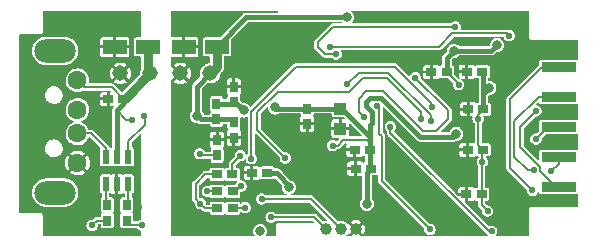
<source format=gbr>
%TF.GenerationSoftware,KiCad,Pcbnew,(6.0.7)*%
%TF.CreationDate,2022-09-07T18:04:23+02:00*%
%TF.ProjectId,BMP2_Railgun,424d5032-5f52-4616-996c-67756e2e6b69,rev?*%
%TF.SameCoordinates,Original*%
%TF.FileFunction,Copper,L2,Bot*%
%TF.FilePolarity,Positive*%
%FSLAX46Y46*%
G04 Gerber Fmt 4.6, Leading zero omitted, Abs format (unit mm)*
G04 Created by KiCad (PCBNEW (6.0.7)) date 2022-09-07 18:04:23*
%MOMM*%
%LPD*%
G01*
G04 APERTURE LIST*
%TA.AperFunction,SMDPad,CuDef*%
%ADD10R,3.000000X0.850000*%
%TD*%
%TA.AperFunction,ComponentPad*%
%ADD11C,1.000000*%
%TD*%
%TA.AperFunction,SMDPad,CuDef*%
%ADD12R,0.900000X0.700000*%
%TD*%
%TA.AperFunction,SMDPad,CuDef*%
%ADD13R,0.700000X0.900000*%
%TD*%
%TA.AperFunction,ComponentPad*%
%ADD14C,1.308000*%
%TD*%
%TA.AperFunction,SMDPad,CuDef*%
%ADD15R,0.600000X1.200000*%
%TD*%
%TA.AperFunction,SMDPad,CuDef*%
%ADD16R,2.000000X1.200000*%
%TD*%
%TA.AperFunction,SMDPad,CuDef*%
%ADD17R,1.000000X1.100000*%
%TD*%
%TA.AperFunction,ComponentPad*%
%ADD18C,1.600000*%
%TD*%
%TA.AperFunction,ComponentPad*%
%ADD19O,3.500000X2.000000*%
%TD*%
%TA.AperFunction,ViaPad*%
%ADD20C,0.558800*%
%TD*%
%TA.AperFunction,ViaPad*%
%ADD21C,0.800000*%
%TD*%
%TA.AperFunction,Conductor*%
%ADD22C,0.400000*%
%TD*%
%TA.AperFunction,Conductor*%
%ADD23C,0.200000*%
%TD*%
%TA.AperFunction,Conductor*%
%ADD24C,0.800000*%
%TD*%
G04 APERTURE END LIST*
D10*
%TO.P,X2,2,2*%
%TO.N,/TTMS*%
X110850000Y-99250000D03*
%TO.P,X2,4,4*%
%TO.N,/TTCK*%
X110850000Y-101790000D03*
%TO.P,X2,6,6*%
%TO.N,/TTDO*%
X110850000Y-104330000D03*
%TO.P,X2,8,8*%
%TO.N,/TTDI*%
X110850000Y-106870000D03*
%TO.P,X2,10,10*%
%TO.N,/TRST*%
X110850000Y-109410000D03*
%TD*%
D11*
%TO.P,X1,1,1*%
%TO.N,/SWCLK*%
X91130000Y-112970000D03*
%TO.P,X1,2,2*%
%TO.N,/SWDIO*%
X92400000Y-112970000D03*
%TO.P,X1,3,3*%
%TO.N,GND*%
X93670000Y-112970000D03*
%TD*%
D12*
%TO.P,R9,1,1*%
%TO.N,/BMP_D+*%
X81900000Y-108325000D03*
%TO.P,R9,2,2*%
%TO.N,Net-(IC4-Pad29)*%
X83200000Y-108325000D03*
%TD*%
%TO.P,R8,1,1*%
%TO.N,/BMP_D-*%
X81925000Y-109775000D03*
%TO.P,R8,2,2*%
%TO.N,Net-(IC4-Pad32)*%
X83225000Y-109775000D03*
%TD*%
%TO.P,R7,1,1*%
%TO.N,/BMP_D+*%
X81925000Y-111200000D03*
%TO.P,R7,2,2*%
%TO.N,Net-(IC4-Pad33)*%
X83225000Y-111200000D03*
%TD*%
D13*
%TO.P,R6,1,1*%
%TO.N,/VBUS*%
X83325000Y-102225000D03*
%TO.P,R6,2,2*%
%TO.N,GND*%
X83325000Y-100925000D03*
%TD*%
%TO.P,R5,1,1*%
%TO.N,+5V*%
X81850000Y-103675000D03*
%TO.P,R5,2,2*%
%TO.N,/VBUS*%
X81850000Y-102375000D03*
%TD*%
%TO.P,R3,1,1*%
%TO.N,Net-(D1-Pad3)*%
X72600000Y-110950000D03*
%TO.P,R3,2,2*%
%TO.N,Net-(IC3-Pad7)*%
X72600000Y-112250000D03*
%TD*%
%TO.P,R2,1,1*%
%TO.N,Net-(D1-Pad1)*%
X74250000Y-110950000D03*
%TO.P,R2,2,2*%
%TO.N,Net-(IC3-Pad6)*%
X74250000Y-112250000D03*
%TD*%
D14*
%TO.P,IC2,1,GND_IN*%
%TO.N,GND1*%
X73715000Y-99785000D03*
%TO.P,IC2,2,VIN*%
%TO.N,Net-(C5-Pad1)*%
X76255000Y-99785000D03*
%TO.P,IC2,3,GND_OUT*%
%TO.N,GND*%
X78795000Y-99785000D03*
%TO.P,IC2,4,VOUT*%
%TO.N,+5V*%
X81335000Y-99785000D03*
%TD*%
D15*
%TO.P,D1,1,I/O1@1*%
%TO.N,Net-(D1-Pad1)*%
X74375000Y-109150000D03*
%TO.P,D1,2,GND*%
%TO.N,GND1*%
X73425000Y-109150000D03*
%TO.P,D1,3,I/O2@1*%
%TO.N,Net-(D1-Pad3)*%
X72475000Y-109150000D03*
%TO.P,D1,4,I/O2@2*%
%TO.N,Net-(D1-Pad4)*%
X72475000Y-106850000D03*
%TO.P,D1,5,VBUS*%
%TO.N,Net-(C5-Pad1)*%
X73425000Y-106850000D03*
%TO.P,D1,6,I/O1@2*%
%TO.N,Net-(D1-Pad6)*%
X74375000Y-106850000D03*
%TD*%
D12*
%TO.P,C26,1,P$1*%
%TO.N,Net-(C23-Pad1)*%
X104350000Y-99650000D03*
%TO.P,C26,2,P$2*%
%TO.N,GND*%
X103050000Y-99650000D03*
%TD*%
%TO.P,C25,1,P$1*%
%TO.N,Net-(C23-Pad1)*%
X104450000Y-102825000D03*
%TO.P,C25,2,P$2*%
%TO.N,GND*%
X103150000Y-102825000D03*
%TD*%
%TO.P,C24,1,P$1*%
%TO.N,Net-(C23-Pad1)*%
X104300000Y-110025000D03*
%TO.P,C24,2,P$2*%
%TO.N,GND*%
X103000000Y-110025000D03*
%TD*%
%TO.P,C23,1,P$1*%
%TO.N,Net-(C23-Pad1)*%
X104425000Y-106275000D03*
%TO.P,C23,2,P$2*%
%TO.N,GND*%
X103125000Y-106275000D03*
%TD*%
%TO.P,C20,1,P$1*%
%TO.N,+3V3*%
X101350000Y-99675000D03*
%TO.P,C20,2,P$2*%
%TO.N,GND*%
X100050000Y-99675000D03*
%TD*%
D13*
%TO.P,C17,1,P$1*%
%TO.N,+5V*%
X83325000Y-103925000D03*
%TO.P,C17,2,P$2*%
%TO.N,GND*%
X83325000Y-105225000D03*
%TD*%
%TO.P,C16,1,P$1*%
%TO.N,Net-(C16-Pad1)*%
X81900000Y-106725000D03*
%TO.P,C16,2,P$2*%
%TO.N,GND*%
X81900000Y-105425000D03*
%TD*%
D16*
%TO.P,C15,1,-*%
%TO.N,GND*%
X79075000Y-97550000D03*
%TO.P,C15,2,+*%
%TO.N,+5V*%
X81875000Y-97550000D03*
%TD*%
D12*
%TO.P,C14,1,P$1*%
%TO.N,+3V3*%
X86150000Y-108225000D03*
%TO.P,C14,2,P$2*%
%TO.N,GND*%
X84850000Y-108225000D03*
%TD*%
%TO.P,C13,1,P$1*%
%TO.N,+3V3*%
X94850000Y-106275000D03*
%TO.P,C13,2,P$2*%
%TO.N,GND*%
X93550000Y-106275000D03*
%TD*%
D13*
%TO.P,C12,1,P$1*%
%TO.N,+3V3*%
X89525000Y-102775000D03*
%TO.P,C12,2,P$2*%
%TO.N,GND*%
X89525000Y-104075000D03*
%TD*%
D17*
%TO.P,C11,1,P$1*%
%TO.N,+3V3*%
X92325000Y-102775000D03*
%TO.P,C11,2,P$2*%
%TO.N,GND*%
X92325000Y-104475000D03*
%TD*%
D12*
%TO.P,C9,1,P$1*%
%TO.N,+3V3*%
X94925000Y-107850000D03*
%TO.P,C9,2,P$2*%
%TO.N,GND*%
X93625000Y-107850000D03*
%TD*%
D16*
%TO.P,C7,1,-*%
%TO.N,GND1*%
X73225000Y-97550000D03*
%TO.P,C7,2,+*%
%TO.N,Net-(C5-Pad1)*%
X76025000Y-97550000D03*
%TD*%
D12*
%TO.P,C5,1,P$1*%
%TO.N,Net-(C5-Pad1)*%
X73975000Y-101950000D03*
%TO.P,C5,2,P$2*%
%TO.N,GND1*%
X72675000Y-101950000D03*
%TD*%
D18*
%TO.P,X4,1,GND*%
%TO.N,GND1*%
X70080000Y-107380000D03*
%TO.P,X4,2,D+*%
%TO.N,Net-(D1-Pad4)*%
X70080000Y-104880000D03*
%TO.P,X4,3,D-*%
%TO.N,Net-(D1-Pad6)*%
X70080000Y-102880000D03*
%TO.P,X4,4,VBUS*%
%TO.N,Net-(C5-Pad1)*%
X70080000Y-100380000D03*
D19*
%TO.P,X4,5*%
%TO.N,GND*%
X68180000Y-97880000D03*
%TO.P,X4,6*%
X68180000Y-109880000D03*
%TD*%
D20*
%TO.N,GND1*%
X75275000Y-111075000D03*
D21*
%TO.N,+3V3*%
X87975000Y-109450000D03*
D20*
%TO.N,GND*%
X106150000Y-106050000D03*
X100650000Y-106575000D03*
X103100000Y-102975000D03*
D21*
%TO.N,+3V3*%
X102150000Y-104900000D03*
D20*
X91700000Y-105900000D03*
%TO.N,GND*%
X103000000Y-101250000D03*
%TO.N,+3V3*%
X102350000Y-100750000D03*
%TO.N,GND*%
X101775000Y-101400000D03*
D21*
%TO.N,+3V3*%
X105600000Y-97400000D03*
D20*
%TO.N,GND*%
X110850000Y-103100000D03*
X110825000Y-105625000D03*
X92175000Y-106700000D03*
%TO.N,/IRST*%
X98700000Y-100150000D03*
%TO.N,/ITMS*%
X99925000Y-113000000D03*
%TO.N,/ITMS_DIR*%
X96575000Y-104300000D03*
%TO.N,/IRST*%
X94325000Y-103525000D03*
%TO.N,/ITXD*%
X100125000Y-102625000D03*
%TO.N,/IRXD*%
X87675000Y-106950000D03*
X99150000Y-103675000D03*
%TO.N,/ITDO*%
X99975000Y-103825000D03*
%TO.N,Net-(C23-Pad1)*%
X104000000Y-103625000D03*
%TO.N,Net-(C18-Pad1)*%
X102075000Y-95850000D03*
%TO.N,/ITXD*%
X84800000Y-107000000D03*
%TO.N,Net-(C16-Pad1)*%
X80425000Y-106600000D03*
D21*
%TO.N,+5V*%
X80200000Y-103375000D03*
D20*
%TO.N,Net-(C5-Pad1)*%
X74700000Y-103700000D03*
%TO.N,Net-(D1-Pad6)*%
X75750000Y-103375000D03*
%TO.N,Net-(C23-Pad1)*%
X104350000Y-107275000D03*
%TO.N,/ITMS_DIR*%
X105150000Y-113175000D03*
%TO.N,Net-(C23-Pad1)*%
X104800000Y-111450000D03*
D21*
X104950000Y-101025000D03*
%TO.N,/VBUS*%
X84150000Y-102925000D03*
D20*
%TO.N,/SWDIO*%
X85675000Y-110425000D03*
%TO.N,/SWCLK*%
X86475000Y-111975000D03*
D21*
%TO.N,+3V3*%
X85550000Y-113150000D03*
X94575000Y-110825000D03*
D20*
%TO.N,GND*%
X99975000Y-112150000D03*
%TO.N,Net-(IC4-Pad29)*%
X83875000Y-106750000D03*
%TO.N,Net-(IC4-Pad32)*%
X83925000Y-109325000D03*
%TO.N,Net-(IC4-Pad33)*%
X84275000Y-111150000D03*
%TO.N,/BMP_D+*%
X80487500Y-110812500D03*
%TO.N,/BMP_D-*%
X81075000Y-109775000D03*
%TO.N,/ITDO*%
X92900000Y-100725000D03*
%TO.N,/ITMS*%
X95400000Y-102525000D03*
%TO.N,Net-(IC3-Pad6)*%
X75525000Y-112625000D03*
%TO.N,Net-(IC3-Pad7)*%
X71312500Y-112662500D03*
%TO.N,/TTDO*%
X108900000Y-105350000D03*
%TO.N,/TRST*%
X108900000Y-102975000D03*
%TO.N,Net-(C18-Pad1)*%
X91975000Y-98150000D03*
%TO.N,/PWR_BR*%
X91475000Y-97550000D03*
D21*
%TO.N,+3V3*%
X86825000Y-102675000D03*
%TO.N,+5V*%
X92900000Y-95050000D03*
%TO.N,+3V3*%
X101950000Y-97875000D03*
D20*
%TO.N,/PWR_BR*%
X106625000Y-96600000D03*
%TO.N,/TTMS*%
X108600000Y-109700000D03*
%TO.N,/TTCK*%
X108700000Y-108000000D03*
%TO.N,/TTDI*%
X110200000Y-108075000D03*
%TD*%
D22*
%TO.N,+3V3*%
X86950000Y-108225000D02*
X88100000Y-109375000D01*
X86150000Y-108225000D02*
X86950000Y-108225000D01*
D23*
%TO.N,Net-(C23-Pad1)*%
X104000000Y-103625000D02*
X104000000Y-103275000D01*
X104000000Y-105850000D02*
X104425000Y-106275000D01*
X104000000Y-103625000D02*
X104000000Y-105850000D01*
X104000000Y-103275000D02*
X104450000Y-102825000D01*
%TO.N,/IRXD*%
X99150000Y-103050000D02*
X99150000Y-103675000D01*
X96275000Y-100175000D02*
X99150000Y-103050000D01*
X87025000Y-101350000D02*
X93100000Y-101350000D01*
X85300000Y-103075000D02*
X87025000Y-101350000D01*
X87675000Y-106950000D02*
X85300000Y-104575000D01*
X85300000Y-104575000D02*
X85300000Y-103075000D01*
X93100000Y-101350000D02*
X94275000Y-100175000D01*
X94275000Y-100175000D02*
X96275000Y-100175000D01*
%TO.N,/ITDO*%
X99975000Y-103350000D02*
X96375000Y-99750000D01*
X99975000Y-103825000D02*
X99975000Y-103350000D01*
X96375000Y-99750000D02*
X93875000Y-99750000D01*
X93875000Y-99750000D02*
X92900000Y-100725000D01*
%TO.N,/ITXD*%
X84800000Y-103025000D02*
X84800000Y-107000000D01*
X88600000Y-99225000D02*
X84800000Y-103025000D01*
X100025000Y-102325000D02*
X96925000Y-99225000D01*
X96925000Y-99225000D02*
X88600000Y-99225000D01*
X100025000Y-102525000D02*
X100025000Y-102325000D01*
X100125000Y-102625000D02*
X100025000Y-102525000D01*
%TO.N,/IRST*%
X101475000Y-102925000D02*
X98700000Y-100150000D01*
X100475000Y-104675000D02*
X101475000Y-103675000D01*
X94550000Y-101275000D02*
X95950000Y-101275000D01*
X93900000Y-101925000D02*
X94550000Y-101275000D01*
X95950000Y-101275000D02*
X99350000Y-104675000D01*
X99350000Y-104675000D02*
X100475000Y-104675000D01*
X93900000Y-103100000D02*
X93900000Y-101925000D01*
X94325000Y-103525000D02*
X93900000Y-103100000D01*
X101475000Y-103675000D02*
X101475000Y-102925000D01*
D22*
%TO.N,+3V3*%
X101875000Y-105175000D02*
X102150000Y-104900000D01*
X101700000Y-105175000D02*
X101875000Y-105175000D01*
X99100000Y-105175000D02*
X101700000Y-105175000D01*
X95800000Y-101875000D02*
X99100000Y-105175000D01*
X94550000Y-102575000D02*
X94550000Y-102200000D01*
X94550000Y-102200000D02*
X94875000Y-101875000D01*
X95025000Y-103050000D02*
X94550000Y-102575000D01*
X95025000Y-103975000D02*
X95025000Y-103050000D01*
X94875000Y-101875000D02*
X95800000Y-101875000D01*
X94850000Y-104150000D02*
X95025000Y-103975000D01*
X94850000Y-105175000D02*
X94850000Y-104150000D01*
D23*
%TO.N,/ITMS_DIR*%
X104925000Y-113175000D02*
X105150000Y-113175000D01*
X96575000Y-104300000D02*
X96575000Y-104825000D01*
X96575000Y-104825000D02*
X104925000Y-113175000D01*
%TO.N,/ITMS*%
X95625000Y-104900000D02*
X95625000Y-102750000D01*
X95850000Y-105125000D02*
X95625000Y-104900000D01*
X95850000Y-108925000D02*
X99925000Y-113000000D01*
X95850000Y-105125000D02*
X95850000Y-108925000D01*
X95400000Y-102525000D02*
X95625000Y-102750000D01*
%TO.N,+3V3*%
X94575000Y-105425000D02*
X94850000Y-105700000D01*
X92575000Y-105425000D02*
X94575000Y-105425000D01*
D22*
X94850000Y-105700000D02*
X94850000Y-106275000D01*
X94850000Y-105175000D02*
X94850000Y-105700000D01*
D23*
X92100000Y-105900000D02*
X92575000Y-105425000D01*
X91700000Y-105900000D02*
X92100000Y-105900000D01*
X102350000Y-100750000D02*
X102350000Y-100675000D01*
X102350000Y-100675000D02*
X101350000Y-99675000D01*
D22*
X105125000Y-97875000D02*
X105600000Y-97400000D01*
X101950000Y-97875000D02*
X105125000Y-97875000D01*
D23*
%TO.N,GND*%
X108150000Y-104500000D02*
X108150000Y-105825000D01*
X108400000Y-106075000D02*
X110375000Y-106075000D01*
X109550000Y-103100000D02*
X108150000Y-104500000D01*
X108150000Y-105825000D02*
X108400000Y-106075000D01*
X110850000Y-103100000D02*
X109550000Y-103100000D01*
X110375000Y-106075000D02*
X110825000Y-105625000D01*
%TO.N,/TRST*%
X109275000Y-108050000D02*
X110635000Y-109410000D01*
X110635000Y-109410000D02*
X110850000Y-109410000D01*
X107575000Y-106025000D02*
X109275000Y-107725000D01*
X107575000Y-104300000D02*
X107575000Y-106025000D01*
X108900000Y-102975000D02*
X107575000Y-104300000D01*
X109275000Y-107725000D02*
X109275000Y-108050000D01*
%TO.N,/TTCK*%
X108200000Y-108000000D02*
X108700000Y-108000000D01*
X107075000Y-106875000D02*
X108200000Y-108000000D01*
X107075000Y-103850000D02*
X107075000Y-106875000D01*
X109135000Y-101790000D02*
X107075000Y-103850000D01*
X110850000Y-101790000D02*
X109135000Y-101790000D01*
%TO.N,/TTMS*%
X109450000Y-99250000D02*
X110850000Y-99250000D01*
X106700000Y-102000000D02*
X109450000Y-99250000D01*
X106700000Y-107800000D02*
X106700000Y-102000000D01*
X108600000Y-109700000D02*
X106700000Y-107800000D01*
%TO.N,GND*%
X92600000Y-106275000D02*
X92175000Y-106700000D01*
X93550000Y-106275000D02*
X92600000Y-106275000D01*
%TO.N,Net-(C23-Pad1)*%
X104300000Y-110025000D02*
X104300000Y-107325000D01*
X104300000Y-107325000D02*
X104350000Y-107275000D01*
X104300000Y-110950000D02*
X104300000Y-110025000D01*
X104800000Y-111450000D02*
X104300000Y-110950000D01*
D22*
%TO.N,+3V3*%
X86925000Y-102775000D02*
X86825000Y-102675000D01*
X89525000Y-102775000D02*
X86925000Y-102775000D01*
%TO.N,/VBUS*%
X83450000Y-102225000D02*
X83325000Y-102225000D01*
X84150000Y-102925000D02*
X83450000Y-102225000D01*
%TO.N,+3V3*%
X92325000Y-102775000D02*
X92450000Y-102775000D01*
X92450000Y-102775000D02*
X94850000Y-105175000D01*
X92325000Y-102775000D02*
X89525000Y-102775000D01*
%TO.N,+5V*%
X84375000Y-95050000D02*
X81875000Y-97550000D01*
X92900000Y-95050000D02*
X84375000Y-95050000D01*
D23*
%TO.N,Net-(C23-Pad1)*%
X104350000Y-106350000D02*
X104425000Y-106275000D01*
X104350000Y-107275000D02*
X104350000Y-106350000D01*
D22*
%TO.N,+3V3*%
X94575000Y-108200000D02*
X94925000Y-107850000D01*
X94575000Y-110825000D02*
X94575000Y-108200000D01*
X94850000Y-107775000D02*
X94925000Y-107850000D01*
X94850000Y-106275000D02*
X94850000Y-107775000D01*
D23*
%TO.N,Net-(IC4-Pad29)*%
X83200000Y-107425000D02*
X83200000Y-108325000D01*
X83875000Y-106750000D02*
X83200000Y-107425000D01*
%TO.N,Net-(C18-Pad1)*%
X90425000Y-97175000D02*
X91750000Y-95850000D01*
X91750000Y-95850000D02*
X102075000Y-95850000D01*
X90425000Y-97575000D02*
X90425000Y-97175000D01*
X91000000Y-98150000D02*
X90425000Y-97575000D01*
X91975000Y-98150000D02*
X91000000Y-98150000D01*
%TO.N,/SWCLK*%
X90135000Y-111975000D02*
X91130000Y-112970000D01*
X86475000Y-111975000D02*
X90135000Y-111975000D01*
%TO.N,/SWDIO*%
X89855000Y-110425000D02*
X92400000Y-112970000D01*
X85675000Y-110425000D02*
X89855000Y-110425000D01*
%TO.N,Net-(IC4-Pad32)*%
X83475000Y-109775000D02*
X83225000Y-109775000D01*
X83925000Y-109325000D02*
X83475000Y-109775000D01*
%TO.N,Net-(C16-Pad1)*%
X80550000Y-106725000D02*
X80425000Y-106600000D01*
X81900000Y-106725000D02*
X80550000Y-106725000D01*
D22*
%TO.N,+5V*%
X80200000Y-100920000D02*
X81335000Y-99785000D01*
X80200000Y-103375000D02*
X80200000Y-100920000D01*
X80500000Y-103675000D02*
X80200000Y-103375000D01*
X81850000Y-103675000D02*
X80500000Y-103675000D01*
X83075000Y-103675000D02*
X83325000Y-103925000D01*
X81850000Y-103675000D02*
X83075000Y-103675000D01*
D23*
%TO.N,Net-(C5-Pad1)*%
X74200000Y-103700000D02*
X73425000Y-102925000D01*
X74700000Y-103700000D02*
X74200000Y-103700000D01*
%TO.N,Net-(D1-Pad6)*%
X74375000Y-105525000D02*
X74375000Y-106850000D01*
X75775000Y-103400000D02*
X75775000Y-104125000D01*
X75775000Y-104125000D02*
X74375000Y-105525000D01*
X75750000Y-103375000D02*
X75775000Y-103400000D01*
D22*
%TO.N,Net-(C5-Pad1)*%
X73975000Y-102375000D02*
X73975000Y-101950000D01*
X73425000Y-102925000D02*
X73975000Y-102375000D01*
X73425000Y-106850000D02*
X73425000Y-102925000D01*
D23*
%TO.N,/PWR_BR*%
X106425000Y-96400000D02*
X106625000Y-96600000D01*
X101825000Y-96400000D02*
X106425000Y-96400000D01*
X100675000Y-97550000D02*
X101825000Y-96400000D01*
X91475000Y-97550000D02*
X100675000Y-97550000D01*
D22*
%TO.N,Net-(C23-Pad1)*%
X104450000Y-101525000D02*
X104450000Y-102825000D01*
X104950000Y-101025000D02*
X104450000Y-101525000D01*
%TO.N,/VBUS*%
X83175000Y-102375000D02*
X83325000Y-102225000D01*
X81850000Y-102375000D02*
X83175000Y-102375000D01*
D23*
%TO.N,Net-(IC4-Pad33)*%
X84225000Y-111200000D02*
X84275000Y-111150000D01*
X83225000Y-111200000D02*
X84225000Y-111200000D01*
%TO.N,/BMP_D+*%
X80487500Y-110812500D02*
X80875000Y-111200000D01*
X80875000Y-111200000D02*
X81925000Y-111200000D01*
X80100000Y-110425000D02*
X80487500Y-110812500D01*
X80100000Y-109125000D02*
X80100000Y-110425000D01*
X80900000Y-108325000D02*
X80100000Y-109125000D01*
X81900000Y-108325000D02*
X80900000Y-108325000D01*
%TO.N,/BMP_D-*%
X81925000Y-109775000D02*
X81075000Y-109775000D01*
D22*
%TO.N,+3V3*%
X101350000Y-98475000D02*
X101950000Y-97875000D01*
X101350000Y-99675000D02*
X101350000Y-98475000D01*
%TO.N,Net-(C23-Pad1)*%
X104450000Y-99750000D02*
X104450000Y-102825000D01*
X104350000Y-99650000D02*
X104450000Y-99750000D01*
D24*
%TO.N,+5V*%
X81875000Y-99245000D02*
X81335000Y-99785000D01*
X81875000Y-97550000D02*
X81875000Y-99245000D01*
D23*
%TO.N,/TTDO*%
X110850000Y-104330000D02*
X109920000Y-104330000D01*
X109920000Y-104330000D02*
X108900000Y-105350000D01*
%TO.N,/TTDI*%
X110850000Y-107425000D02*
X110200000Y-108075000D01*
X110850000Y-106870000D02*
X110850000Y-107425000D01*
%TO.N,Net-(IC3-Pad7)*%
X71312500Y-112662500D02*
X71275000Y-112700000D01*
%TO.N,Net-(IC3-Pad6)*%
X74625000Y-112625000D02*
X75525000Y-112625000D01*
X74250000Y-112250000D02*
X74625000Y-112625000D01*
%TO.N,Net-(IC3-Pad7)*%
X71725000Y-112250000D02*
X71312500Y-112662500D01*
X72600000Y-112250000D02*
X71725000Y-112250000D01*
%TO.N,Net-(D1-Pad1)*%
X74375000Y-110825000D02*
X74250000Y-110950000D01*
X74375000Y-109150000D02*
X74375000Y-110825000D01*
%TO.N,Net-(D1-Pad3)*%
X72475000Y-110825000D02*
X72600000Y-110950000D01*
X72475000Y-109150000D02*
X72475000Y-110825000D01*
%TO.N,Net-(D1-Pad4)*%
X71230000Y-104880000D02*
X70080000Y-104880000D01*
X72475000Y-106125000D02*
X71230000Y-104880000D01*
X72475000Y-106850000D02*
X72475000Y-106125000D01*
%TO.N,Net-(C5-Pad1)*%
X72975000Y-100950000D02*
X73975000Y-101950000D01*
X70080000Y-100380000D02*
X70650000Y-100950000D01*
X70650000Y-100950000D02*
X72975000Y-100950000D01*
D24*
X74090000Y-101950000D02*
X76255000Y-99785000D01*
X73975000Y-101950000D02*
X74090000Y-101950000D01*
X76025000Y-99555000D02*
X76255000Y-99785000D01*
X76025000Y-97550000D02*
X76025000Y-99555000D01*
%TD*%
%TA.AperFunction,Conductor*%
%TO.N,GND1*%
G36*
X75460648Y-94509852D02*
G01*
X75475000Y-94544500D01*
X75475000Y-96700500D01*
X75460648Y-96735148D01*
X75426000Y-96749500D01*
X75005252Y-96749500D01*
X74946769Y-96761133D01*
X74880448Y-96805448D01*
X74877768Y-96809459D01*
X74851721Y-96848441D01*
X74836133Y-96871769D01*
X74824500Y-96930252D01*
X74824500Y-98169748D01*
X74836133Y-98228231D01*
X74838815Y-98232245D01*
X74858694Y-98261995D01*
X74880448Y-98294552D01*
X74946769Y-98338867D01*
X75005252Y-98350500D01*
X75375500Y-98350500D01*
X75410148Y-98364852D01*
X75424500Y-98399500D01*
X75424500Y-99512426D01*
X75424081Y-99518821D01*
X75419318Y-99555000D01*
X75421314Y-99570158D01*
X75419334Y-99591697D01*
X75416204Y-99601330D01*
X75414569Y-99606361D01*
X75414301Y-99608912D01*
X75396435Y-99778888D01*
X75382351Y-99808414D01*
X73855016Y-101335749D01*
X73820368Y-101350101D01*
X73785720Y-101335749D01*
X73226821Y-100776850D01*
X73222352Y-100771673D01*
X73220425Y-100767731D01*
X73183459Y-100733440D01*
X73182135Y-100732164D01*
X73167723Y-100717752D01*
X73165866Y-100716478D01*
X73164729Y-100715533D01*
X73160572Y-100712209D01*
X73141668Y-100694673D01*
X73138354Y-100691599D01*
X73134159Y-100689925D01*
X73134152Y-100689921D01*
X73122491Y-100685269D01*
X73112931Y-100680165D01*
X73102584Y-100673067D01*
X73102585Y-100673067D01*
X73098854Y-100670508D01*
X73094452Y-100669463D01*
X73094451Y-100669463D01*
X73085163Y-100667259D01*
X73069369Y-100663511D01*
X73062527Y-100661347D01*
X73037597Y-100651401D01*
X73037595Y-100651401D01*
X73034378Y-100650117D01*
X73030933Y-100649779D01*
X73030932Y-100649779D01*
X73029271Y-100649616D01*
X73029265Y-100649616D01*
X73028085Y-100649500D01*
X73016064Y-100649500D01*
X73004750Y-100648176D01*
X72994338Y-100645705D01*
X72994337Y-100645705D01*
X72989934Y-100644660D01*
X72957662Y-100649052D01*
X72951054Y-100649500D01*
X71110030Y-100649500D01*
X71075382Y-100635148D01*
X71061030Y-100600500D01*
X71061416Y-100594359D01*
X71072505Y-100506582D01*
X73174233Y-100506582D01*
X73175971Y-100510778D01*
X73258430Y-100570688D01*
X73262857Y-100573244D01*
X73431768Y-100648447D01*
X73436619Y-100650023D01*
X73617477Y-100688467D01*
X73622550Y-100689000D01*
X73807450Y-100689000D01*
X73812523Y-100688467D01*
X73993381Y-100650023D01*
X73998232Y-100648447D01*
X74167143Y-100573244D01*
X74171570Y-100570688D01*
X74251920Y-100512311D01*
X74255818Y-100505950D01*
X74254757Y-100501534D01*
X73721893Y-99968670D01*
X73715000Y-99965815D01*
X73708107Y-99968670D01*
X73177088Y-100499689D01*
X73174233Y-100506582D01*
X71072505Y-100506582D01*
X71084778Y-100409425D01*
X71084778Y-100409424D01*
X71084949Y-100408071D01*
X71085341Y-100380000D01*
X71066194Y-100184728D01*
X71051021Y-100134471D01*
X71010178Y-99999191D01*
X71010176Y-99999186D01*
X71009484Y-99996894D01*
X70917370Y-99823653D01*
X70904942Y-99808414D01*
X70887926Y-99787550D01*
X72806289Y-99787550D01*
X72825616Y-99971436D01*
X72826677Y-99976427D01*
X72883813Y-100152273D01*
X72885891Y-100156941D01*
X72978335Y-100317056D01*
X72981343Y-100321197D01*
X72984620Y-100324836D01*
X72990673Y-100327723D01*
X72998508Y-100324715D01*
X73531330Y-99791893D01*
X73534185Y-99785000D01*
X73895815Y-99785000D01*
X73898670Y-99791893D01*
X74431964Y-100325187D01*
X74438159Y-100327753D01*
X74445827Y-100324340D01*
X74448657Y-100321197D01*
X74451665Y-100317056D01*
X74544109Y-100156941D01*
X74546187Y-100152273D01*
X74603323Y-99976427D01*
X74604384Y-99971436D01*
X74623711Y-99787550D01*
X74623711Y-99782450D01*
X74604384Y-99598564D01*
X74603323Y-99593573D01*
X74546187Y-99417727D01*
X74544109Y-99413059D01*
X74451665Y-99252944D01*
X74448657Y-99248803D01*
X74445380Y-99245164D01*
X74439327Y-99242277D01*
X74431492Y-99245285D01*
X73898670Y-99778107D01*
X73895815Y-99785000D01*
X73534185Y-99785000D01*
X73531330Y-99778107D01*
X72998036Y-99244813D01*
X72991841Y-99242247D01*
X72984173Y-99245660D01*
X72981343Y-99248803D01*
X72978335Y-99252944D01*
X72885891Y-99413059D01*
X72883813Y-99417727D01*
X72826677Y-99593573D01*
X72825616Y-99598564D01*
X72806289Y-99782450D01*
X72806289Y-99787550D01*
X70887926Y-99787550D01*
X70794878Y-99673462D01*
X70793361Y-99671602D01*
X70642180Y-99546535D01*
X70469585Y-99453213D01*
X70282152Y-99395193D01*
X70279775Y-99394943D01*
X70279774Y-99394943D01*
X70089402Y-99374933D01*
X70089397Y-99374933D01*
X70087019Y-99374683D01*
X70084634Y-99374900D01*
X70084629Y-99374900D01*
X69989319Y-99383574D01*
X69891618Y-99392466D01*
X69756918Y-99432111D01*
X69705696Y-99447186D01*
X69705694Y-99447187D01*
X69703393Y-99447864D01*
X69701267Y-99448975D01*
X69701268Y-99448975D01*
X69573752Y-99515639D01*
X69529512Y-99538767D01*
X69376600Y-99661711D01*
X69375057Y-99663550D01*
X69252020Y-99810180D01*
X69252017Y-99810184D01*
X69250480Y-99812016D01*
X69155956Y-99983954D01*
X69096628Y-100170978D01*
X69074757Y-100365963D01*
X69074957Y-100368345D01*
X69074957Y-100368349D01*
X69079590Y-100423515D01*
X69091175Y-100561483D01*
X69100602Y-100594359D01*
X69135349Y-100715533D01*
X69145258Y-100750091D01*
X69146352Y-100752220D01*
X69146353Y-100752222D01*
X69233495Y-100921781D01*
X69234944Y-100924601D01*
X69236430Y-100926476D01*
X69236432Y-100926479D01*
X69259774Y-100955929D01*
X69356818Y-101078369D01*
X69506238Y-101205535D01*
X69677513Y-101301257D01*
X69723583Y-101316226D01*
X69861836Y-101361148D01*
X69861840Y-101361149D01*
X69864118Y-101361889D01*
X70058946Y-101385121D01*
X70254576Y-101370068D01*
X70443556Y-101317303D01*
X70445685Y-101316228D01*
X70445689Y-101316226D01*
X70566529Y-101255185D01*
X70593398Y-101250155D01*
X70596915Y-101250500D01*
X70608935Y-101250500D01*
X70620248Y-101251824D01*
X70630660Y-101254295D01*
X70630663Y-101254295D01*
X70635066Y-101255340D01*
X70667338Y-101250948D01*
X70673946Y-101250500D01*
X72830233Y-101250500D01*
X72864881Y-101264852D01*
X72866381Y-101266352D01*
X72880733Y-101301000D01*
X72866381Y-101335648D01*
X72831733Y-101350000D01*
X72809747Y-101350000D01*
X72802855Y-101352855D01*
X72800000Y-101359747D01*
X72800000Y-102540253D01*
X72802855Y-102547145D01*
X72809747Y-102550000D01*
X73115311Y-102550000D01*
X73149959Y-102564352D01*
X73164311Y-102599000D01*
X73149959Y-102633648D01*
X73119516Y-102664091D01*
X73119513Y-102664095D01*
X73096950Y-102686658D01*
X73095199Y-102690095D01*
X73095196Y-102690099D01*
X73084213Y-102711654D01*
X73080196Y-102718211D01*
X73063704Y-102740910D01*
X73062514Y-102744573D01*
X73055033Y-102767596D01*
X73052090Y-102774699D01*
X73041105Y-102796259D01*
X73039354Y-102799696D01*
X73038752Y-102803499D01*
X73038751Y-102803501D01*
X73034965Y-102827407D01*
X73033170Y-102834883D01*
X73025691Y-102857900D01*
X73025691Y-102857903D01*
X73024500Y-102861567D01*
X73024500Y-106049822D01*
X73010148Y-106084470D01*
X73002723Y-106090564D01*
X72980448Y-106105448D01*
X72979857Y-106104564D01*
X72950000Y-106116931D01*
X72920143Y-106104564D01*
X72919552Y-106105448D01*
X72857245Y-106063815D01*
X72853231Y-106061133D01*
X72797264Y-106050000D01*
X72766083Y-106029166D01*
X72761111Y-106019584D01*
X72761037Y-106019392D01*
X72760209Y-106014947D01*
X72757837Y-106011098D01*
X72757835Y-106011094D01*
X72744309Y-105989151D01*
X72741000Y-105982783D01*
X72730399Y-105958109D01*
X72730398Y-105958108D01*
X72729036Y-105954937D01*
X72725022Y-105950051D01*
X72716524Y-105941553D01*
X72709460Y-105932617D01*
X72703843Y-105923504D01*
X72703841Y-105923502D01*
X72701468Y-105919652D01*
X72697534Y-105916660D01*
X72675540Y-105899936D01*
X72670551Y-105895580D01*
X71481821Y-104706850D01*
X71477352Y-104701673D01*
X71475425Y-104697731D01*
X71438459Y-104663440D01*
X71437135Y-104662164D01*
X71422723Y-104647752D01*
X71420866Y-104646478D01*
X71419729Y-104645533D01*
X71415572Y-104642209D01*
X71396668Y-104624673D01*
X71393354Y-104621599D01*
X71389159Y-104619925D01*
X71389152Y-104619921D01*
X71377491Y-104615269D01*
X71367931Y-104610165D01*
X71357584Y-104603067D01*
X71357585Y-104603067D01*
X71353854Y-104600508D01*
X71349452Y-104599463D01*
X71349451Y-104599463D01*
X71340163Y-104597259D01*
X71324369Y-104593511D01*
X71317527Y-104591347D01*
X71292597Y-104581401D01*
X71292595Y-104581401D01*
X71289378Y-104580117D01*
X71285933Y-104579779D01*
X71285932Y-104579779D01*
X71284271Y-104579616D01*
X71284265Y-104579616D01*
X71283085Y-104579500D01*
X71271064Y-104579500D01*
X71259750Y-104578176D01*
X71249338Y-104575705D01*
X71249337Y-104575705D01*
X71244934Y-104574660D01*
X71219099Y-104578176D01*
X71212662Y-104579052D01*
X71206054Y-104579500D01*
X71070815Y-104579500D01*
X71036167Y-104565148D01*
X71023906Y-104544663D01*
X71009484Y-104496894D01*
X70917370Y-104323653D01*
X70793361Y-104171602D01*
X70642180Y-104046535D01*
X70630581Y-104040263D01*
X70471690Y-103954351D01*
X70471689Y-103954350D01*
X70469585Y-103953213D01*
X70434478Y-103942346D01*
X70385442Y-103927166D01*
X70356587Y-103903210D01*
X70353123Y-103865867D01*
X70377079Y-103837012D01*
X70386752Y-103833163D01*
X70443556Y-103817303D01*
X70445685Y-103816228D01*
X70445689Y-103816226D01*
X70528323Y-103774484D01*
X70618689Y-103728837D01*
X70773303Y-103608040D01*
X70797572Y-103579924D01*
X70899938Y-103461332D01*
X70899942Y-103461327D01*
X70901509Y-103459511D01*
X70998425Y-103288909D01*
X71060358Y-103102732D01*
X71084949Y-102908071D01*
X71085341Y-102880000D01*
X71066194Y-102684728D01*
X71050772Y-102633648D01*
X71010178Y-102499191D01*
X71010176Y-102499186D01*
X71009484Y-102496894D01*
X70917370Y-102323653D01*
X70916196Y-102322214D01*
X71975000Y-102322214D01*
X71975471Y-102326990D01*
X71988563Y-102392808D01*
X71992187Y-102401559D01*
X72042080Y-102476229D01*
X72048771Y-102482920D01*
X72123441Y-102532813D01*
X72132192Y-102536437D01*
X72198010Y-102549529D01*
X72202786Y-102550000D01*
X72540253Y-102550000D01*
X72547145Y-102547145D01*
X72550000Y-102540253D01*
X72550000Y-102084747D01*
X72547145Y-102077855D01*
X72540253Y-102075000D01*
X71984747Y-102075000D01*
X71977855Y-102077855D01*
X71975000Y-102084747D01*
X71975000Y-102322214D01*
X70916196Y-102322214D01*
X70901400Y-102304071D01*
X70794878Y-102173462D01*
X70793361Y-102171602D01*
X70642180Y-102046535D01*
X70469585Y-101953213D01*
X70282152Y-101895193D01*
X70279775Y-101894943D01*
X70279774Y-101894943D01*
X70089402Y-101874933D01*
X70089397Y-101874933D01*
X70087019Y-101874683D01*
X70084634Y-101874900D01*
X70084629Y-101874900D01*
X69989319Y-101883574D01*
X69891618Y-101892466D01*
X69768955Y-101928568D01*
X69705696Y-101947186D01*
X69705694Y-101947187D01*
X69703393Y-101947864D01*
X69701267Y-101948975D01*
X69701268Y-101948975D01*
X69590910Y-102006669D01*
X69529512Y-102038767D01*
X69376600Y-102161711D01*
X69375057Y-102163550D01*
X69252020Y-102310180D01*
X69252017Y-102310184D01*
X69250480Y-102312016D01*
X69211871Y-102382245D01*
X69179823Y-102440541D01*
X69155956Y-102483954D01*
X69096628Y-102670978D01*
X69074757Y-102865963D01*
X69074957Y-102868345D01*
X69074957Y-102868349D01*
X69080338Y-102932426D01*
X69091175Y-103061483D01*
X69091835Y-103063784D01*
X69142056Y-103238923D01*
X69145258Y-103250091D01*
X69146352Y-103252220D01*
X69146353Y-103252222D01*
X69215541Y-103386846D01*
X69234944Y-103424601D01*
X69356818Y-103578369D01*
X69358644Y-103579923D01*
X69358645Y-103579924D01*
X69389548Y-103606224D01*
X69506238Y-103705535D01*
X69677513Y-103801257D01*
X69715122Y-103813477D01*
X69776022Y-103833265D01*
X69804539Y-103857622D01*
X69807482Y-103895009D01*
X69783125Y-103923526D01*
X69774718Y-103926872D01*
X69748912Y-103934467D01*
X69705696Y-103947186D01*
X69705694Y-103947187D01*
X69703393Y-103947864D01*
X69701267Y-103948975D01*
X69701268Y-103948975D01*
X69575202Y-104014881D01*
X69529512Y-104038767D01*
X69376600Y-104161711D01*
X69375057Y-104163550D01*
X69252020Y-104310180D01*
X69252017Y-104310184D01*
X69250480Y-104312016D01*
X69155956Y-104483954D01*
X69096628Y-104670978D01*
X69074757Y-104865963D01*
X69091175Y-105061483D01*
X69145258Y-105250091D01*
X69146352Y-105252220D01*
X69146353Y-105252222D01*
X69233495Y-105421781D01*
X69234944Y-105424601D01*
X69236430Y-105426476D01*
X69236432Y-105426479D01*
X69302682Y-105510066D01*
X69356818Y-105578369D01*
X69358644Y-105579923D01*
X69358645Y-105579924D01*
X69464211Y-105669767D01*
X69506238Y-105705535D01*
X69677513Y-105801257D01*
X69723583Y-105816226D01*
X69861836Y-105861148D01*
X69861840Y-105861149D01*
X69864118Y-105861889D01*
X70058946Y-105885121D01*
X70254576Y-105870068D01*
X70443556Y-105817303D01*
X70445685Y-105816228D01*
X70445689Y-105816226D01*
X70560461Y-105758250D01*
X70618689Y-105728837D01*
X70738643Y-105635119D01*
X70771414Y-105609516D01*
X70771415Y-105609515D01*
X70773303Y-105608040D01*
X70797572Y-105579924D01*
X70899938Y-105461332D01*
X70899942Y-105461327D01*
X70901509Y-105459511D01*
X70998425Y-105288909D01*
X71023333Y-105214033D01*
X71047888Y-105185686D01*
X71069828Y-105180500D01*
X71085233Y-105180500D01*
X71119881Y-105194852D01*
X72002024Y-106076995D01*
X72016376Y-106111643D01*
X72008118Y-106138866D01*
X71988815Y-106167754D01*
X71988815Y-106167755D01*
X71986133Y-106171769D01*
X71974500Y-106230252D01*
X71974500Y-107469748D01*
X71986133Y-107528231D01*
X72030448Y-107594552D01*
X72096769Y-107638867D01*
X72155252Y-107650500D01*
X72794748Y-107650500D01*
X72853231Y-107638867D01*
X72919552Y-107594552D01*
X72920143Y-107595436D01*
X72950000Y-107583069D01*
X72979857Y-107595436D01*
X72980448Y-107594552D01*
X73046769Y-107638867D01*
X73105252Y-107650500D01*
X73744748Y-107650500D01*
X73803231Y-107638867D01*
X73869552Y-107594552D01*
X73870143Y-107595436D01*
X73900000Y-107583069D01*
X73929857Y-107595436D01*
X73930448Y-107594552D01*
X73996769Y-107638867D01*
X74055252Y-107650500D01*
X74694748Y-107650500D01*
X74753231Y-107638867D01*
X74819552Y-107594552D01*
X74863867Y-107528231D01*
X74875500Y-107469748D01*
X74875500Y-106230252D01*
X74863867Y-106171769D01*
X74819552Y-106105448D01*
X74753231Y-106061133D01*
X74714938Y-106053516D01*
X74683758Y-106032682D01*
X74675500Y-106005459D01*
X74675500Y-105669767D01*
X74689852Y-105635119D01*
X75391352Y-104933619D01*
X75426000Y-104919267D01*
X75460648Y-104933619D01*
X75475000Y-104968267D01*
X75475000Y-112103177D01*
X75460648Y-112137825D01*
X75439465Y-112150291D01*
X75376068Y-112168410D01*
X75327027Y-112182426D01*
X75210769Y-112255780D01*
X75164706Y-112307936D01*
X75127979Y-112324500D01*
X74849500Y-112324500D01*
X74814852Y-112310148D01*
X74800500Y-112275500D01*
X74800500Y-111780252D01*
X74788867Y-111721769D01*
X74744552Y-111655448D01*
X74722543Y-111640742D01*
X74701708Y-111609559D01*
X74709024Y-111572777D01*
X74722543Y-111559258D01*
X74740541Y-111547232D01*
X74744552Y-111544552D01*
X74788867Y-111478231D01*
X74800500Y-111419748D01*
X74800500Y-110480252D01*
X74788867Y-110421769D01*
X74744552Y-110355448D01*
X74730050Y-110345758D01*
X74697277Y-110323859D01*
X74676441Y-110292676D01*
X74675500Y-110283117D01*
X74675500Y-109994541D01*
X74689852Y-109959893D01*
X74714937Y-109946484D01*
X74753231Y-109938867D01*
X74819552Y-109894552D01*
X74863867Y-109828231D01*
X74875500Y-109769748D01*
X74875500Y-108530252D01*
X74863867Y-108471769D01*
X74819552Y-108405448D01*
X74753231Y-108361133D01*
X74694748Y-108349500D01*
X74055252Y-108349500D01*
X73996769Y-108361133D01*
X73992755Y-108363815D01*
X73969368Y-108379442D01*
X73932586Y-108386759D01*
X73907497Y-108373348D01*
X73901229Y-108367080D01*
X73826559Y-108317187D01*
X73817808Y-108313563D01*
X73751990Y-108300471D01*
X73747214Y-108300000D01*
X73559747Y-108300000D01*
X73552855Y-108302855D01*
X73550000Y-108309747D01*
X73550000Y-109990253D01*
X73552855Y-109997145D01*
X73559747Y-110000000D01*
X73747214Y-110000000D01*
X73751990Y-109999529D01*
X73817808Y-109986437D01*
X73826559Y-109982813D01*
X73901229Y-109932920D01*
X73907497Y-109926652D01*
X73942145Y-109912300D01*
X73969368Y-109920558D01*
X73996769Y-109938867D01*
X74035062Y-109946484D01*
X74066242Y-109967318D01*
X74074500Y-109994541D01*
X74074500Y-110250500D01*
X74060148Y-110285148D01*
X74025500Y-110299500D01*
X73880252Y-110299500D01*
X73821769Y-110311133D01*
X73817755Y-110313815D01*
X73788005Y-110333694D01*
X73755448Y-110355448D01*
X73711133Y-110421769D01*
X73699500Y-110480252D01*
X73699500Y-111419748D01*
X73711133Y-111478231D01*
X73755448Y-111544552D01*
X73759459Y-111547232D01*
X73777457Y-111559258D01*
X73798292Y-111590441D01*
X73790976Y-111627223D01*
X73777458Y-111640741D01*
X73755448Y-111655448D01*
X73711133Y-111721769D01*
X73699500Y-111780252D01*
X73699500Y-112719748D01*
X73711133Y-112778231D01*
X73713815Y-112782245D01*
X73729996Y-112806461D01*
X73755448Y-112844552D01*
X73821769Y-112888867D01*
X73880252Y-112900500D01*
X74483811Y-112900500D01*
X74500464Y-112904024D01*
X74501146Y-112904492D01*
X74505546Y-112905536D01*
X74505548Y-112905537D01*
X74520836Y-112909165D01*
X74530631Y-112911489D01*
X74537473Y-112913653D01*
X74562403Y-112923599D01*
X74562405Y-112923599D01*
X74565622Y-112924883D01*
X74569067Y-112925221D01*
X74569068Y-112925221D01*
X74570729Y-112925384D01*
X74570735Y-112925384D01*
X74571915Y-112925500D01*
X74583936Y-112925500D01*
X74595250Y-112926824D01*
X74605662Y-112929295D01*
X74605663Y-112929295D01*
X74610066Y-112930340D01*
X74642338Y-112925948D01*
X74648946Y-112925500D01*
X75127800Y-112925500D01*
X75162448Y-112939852D01*
X75165306Y-112942968D01*
X75201842Y-112986433D01*
X75316273Y-113062605D01*
X75319605Y-113063646D01*
X75440612Y-113101451D01*
X75469404Y-113125482D01*
X75475000Y-113148222D01*
X75475000Y-113545500D01*
X75460648Y-113580148D01*
X75426000Y-113594500D01*
X67174500Y-113594500D01*
X67139852Y-113580148D01*
X67125500Y-113545500D01*
X67125500Y-112656577D01*
X70827701Y-112656577D01*
X70828153Y-112660034D01*
X70828153Y-112660037D01*
X70843609Y-112778231D01*
X70845525Y-112792882D01*
X70900889Y-112918705D01*
X70903135Y-112921377D01*
X70955572Y-112983758D01*
X70989342Y-113023933D01*
X71103773Y-113100105D01*
X71234984Y-113141098D01*
X71238474Y-113141162D01*
X71270895Y-113141756D01*
X71372426Y-113143617D01*
X71505051Y-113107460D01*
X71514838Y-113101451D01*
X71619224Y-113037358D01*
X71619227Y-113037356D01*
X71622197Y-113035532D01*
X71635118Y-113021258D01*
X71712101Y-112936207D01*
X71712102Y-112936206D01*
X71714446Y-112933616D01*
X71718378Y-112925500D01*
X71772861Y-112813050D01*
X71772862Y-112813048D01*
X71774384Y-112809906D01*
X71777831Y-112789420D01*
X71796876Y-112676210D01*
X71797190Y-112674346D01*
X71797335Y-112662500D01*
X71796487Y-112656577D01*
X71793311Y-112634396D01*
X71802606Y-112598064D01*
X71807168Y-112592803D01*
X71835119Y-112564852D01*
X71869767Y-112550500D01*
X72000500Y-112550500D01*
X72035148Y-112564852D01*
X72049500Y-112599500D01*
X72049500Y-112719748D01*
X72061133Y-112778231D01*
X72063815Y-112782245D01*
X72079996Y-112806461D01*
X72105448Y-112844552D01*
X72171769Y-112888867D01*
X72230252Y-112900500D01*
X72969748Y-112900500D01*
X73028231Y-112888867D01*
X73094552Y-112844552D01*
X73120004Y-112806461D01*
X73136185Y-112782245D01*
X73138867Y-112778231D01*
X73150500Y-112719748D01*
X73150500Y-111780252D01*
X73138867Y-111721769D01*
X73094552Y-111655448D01*
X73072543Y-111640742D01*
X73051708Y-111609559D01*
X73059024Y-111572777D01*
X73072543Y-111559258D01*
X73090541Y-111547232D01*
X73094552Y-111544552D01*
X73138867Y-111478231D01*
X73150500Y-111419748D01*
X73150500Y-110480252D01*
X73138867Y-110421769D01*
X73094552Y-110355448D01*
X73061995Y-110333694D01*
X73032245Y-110313815D01*
X73028231Y-110311133D01*
X72969748Y-110299500D01*
X72824500Y-110299500D01*
X72789852Y-110285148D01*
X72775500Y-110250500D01*
X72775500Y-109994541D01*
X72789852Y-109959893D01*
X72814937Y-109946484D01*
X72853231Y-109938867D01*
X72880632Y-109920558D01*
X72917414Y-109913241D01*
X72942503Y-109926652D01*
X72948771Y-109932920D01*
X73023441Y-109982813D01*
X73032192Y-109986437D01*
X73098010Y-109999529D01*
X73102786Y-110000000D01*
X73290253Y-110000000D01*
X73297145Y-109997145D01*
X73300000Y-109990253D01*
X73300000Y-108309747D01*
X73297145Y-108302855D01*
X73290253Y-108300000D01*
X73102786Y-108300000D01*
X73098010Y-108300471D01*
X73032192Y-108313563D01*
X73023441Y-108317187D01*
X72948771Y-108367080D01*
X72942503Y-108373348D01*
X72907855Y-108387700D01*
X72880632Y-108379442D01*
X72857245Y-108363815D01*
X72853231Y-108361133D01*
X72794748Y-108349500D01*
X72155252Y-108349500D01*
X72096769Y-108361133D01*
X72030448Y-108405448D01*
X71986133Y-108471769D01*
X71974500Y-108530252D01*
X71974500Y-109769748D01*
X71986133Y-109828231D01*
X72030448Y-109894552D01*
X72096769Y-109938867D01*
X72135062Y-109946484D01*
X72166242Y-109967318D01*
X72174500Y-109994541D01*
X72174500Y-110283117D01*
X72160148Y-110317765D01*
X72152723Y-110323859D01*
X72119950Y-110345758D01*
X72105448Y-110355448D01*
X72061133Y-110421769D01*
X72049500Y-110480252D01*
X72049500Y-111419748D01*
X72061133Y-111478231D01*
X72105448Y-111544552D01*
X72109459Y-111547232D01*
X72127457Y-111559258D01*
X72148292Y-111590441D01*
X72140976Y-111627223D01*
X72127458Y-111640741D01*
X72105448Y-111655448D01*
X72061133Y-111721769D01*
X72049500Y-111780252D01*
X72049500Y-111900500D01*
X72035148Y-111935148D01*
X72000500Y-111949500D01*
X71780626Y-111949500D01*
X71773805Y-111948999D01*
X71769658Y-111947575D01*
X71719280Y-111949466D01*
X71717442Y-111949500D01*
X71697052Y-111949500D01*
X71694831Y-111949914D01*
X71693362Y-111950049D01*
X71688074Y-111950637D01*
X71662317Y-111951604D01*
X71662316Y-111951604D01*
X71657792Y-111951774D01*
X71653633Y-111953561D01*
X71653632Y-111953561D01*
X71642106Y-111958513D01*
X71631736Y-111961664D01*
X71619392Y-111963963D01*
X71619391Y-111963963D01*
X71614947Y-111964791D01*
X71611098Y-111967163D01*
X71611094Y-111967165D01*
X71589151Y-111980691D01*
X71582783Y-111984000D01*
X71554937Y-111995964D01*
X71550051Y-111999978D01*
X71541553Y-112008476D01*
X71532617Y-112015540D01*
X71523504Y-112021157D01*
X71523502Y-112021159D01*
X71519652Y-112023532D01*
X71516913Y-112027134D01*
X71516912Y-112027135D01*
X71499936Y-112049460D01*
X71495580Y-112054449D01*
X71381619Y-112168410D01*
X71346672Y-112182761D01*
X71250192Y-112182172D01*
X71250190Y-112182172D01*
X71246700Y-112182151D01*
X71243345Y-112183110D01*
X71243344Y-112183110D01*
X71237158Y-112184878D01*
X71114527Y-112219926D01*
X70998269Y-112293280D01*
X70907271Y-112396315D01*
X70848850Y-112520748D01*
X70848313Y-112524197D01*
X70831155Y-112634396D01*
X70827701Y-112656577D01*
X67125500Y-112656577D01*
X67125500Y-111800892D01*
X67125540Y-111754956D01*
X67125545Y-111749437D01*
X67123157Y-111744463D01*
X67123156Y-111744460D01*
X67117862Y-111733435D01*
X67114262Y-111723125D01*
X67111540Y-111711196D01*
X67111539Y-111711194D01*
X67110312Y-111705815D01*
X67099386Y-111692104D01*
X67093536Y-111682778D01*
X67088337Y-111671951D01*
X67085948Y-111666976D01*
X67076549Y-111659459D01*
X67072083Y-111655887D01*
X67064368Y-111648158D01*
X67056745Y-111638593D01*
X67053305Y-111634276D01*
X67038682Y-111627223D01*
X67037515Y-111626660D01*
X67028202Y-111620795D01*
X67014508Y-111609844D01*
X67009131Y-111608608D01*
X67009130Y-111608607D01*
X66997205Y-111605865D01*
X66986899Y-111602245D01*
X66975884Y-111596932D01*
X66975881Y-111596931D01*
X66970913Y-111594535D01*
X66965397Y-111594530D01*
X66965396Y-111594530D01*
X66947868Y-111594515D01*
X66947837Y-111594513D01*
X66947781Y-111594500D01*
X66930892Y-111594500D01*
X66879682Y-111594455D01*
X66879437Y-111594455D01*
X66879362Y-111594491D01*
X66879281Y-111594500D01*
X65174500Y-111594500D01*
X65139852Y-111580148D01*
X65125500Y-111545500D01*
X65125500Y-109974594D01*
X66228074Y-109974594D01*
X66228455Y-109976811D01*
X66228455Y-109976812D01*
X66232439Y-110000000D01*
X66265438Y-110192043D01*
X66266214Y-110194147D01*
X66266215Y-110194150D01*
X66327201Y-110359459D01*
X66341804Y-110399043D01*
X66342951Y-110400971D01*
X66342952Y-110400973D01*
X66358143Y-110426506D01*
X66454614Y-110588659D01*
X66456094Y-110590347D01*
X66456095Y-110590348D01*
X66478241Y-110615600D01*
X66600090Y-110754543D01*
X66601847Y-110755928D01*
X66601850Y-110755931D01*
X66625168Y-110774313D01*
X66773360Y-110891137D01*
X66968620Y-110993869D01*
X67179333Y-111059297D01*
X67181565Y-111059561D01*
X67181569Y-111059562D01*
X67258901Y-111068715D01*
X67358476Y-111080500D01*
X68985970Y-111080500D01*
X69058875Y-111073801D01*
X69147474Y-111065660D01*
X69147479Y-111065659D01*
X69149711Y-111065454D01*
X69250972Y-111036896D01*
X69359895Y-111006177D01*
X69359898Y-111006176D01*
X69362064Y-111005565D01*
X69387909Y-110992820D01*
X69557931Y-110908974D01*
X69559947Y-110907980D01*
X69736733Y-110775967D01*
X69886501Y-110613949D01*
X70004236Y-110427350D01*
X70050602Y-110311133D01*
X70085163Y-110224505D01*
X70085164Y-110224501D01*
X70085994Y-110222421D01*
X70091618Y-110194150D01*
X70128599Y-110008230D01*
X70129038Y-110006024D01*
X70131313Y-109832245D01*
X70131897Y-109787654D01*
X70131897Y-109787649D01*
X70131926Y-109785406D01*
X70094562Y-109567957D01*
X70093785Y-109565850D01*
X70018974Y-109363065D01*
X70018973Y-109363062D01*
X70018196Y-109360957D01*
X70002598Y-109334738D01*
X69906535Y-109173272D01*
X69906534Y-109173271D01*
X69905386Y-109171341D01*
X69884874Y-109147951D01*
X69761388Y-109007142D01*
X69761386Y-109007140D01*
X69759910Y-109005457D01*
X69758153Y-109004072D01*
X69758150Y-109004069D01*
X69588402Y-108870252D01*
X69586640Y-108868863D01*
X69391380Y-108766131D01*
X69180667Y-108700703D01*
X69178435Y-108700439D01*
X69178431Y-108700438D01*
X69101099Y-108691285D01*
X69001524Y-108679500D01*
X67374030Y-108679500D01*
X67301125Y-108686199D01*
X67212526Y-108694340D01*
X67212521Y-108694341D01*
X67210289Y-108694546D01*
X67188458Y-108700703D01*
X67000105Y-108753823D01*
X67000102Y-108753824D01*
X66997936Y-108754435D01*
X66995920Y-108755429D01*
X66995918Y-108755430D01*
X66902827Y-108801338D01*
X66800053Y-108852020D01*
X66623267Y-108984033D01*
X66473499Y-109146051D01*
X66355764Y-109332650D01*
X66274006Y-109537579D01*
X66273568Y-109539780D01*
X66273567Y-109539784D01*
X66267963Y-109567957D01*
X66230962Y-109753976D01*
X66229586Y-109859080D01*
X66228542Y-109938867D01*
X66228074Y-109974594D01*
X65125500Y-109974594D01*
X65125500Y-108206171D01*
X69434644Y-108206171D01*
X69436842Y-108211478D01*
X69476025Y-108244825D01*
X69479948Y-108247551D01*
X69655506Y-108345667D01*
X69659877Y-108347577D01*
X69851155Y-108409727D01*
X69855822Y-108410752D01*
X70055525Y-108434566D01*
X70060289Y-108434666D01*
X70260828Y-108419235D01*
X70265518Y-108418408D01*
X70459240Y-108364320D01*
X70463676Y-108362600D01*
X70643202Y-108271914D01*
X70647230Y-108269359D01*
X70721149Y-108211606D01*
X70724822Y-108205114D01*
X70723473Y-108200250D01*
X70086893Y-107563670D01*
X70080000Y-107560815D01*
X70073107Y-107563670D01*
X69437499Y-108199278D01*
X69434644Y-108206171D01*
X65125500Y-108206171D01*
X65125500Y-107367655D01*
X69025222Y-107367655D01*
X69042052Y-107568076D01*
X69042912Y-107572763D01*
X69098350Y-107766100D01*
X69100105Y-107770532D01*
X69192038Y-107949414D01*
X69194622Y-107953424D01*
X69248336Y-108021194D01*
X69254854Y-108024823D01*
X69259813Y-108023410D01*
X69896330Y-107386893D01*
X69899185Y-107380000D01*
X70260815Y-107380000D01*
X70263670Y-107386893D01*
X70899498Y-108022721D01*
X70905411Y-108025171D01*
X70913373Y-108021526D01*
X70940583Y-107990003D01*
X70943341Y-107986093D01*
X71042679Y-107811226D01*
X71044621Y-107806865D01*
X71108106Y-107616024D01*
X71109162Y-107611378D01*
X71134499Y-107410814D01*
X71134689Y-107408090D01*
X71135062Y-107381371D01*
X71134947Y-107378636D01*
X71115221Y-107177448D01*
X71114296Y-107172779D01*
X71056163Y-106980233D01*
X71054344Y-106975821D01*
X70959925Y-106798245D01*
X70957283Y-106794268D01*
X70911886Y-106738606D01*
X70905317Y-106735069D01*
X70900162Y-106736615D01*
X70263670Y-107373107D01*
X70260815Y-107380000D01*
X69899185Y-107380000D01*
X69896330Y-107373107D01*
X69260907Y-106737684D01*
X69254014Y-106734829D01*
X69248821Y-106736979D01*
X69210979Y-106782078D01*
X69208283Y-106786015D01*
X69111390Y-106962263D01*
X69109514Y-106966641D01*
X69048699Y-107158355D01*
X69047709Y-107163010D01*
X69025289Y-107362893D01*
X69025222Y-107367655D01*
X65125500Y-107367655D01*
X65125500Y-106170862D01*
X67325497Y-106170862D01*
X67355134Y-106343340D01*
X67356249Y-106345960D01*
X67356250Y-106345964D01*
X67356359Y-106346219D01*
X67423654Y-106504373D01*
X67527383Y-106645324D01*
X67529551Y-106647166D01*
X67529553Y-106647168D01*
X67634839Y-106736615D01*
X67660755Y-106758632D01*
X67816616Y-106838219D01*
X67819384Y-106838896D01*
X67819383Y-106838896D01*
X67984487Y-106879297D01*
X67984493Y-106879298D01*
X67986606Y-106879815D01*
X67997648Y-106880500D01*
X68123822Y-106880500D01*
X68253828Y-106865343D01*
X68418331Y-106805631D01*
X68420708Y-106804072D01*
X68420711Y-106804071D01*
X68471613Y-106770698D01*
X68564685Y-106709677D01*
X68685040Y-106582628D01*
X68701212Y-106554786D01*
X69435141Y-106554786D01*
X69436620Y-106559843D01*
X70073107Y-107196330D01*
X70080000Y-107199185D01*
X70086893Y-107196330D01*
X70722168Y-106561055D01*
X70725023Y-106554162D01*
X70722919Y-106549081D01*
X70671840Y-106506825D01*
X70667886Y-106504158D01*
X70490966Y-106408499D01*
X70486575Y-106406653D01*
X70294437Y-106347176D01*
X70289776Y-106346219D01*
X70089749Y-106325195D01*
X70084976Y-106325162D01*
X69884688Y-106343390D01*
X69879996Y-106344285D01*
X69687059Y-106401069D01*
X69682637Y-106402856D01*
X69504401Y-106496035D01*
X69500408Y-106498648D01*
X69438723Y-106548245D01*
X69435141Y-106554786D01*
X68701212Y-106554786D01*
X68729070Y-106506825D01*
X68771508Y-106433763D01*
X68771510Y-106433758D01*
X68772939Y-106431298D01*
X68781553Y-106402856D01*
X68822842Y-106266532D01*
X68822842Y-106266529D01*
X68823667Y-106263807D01*
X68833546Y-106104564D01*
X68834327Y-106091978D01*
X68834327Y-106091976D01*
X68834503Y-106089138D01*
X68804866Y-105916660D01*
X68803751Y-105914040D01*
X68803750Y-105914036D01*
X68737462Y-105758250D01*
X68736346Y-105755627D01*
X68632617Y-105614676D01*
X68630449Y-105612834D01*
X68630447Y-105612832D01*
X68501412Y-105503209D01*
X68499245Y-105501368D01*
X68343384Y-105421781D01*
X68277049Y-105405549D01*
X68175513Y-105380703D01*
X68175507Y-105380702D01*
X68173394Y-105380185D01*
X68162352Y-105379500D01*
X68036178Y-105379500D01*
X67906172Y-105394657D01*
X67741669Y-105454369D01*
X67739292Y-105455928D01*
X67739289Y-105455929D01*
X67729415Y-105462403D01*
X67595315Y-105550323D01*
X67474960Y-105677372D01*
X67473530Y-105679834D01*
X67388492Y-105826237D01*
X67388490Y-105826242D01*
X67387061Y-105828702D01*
X67386235Y-105831431D01*
X67386234Y-105831432D01*
X67338466Y-105989151D01*
X67336333Y-105996193D01*
X67325497Y-106170862D01*
X65125500Y-106170862D01*
X65125500Y-101670862D01*
X67325497Y-101670862D01*
X67355134Y-101843340D01*
X67356249Y-101845960D01*
X67356250Y-101845964D01*
X67377498Y-101895900D01*
X67423654Y-102004373D01*
X67527383Y-102145324D01*
X67529551Y-102147166D01*
X67529553Y-102147168D01*
X67649868Y-102249383D01*
X67660755Y-102258632D01*
X67663284Y-102259924D01*
X67663285Y-102259924D01*
X67689133Y-102273122D01*
X67816616Y-102338219D01*
X67819384Y-102338896D01*
X67819383Y-102338896D01*
X67984487Y-102379297D01*
X67984493Y-102379298D01*
X67986606Y-102379815D01*
X67997648Y-102380500D01*
X68123822Y-102380500D01*
X68253828Y-102365343D01*
X68418331Y-102305631D01*
X68420708Y-102304072D01*
X68420711Y-102304071D01*
X68482233Y-102263735D01*
X68564685Y-102209677D01*
X68685040Y-102082628D01*
X68705117Y-102048063D01*
X68771508Y-101933763D01*
X68771510Y-101933758D01*
X68772939Y-101931298D01*
X68800430Y-101840529D01*
X68808086Y-101815253D01*
X71975000Y-101815253D01*
X71977855Y-101822145D01*
X71984747Y-101825000D01*
X72540253Y-101825000D01*
X72547145Y-101822145D01*
X72550000Y-101815253D01*
X72550000Y-101359747D01*
X72547145Y-101352855D01*
X72540253Y-101350000D01*
X72202786Y-101350000D01*
X72198010Y-101350471D01*
X72132192Y-101363563D01*
X72123441Y-101367187D01*
X72048771Y-101417080D01*
X72042080Y-101423771D01*
X71992187Y-101498441D01*
X71988563Y-101507192D01*
X71975471Y-101573010D01*
X71975000Y-101577786D01*
X71975000Y-101815253D01*
X68808086Y-101815253D01*
X68822842Y-101766532D01*
X68822842Y-101766529D01*
X68823667Y-101763807D01*
X68834503Y-101589138D01*
X68804866Y-101416660D01*
X68803751Y-101414040D01*
X68803750Y-101414036D01*
X68747616Y-101282114D01*
X68736346Y-101255627D01*
X68632617Y-101114676D01*
X68630449Y-101112834D01*
X68630447Y-101112832D01*
X68501412Y-101003209D01*
X68499245Y-101001368D01*
X68343384Y-100921781D01*
X68319317Y-100915892D01*
X68175513Y-100880703D01*
X68175507Y-100880702D01*
X68173394Y-100880185D01*
X68162352Y-100879500D01*
X68036178Y-100879500D01*
X67906172Y-100894657D01*
X67741669Y-100954369D01*
X67739292Y-100955928D01*
X67739289Y-100955929D01*
X67688387Y-100989302D01*
X67595315Y-101050323D01*
X67474960Y-101177372D01*
X67473530Y-101179834D01*
X67388492Y-101326237D01*
X67388490Y-101326242D01*
X67387061Y-101328702D01*
X67386235Y-101331431D01*
X67386234Y-101331432D01*
X67374728Y-101369424D01*
X67336333Y-101496193D01*
X67325497Y-101670862D01*
X65125500Y-101670862D01*
X65125500Y-97974594D01*
X66228074Y-97974594D01*
X66265438Y-98192043D01*
X66266214Y-98194147D01*
X66266215Y-98194150D01*
X66323896Y-98350500D01*
X66341804Y-98399043D01*
X66342951Y-98400971D01*
X66342952Y-98400973D01*
X66358645Y-98427350D01*
X66454614Y-98588659D01*
X66456094Y-98590347D01*
X66456095Y-98590348D01*
X66478241Y-98615600D01*
X66600090Y-98754543D01*
X66601847Y-98755928D01*
X66601850Y-98755931D01*
X66625168Y-98774313D01*
X66773360Y-98891137D01*
X66968620Y-98993869D01*
X67179333Y-99059297D01*
X67181565Y-99059561D01*
X67181569Y-99059562D01*
X67256801Y-99068466D01*
X67358476Y-99080500D01*
X68985970Y-99080500D01*
X69058875Y-99073801D01*
X69147474Y-99065660D01*
X69147479Y-99065659D01*
X69149711Y-99065454D01*
X69154686Y-99064051D01*
X73174183Y-99064051D01*
X73175243Y-99068466D01*
X73708107Y-99601330D01*
X73715000Y-99604185D01*
X73721893Y-99601330D01*
X74252912Y-99070311D01*
X74255767Y-99063418D01*
X74254029Y-99059222D01*
X74171570Y-98999312D01*
X74167143Y-98996756D01*
X73998232Y-98921553D01*
X73993381Y-98919977D01*
X73812523Y-98881533D01*
X73807450Y-98881000D01*
X73622550Y-98881000D01*
X73617477Y-98881533D01*
X73436619Y-98919977D01*
X73431768Y-98921553D01*
X73262856Y-98996757D01*
X73258435Y-98999309D01*
X73178081Y-99057690D01*
X73174183Y-99064051D01*
X69154686Y-99064051D01*
X69250972Y-99036896D01*
X69359895Y-99006177D01*
X69359898Y-99006176D01*
X69362064Y-99005565D01*
X69387909Y-98992820D01*
X69457173Y-98958662D01*
X69559947Y-98907980D01*
X69736733Y-98775967D01*
X69886501Y-98613949D01*
X70004236Y-98427350D01*
X70014759Y-98400973D01*
X70085163Y-98224505D01*
X70085164Y-98224501D01*
X70085994Y-98222421D01*
X70091618Y-98194150D01*
X70095981Y-98172214D01*
X71975000Y-98172214D01*
X71975471Y-98176990D01*
X71988563Y-98242808D01*
X71992187Y-98251559D01*
X72042080Y-98326229D01*
X72048771Y-98332920D01*
X72123441Y-98382813D01*
X72132192Y-98386437D01*
X72198010Y-98399529D01*
X72202786Y-98400000D01*
X73090253Y-98400000D01*
X73097145Y-98397145D01*
X73100000Y-98390253D01*
X73350000Y-98390253D01*
X73352855Y-98397145D01*
X73359747Y-98400000D01*
X74247214Y-98400000D01*
X74251990Y-98399529D01*
X74317808Y-98386437D01*
X74326559Y-98382813D01*
X74401229Y-98332920D01*
X74407920Y-98326229D01*
X74457813Y-98251559D01*
X74461437Y-98242808D01*
X74474529Y-98176990D01*
X74475000Y-98172214D01*
X74475000Y-97684747D01*
X74472145Y-97677855D01*
X74465253Y-97675000D01*
X73359747Y-97675000D01*
X73352855Y-97677855D01*
X73350000Y-97684747D01*
X73350000Y-98390253D01*
X73100000Y-98390253D01*
X73100000Y-97684747D01*
X73097145Y-97677855D01*
X73090253Y-97675000D01*
X71984747Y-97675000D01*
X71977855Y-97677855D01*
X71975000Y-97684747D01*
X71975000Y-98172214D01*
X70095981Y-98172214D01*
X70128599Y-98008230D01*
X70129038Y-98006024D01*
X70131926Y-97785406D01*
X70094562Y-97567957D01*
X70093785Y-97565850D01*
X70038227Y-97415253D01*
X71975000Y-97415253D01*
X71977855Y-97422145D01*
X71984747Y-97425000D01*
X73090253Y-97425000D01*
X73097145Y-97422145D01*
X73100000Y-97415253D01*
X73350000Y-97415253D01*
X73352855Y-97422145D01*
X73359747Y-97425000D01*
X74465253Y-97425000D01*
X74472145Y-97422145D01*
X74475000Y-97415253D01*
X74475000Y-96927786D01*
X74474529Y-96923010D01*
X74461437Y-96857192D01*
X74457813Y-96848441D01*
X74407920Y-96773771D01*
X74401229Y-96767080D01*
X74326559Y-96717187D01*
X74317808Y-96713563D01*
X74251990Y-96700471D01*
X74247214Y-96700000D01*
X73359747Y-96700000D01*
X73352855Y-96702855D01*
X73350000Y-96709747D01*
X73350000Y-97415253D01*
X73100000Y-97415253D01*
X73100000Y-96709747D01*
X73097145Y-96702855D01*
X73090253Y-96700000D01*
X72202786Y-96700000D01*
X72198010Y-96700471D01*
X72132192Y-96713563D01*
X72123441Y-96717187D01*
X72048771Y-96767080D01*
X72042080Y-96773771D01*
X71992187Y-96848441D01*
X71988563Y-96857192D01*
X71975471Y-96923010D01*
X71975000Y-96927786D01*
X71975000Y-97415253D01*
X70038227Y-97415253D01*
X70018974Y-97363065D01*
X70018973Y-97363062D01*
X70018196Y-97360957D01*
X70002598Y-97334738D01*
X69906535Y-97173272D01*
X69906534Y-97173271D01*
X69905386Y-97171341D01*
X69884874Y-97147951D01*
X69761388Y-97007142D01*
X69761386Y-97007140D01*
X69759910Y-97005457D01*
X69758153Y-97004072D01*
X69758150Y-97004069D01*
X69588402Y-96870252D01*
X69586640Y-96868863D01*
X69552738Y-96851026D01*
X69393374Y-96767180D01*
X69393373Y-96767180D01*
X69391380Y-96766131D01*
X69180667Y-96700703D01*
X69178435Y-96700439D01*
X69178431Y-96700438D01*
X69101099Y-96691285D01*
X69001524Y-96679500D01*
X67374030Y-96679500D01*
X67301125Y-96686199D01*
X67212526Y-96694340D01*
X67212521Y-96694341D01*
X67210289Y-96694546D01*
X67156390Y-96709747D01*
X67000105Y-96753823D01*
X67000102Y-96753824D01*
X66997936Y-96754435D01*
X66995920Y-96755429D01*
X66995918Y-96755430D01*
X66958726Y-96773771D01*
X66800053Y-96852020D01*
X66623267Y-96984033D01*
X66473499Y-97146051D01*
X66355764Y-97332650D01*
X66274006Y-97537579D01*
X66273568Y-97539780D01*
X66273567Y-97539784D01*
X66267963Y-97567957D01*
X66230962Y-97753976D01*
X66228074Y-97974594D01*
X65125500Y-97974594D01*
X65125500Y-96544500D01*
X65139852Y-96509852D01*
X65174500Y-96495500D01*
X66919108Y-96495500D01*
X66970563Y-96495545D01*
X66975537Y-96493157D01*
X66975540Y-96493156D01*
X66986565Y-96487862D01*
X66996875Y-96484262D01*
X67008804Y-96481540D01*
X67008806Y-96481539D01*
X67014185Y-96480312D01*
X67027896Y-96469386D01*
X67037222Y-96463536D01*
X67048049Y-96458337D01*
X67053024Y-96455948D01*
X67056471Y-96451638D01*
X67064113Y-96442083D01*
X67071842Y-96434368D01*
X67081407Y-96426745D01*
X67085724Y-96423305D01*
X67093340Y-96407515D01*
X67099205Y-96398202D01*
X67110156Y-96384508D01*
X67114135Y-96367205D01*
X67117755Y-96356899D01*
X67123068Y-96345884D01*
X67123069Y-96345881D01*
X67125465Y-96340913D01*
X67125485Y-96317868D01*
X67125487Y-96317837D01*
X67125500Y-96317781D01*
X67125500Y-96300892D01*
X67125545Y-96249437D01*
X67125509Y-96249362D01*
X67125500Y-96249281D01*
X67125500Y-94544500D01*
X67139852Y-94509852D01*
X67174500Y-94495500D01*
X75426000Y-94495500D01*
X75460648Y-94509852D01*
G37*
%TD.AperFunction*%
%TD*%
%TA.AperFunction,Conductor*%
%TO.N,GND*%
G36*
X87060648Y-94509852D02*
G01*
X87075000Y-94544500D01*
X87075000Y-94600500D01*
X87060648Y-94635148D01*
X87026000Y-94649500D01*
X84311567Y-94649500D01*
X84307903Y-94650691D01*
X84307900Y-94650691D01*
X84284883Y-94658170D01*
X84277407Y-94659965D01*
X84253501Y-94663751D01*
X84253499Y-94663752D01*
X84249696Y-94664354D01*
X84246260Y-94666105D01*
X84246259Y-94666105D01*
X84224699Y-94677090D01*
X84217596Y-94680033D01*
X84190910Y-94688704D01*
X84187796Y-94690966D01*
X84187795Y-94690967D01*
X84168211Y-94705196D01*
X84161654Y-94709213D01*
X84140099Y-94720196D01*
X84140095Y-94720199D01*
X84136658Y-94721950D01*
X84114095Y-94744513D01*
X84114091Y-94744516D01*
X82123459Y-96735148D01*
X82088811Y-96749500D01*
X80855252Y-96749500D01*
X80796769Y-96761133D01*
X80730448Y-96805448D01*
X80727768Y-96809459D01*
X80701721Y-96848441D01*
X80686133Y-96871769D01*
X80674500Y-96930252D01*
X80674500Y-98169748D01*
X80686133Y-98228231D01*
X80688815Y-98232245D01*
X80706622Y-98258895D01*
X80730448Y-98294552D01*
X80763005Y-98316306D01*
X80786895Y-98332269D01*
X80796769Y-98338867D01*
X80855252Y-98350500D01*
X81225500Y-98350500D01*
X81260148Y-98364852D01*
X81274500Y-98399500D01*
X81274500Y-98884590D01*
X81260148Y-98919238D01*
X81235688Y-98932519D01*
X81174581Y-98945508D01*
X81069490Y-98967846D01*
X80942333Y-99024460D01*
X80908205Y-99039655D01*
X80905397Y-99040905D01*
X80903318Y-99042415D01*
X80903317Y-99042416D01*
X80769168Y-99139881D01*
X80760078Y-99146485D01*
X80731911Y-99177768D01*
X80646155Y-99273010D01*
X80639887Y-99279971D01*
X80575376Y-99391707D01*
X80569571Y-99401762D01*
X80550075Y-99435529D01*
X80494569Y-99606361D01*
X80475793Y-99785000D01*
X80494569Y-99963639D01*
X80495361Y-99966075D01*
X80495362Y-99966082D01*
X80508685Y-100007087D01*
X80505742Y-100044474D01*
X80496731Y-100056876D01*
X79894516Y-100659091D01*
X79894513Y-100659095D01*
X79871950Y-100681658D01*
X79870199Y-100685095D01*
X79870196Y-100685099D01*
X79859213Y-100706654D01*
X79855196Y-100713211D01*
X79838704Y-100735910D01*
X79837514Y-100739573D01*
X79830033Y-100762596D01*
X79827090Y-100769699D01*
X79816618Y-100790253D01*
X79814354Y-100794696D01*
X79813752Y-100798499D01*
X79813751Y-100798501D01*
X79809965Y-100822407D01*
X79808170Y-100829883D01*
X79800691Y-100852900D01*
X79800691Y-100852903D01*
X79799500Y-100856567D01*
X79799500Y-102901237D01*
X79785148Y-102935885D01*
X79780335Y-102940106D01*
X79771718Y-102946718D01*
X79769762Y-102949267D01*
X79749811Y-102975268D01*
X79675464Y-103072159D01*
X79674237Y-103075122D01*
X79674235Y-103075125D01*
X79616184Y-103215272D01*
X79616183Y-103215276D01*
X79614956Y-103218238D01*
X79614537Y-103221419D01*
X79614537Y-103221420D01*
X79603431Y-103305780D01*
X79594318Y-103375000D01*
X79594737Y-103378183D01*
X79613861Y-103523441D01*
X79614956Y-103531762D01*
X79616183Y-103534724D01*
X79616184Y-103534728D01*
X79668342Y-103660648D01*
X79675464Y-103677841D01*
X79696281Y-103704970D01*
X79764943Y-103794452D01*
X79771718Y-103803282D01*
X79774267Y-103805238D01*
X79802327Y-103826769D01*
X79897159Y-103899536D01*
X79900122Y-103900763D01*
X79900125Y-103900765D01*
X80040272Y-103958816D01*
X80040276Y-103958817D01*
X80043238Y-103960044D01*
X80046419Y-103960463D01*
X80046420Y-103960463D01*
X80196817Y-103980263D01*
X80200000Y-103980682D01*
X80210762Y-103979265D01*
X80246987Y-103988971D01*
X80251806Y-103993198D01*
X80261658Y-104003050D01*
X80265095Y-104004801D01*
X80265099Y-104004804D01*
X80286654Y-104015787D01*
X80293211Y-104019804D01*
X80303219Y-104027075D01*
X80315910Y-104036296D01*
X80331925Y-104041500D01*
X80342596Y-104044967D01*
X80349699Y-104047910D01*
X80371259Y-104058895D01*
X80371260Y-104058895D01*
X80374696Y-104060646D01*
X80378499Y-104061248D01*
X80378501Y-104061249D01*
X80402407Y-104065035D01*
X80409883Y-104066830D01*
X80432900Y-104074309D01*
X80432903Y-104074309D01*
X80436567Y-104075500D01*
X81250500Y-104075500D01*
X81285148Y-104089852D01*
X81299500Y-104124500D01*
X81299500Y-104144748D01*
X81311133Y-104203231D01*
X81355448Y-104269552D01*
X81421769Y-104313867D01*
X81480252Y-104325500D01*
X82219748Y-104325500D01*
X82278231Y-104313867D01*
X82344552Y-104269552D01*
X82388867Y-104203231D01*
X82400500Y-104144748D01*
X82400500Y-104124500D01*
X82414852Y-104089852D01*
X82449500Y-104075500D01*
X82725500Y-104075500D01*
X82760148Y-104089852D01*
X82774500Y-104124500D01*
X82774500Y-104394748D01*
X82786133Y-104453231D01*
X82788815Y-104457245D01*
X82826951Y-104514319D01*
X82834268Y-104551101D01*
X82813432Y-104582284D01*
X82798771Y-104592080D01*
X82792080Y-104598771D01*
X82742187Y-104673441D01*
X82738563Y-104682192D01*
X82725471Y-104748010D01*
X82725000Y-104752786D01*
X82725000Y-105090253D01*
X82727855Y-105097145D01*
X82734747Y-105100000D01*
X83915253Y-105100000D01*
X83922145Y-105097145D01*
X83925000Y-105090253D01*
X83925000Y-104752786D01*
X83924529Y-104748010D01*
X83911437Y-104682192D01*
X83907813Y-104673441D01*
X83857920Y-104598771D01*
X83851229Y-104592080D01*
X83836568Y-104582284D01*
X83815733Y-104551102D01*
X83823049Y-104514319D01*
X83861185Y-104457245D01*
X83863867Y-104453231D01*
X83875500Y-104394748D01*
X83875500Y-103534609D01*
X83889852Y-103499961D01*
X83924500Y-103485609D01*
X83943252Y-103489339D01*
X83990272Y-103508816D01*
X83990276Y-103508817D01*
X83993238Y-103510044D01*
X83996419Y-103510463D01*
X83996420Y-103510463D01*
X84146817Y-103530263D01*
X84150000Y-103530682D01*
X84153183Y-103530263D01*
X84303580Y-103510463D01*
X84303581Y-103510463D01*
X84306762Y-103510044D01*
X84309724Y-103508817D01*
X84309728Y-103508816D01*
X84431748Y-103458273D01*
X84469251Y-103458273D01*
X84495770Y-103484791D01*
X84499500Y-103503543D01*
X84499500Y-106597103D01*
X84485609Y-106630639D01*
X84485769Y-106630780D01*
X84483870Y-106632930D01*
X84483867Y-106632933D01*
X84471343Y-106647114D01*
X84434541Y-106688785D01*
X84432914Y-106690627D01*
X84399221Y-106707097D01*
X84363751Y-106694918D01*
X84347682Y-106665138D01*
X84342741Y-106630639D01*
X84340347Y-106613923D01*
X84332700Y-106597103D01*
X84284894Y-106491962D01*
X84283450Y-106488785D01*
X84267125Y-106469838D01*
X84195999Y-106387292D01*
X84193719Y-106384646D01*
X84078365Y-106309878D01*
X84075021Y-106308878D01*
X84075019Y-106308877D01*
X83961268Y-106274858D01*
X83946663Y-106270490D01*
X83876078Y-106270059D01*
X83812692Y-106269672D01*
X83812690Y-106269672D01*
X83809200Y-106269651D01*
X83805845Y-106270610D01*
X83805844Y-106270610D01*
X83687408Y-106304459D01*
X83677027Y-106307426D01*
X83560769Y-106380780D01*
X83469771Y-106483815D01*
X83411350Y-106608248D01*
X83410813Y-106611697D01*
X83391437Y-106736141D01*
X83390201Y-106744077D01*
X83390653Y-106747534D01*
X83390653Y-106747537D01*
X83394675Y-106778290D01*
X83384937Y-106814507D01*
X83380737Y-106819292D01*
X83026850Y-107173179D01*
X83021673Y-107177648D01*
X83017731Y-107179575D01*
X83014655Y-107182891D01*
X82983440Y-107216541D01*
X82982164Y-107217865D01*
X82967752Y-107232277D01*
X82966478Y-107234134D01*
X82965533Y-107235271D01*
X82962210Y-107239427D01*
X82941599Y-107261646D01*
X82939925Y-107265841D01*
X82939921Y-107265848D01*
X82935269Y-107277509D01*
X82930166Y-107287067D01*
X82920508Y-107301146D01*
X82919463Y-107305548D01*
X82919463Y-107305549D01*
X82918138Y-107311133D01*
X82915929Y-107320444D01*
X82913512Y-107330628D01*
X82911347Y-107337473D01*
X82908836Y-107343767D01*
X82900117Y-107365622D01*
X82899500Y-107371915D01*
X82899500Y-107383936D01*
X82898176Y-107395250D01*
X82895772Y-107405382D01*
X82894660Y-107410066D01*
X82897182Y-107428598D01*
X82899052Y-107442338D01*
X82899500Y-107448946D01*
X82899500Y-107725500D01*
X82885148Y-107760148D01*
X82850500Y-107774500D01*
X82730252Y-107774500D01*
X82671769Y-107786133D01*
X82605448Y-107830448D01*
X82601120Y-107836926D01*
X82590742Y-107852457D01*
X82559559Y-107873292D01*
X82522777Y-107865976D01*
X82509258Y-107852457D01*
X82498881Y-107836926D01*
X82494552Y-107830448D01*
X82428231Y-107786133D01*
X82369748Y-107774500D01*
X81430252Y-107774500D01*
X81371769Y-107786133D01*
X81305448Y-107830448D01*
X81261133Y-107896769D01*
X81249500Y-107955252D01*
X81249500Y-107975500D01*
X81235148Y-108010148D01*
X81200500Y-108024500D01*
X80955626Y-108024500D01*
X80948805Y-108023999D01*
X80944658Y-108022575D01*
X80894280Y-108024466D01*
X80892442Y-108024500D01*
X80872052Y-108024500D01*
X80869831Y-108024914D01*
X80868362Y-108025049D01*
X80863074Y-108025637D01*
X80837317Y-108026604D01*
X80837316Y-108026604D01*
X80832792Y-108026774D01*
X80828633Y-108028561D01*
X80828632Y-108028561D01*
X80817106Y-108033513D01*
X80806736Y-108036664D01*
X80794392Y-108038963D01*
X80794391Y-108038963D01*
X80789947Y-108039791D01*
X80786098Y-108042163D01*
X80786094Y-108042165D01*
X80764151Y-108055691D01*
X80757783Y-108059000D01*
X80729937Y-108070964D01*
X80725051Y-108074978D01*
X80716553Y-108083476D01*
X80707617Y-108090540D01*
X80698504Y-108096157D01*
X80698502Y-108096159D01*
X80694652Y-108098532D01*
X80691913Y-108102134D01*
X80691912Y-108102135D01*
X80674936Y-108124460D01*
X80670580Y-108129449D01*
X79926850Y-108873179D01*
X79921673Y-108877648D01*
X79917731Y-108879575D01*
X79914655Y-108882891D01*
X79883440Y-108916541D01*
X79882164Y-108917865D01*
X79867752Y-108932277D01*
X79866478Y-108934134D01*
X79865533Y-108935271D01*
X79862209Y-108939428D01*
X79846245Y-108956638D01*
X79841599Y-108961646D01*
X79839925Y-108965841D01*
X79839921Y-108965848D01*
X79835269Y-108977509D01*
X79830166Y-108987067D01*
X79820508Y-109001146D01*
X79819463Y-109005548D01*
X79819463Y-109005549D01*
X79813512Y-109030628D01*
X79811347Y-109037473D01*
X79801401Y-109062403D01*
X79800117Y-109065622D01*
X79799500Y-109071915D01*
X79799500Y-109083936D01*
X79798176Y-109095250D01*
X79794660Y-109110066D01*
X79795271Y-109114553D01*
X79799052Y-109142338D01*
X79799500Y-109148946D01*
X79799500Y-110369374D01*
X79798999Y-110376195D01*
X79797575Y-110380342D01*
X79798900Y-110415632D01*
X79799466Y-110430720D01*
X79799500Y-110432558D01*
X79799500Y-110452948D01*
X79799914Y-110455169D01*
X79800049Y-110456638D01*
X79800637Y-110461926D01*
X79801774Y-110492208D01*
X79803561Y-110496367D01*
X79803561Y-110496368D01*
X79808513Y-110507894D01*
X79811664Y-110518264D01*
X79812390Y-110522159D01*
X79814791Y-110535053D01*
X79817163Y-110538902D01*
X79817165Y-110538906D01*
X79830691Y-110560849D01*
X79834000Y-110567217D01*
X79845964Y-110595063D01*
X79849978Y-110599949D01*
X79858476Y-110608447D01*
X79865540Y-110617383D01*
X79871157Y-110626496D01*
X79871159Y-110626498D01*
X79873532Y-110630348D01*
X79877134Y-110633087D01*
X79877135Y-110633088D01*
X79899460Y-110650064D01*
X79904449Y-110654420D01*
X79992366Y-110742337D01*
X80006718Y-110776985D01*
X80006135Y-110784518D01*
X80002701Y-110806577D01*
X80003153Y-110810034D01*
X80003153Y-110810037D01*
X80020072Y-110939420D01*
X80020525Y-110942882D01*
X80075889Y-111068705D01*
X80078135Y-111071377D01*
X80158258Y-111166695D01*
X80164342Y-111173933D01*
X80278773Y-111250105D01*
X80409984Y-111291098D01*
X80413474Y-111291162D01*
X80523807Y-111293184D01*
X80557557Y-111307528D01*
X80623179Y-111373150D01*
X80627648Y-111378327D01*
X80629575Y-111382269D01*
X80632891Y-111385345D01*
X80666541Y-111416560D01*
X80667865Y-111417836D01*
X80682277Y-111432248D01*
X80684134Y-111433522D01*
X80685271Y-111434467D01*
X80689427Y-111437790D01*
X80711646Y-111458401D01*
X80724953Y-111463710D01*
X80727502Y-111464727D01*
X80737061Y-111469831D01*
X80751146Y-111479493D01*
X80755546Y-111480537D01*
X80755548Y-111480538D01*
X80780635Y-111486491D01*
X80787478Y-111488655D01*
X80812413Y-111498603D01*
X80812415Y-111498603D01*
X80815622Y-111499883D01*
X80819707Y-111500284D01*
X80820729Y-111500384D01*
X80820735Y-111500384D01*
X80821915Y-111500500D01*
X80833935Y-111500500D01*
X80845248Y-111501824D01*
X80855660Y-111504295D01*
X80855663Y-111504295D01*
X80860066Y-111505340D01*
X80892338Y-111500948D01*
X80898946Y-111500500D01*
X81225500Y-111500500D01*
X81260148Y-111514852D01*
X81274500Y-111549500D01*
X81274500Y-111569748D01*
X81286133Y-111628231D01*
X81330448Y-111694552D01*
X81396769Y-111738867D01*
X81455252Y-111750500D01*
X82394748Y-111750500D01*
X82453231Y-111738867D01*
X82519552Y-111694552D01*
X82534258Y-111672543D01*
X82565441Y-111651708D01*
X82602223Y-111659024D01*
X82615741Y-111672542D01*
X82630448Y-111694552D01*
X82696769Y-111738867D01*
X82755252Y-111750500D01*
X83694748Y-111750500D01*
X83753231Y-111738867D01*
X83819552Y-111694552D01*
X83863867Y-111628231D01*
X83875500Y-111569748D01*
X83875500Y-111552052D01*
X83889852Y-111517404D01*
X83924500Y-111503052D01*
X83950746Y-111513079D01*
X83951842Y-111511433D01*
X84066273Y-111587605D01*
X84197484Y-111628598D01*
X84200974Y-111628662D01*
X84233395Y-111629256D01*
X84334926Y-111631117D01*
X84467551Y-111594960D01*
X84470527Y-111593133D01*
X84581724Y-111524858D01*
X84581727Y-111524856D01*
X84584697Y-111523032D01*
X84589792Y-111517404D01*
X84674601Y-111423707D01*
X84674602Y-111423706D01*
X84676946Y-111421116D01*
X84678535Y-111417836D01*
X84735361Y-111300550D01*
X84735362Y-111300548D01*
X84736884Y-111297406D01*
X84737534Y-111293546D01*
X84755378Y-111187474D01*
X84759690Y-111161846D01*
X84759835Y-111150000D01*
X84758745Y-111142383D01*
X84744549Y-111043264D01*
X84740347Y-111013923D01*
X84724278Y-110978580D01*
X84709499Y-110946077D01*
X84683450Y-110888785D01*
X84678628Y-110883188D01*
X84595999Y-110787292D01*
X84593719Y-110784646D01*
X84478365Y-110709878D01*
X84475021Y-110708878D01*
X84475019Y-110708877D01*
X84366501Y-110676423D01*
X84346663Y-110670490D01*
X84276078Y-110670059D01*
X84212692Y-110669672D01*
X84212690Y-110669672D01*
X84209200Y-110669651D01*
X84205845Y-110670610D01*
X84205844Y-110670610D01*
X84080382Y-110706467D01*
X84077027Y-110707426D01*
X83960769Y-110780780D01*
X83948610Y-110794548D01*
X83914918Y-110811016D01*
X83879447Y-110798837D01*
X83866614Y-110780861D01*
X83864808Y-110776501D01*
X83863867Y-110771769D01*
X83861188Y-110767760D01*
X83861187Y-110767757D01*
X83822232Y-110709459D01*
X83819552Y-110705448D01*
X83763864Y-110668238D01*
X83757245Y-110663815D01*
X83753231Y-110661133D01*
X83694748Y-110649500D01*
X82755252Y-110649500D01*
X82696769Y-110661133D01*
X82692755Y-110663815D01*
X82686136Y-110668238D01*
X82630448Y-110705448D01*
X82617050Y-110725500D01*
X82615742Y-110727457D01*
X82584559Y-110748292D01*
X82547777Y-110740976D01*
X82534258Y-110727457D01*
X82532951Y-110725500D01*
X82519552Y-110705448D01*
X82463864Y-110668238D01*
X82457245Y-110663815D01*
X82453231Y-110661133D01*
X82394748Y-110649500D01*
X81455252Y-110649500D01*
X81396769Y-110661133D01*
X81392755Y-110663815D01*
X81386136Y-110668238D01*
X81330448Y-110705448D01*
X81286133Y-110771769D01*
X81274500Y-110830252D01*
X81274500Y-110850500D01*
X81260148Y-110885148D01*
X81225500Y-110899500D01*
X81019768Y-110899500D01*
X80985120Y-110885148D01*
X80983160Y-110883188D01*
X80968808Y-110848540D01*
X80969487Y-110840410D01*
X80971877Y-110826207D01*
X80971877Y-110826206D01*
X80972190Y-110824346D01*
X80972335Y-110812500D01*
X80971983Y-110810037D01*
X80955647Y-110695975D01*
X80952847Y-110676423D01*
X80950573Y-110671420D01*
X80923784Y-110612503D01*
X80895950Y-110551285D01*
X80868658Y-110519610D01*
X80808499Y-110449792D01*
X80806219Y-110447146D01*
X80711704Y-110385885D01*
X80693795Y-110374277D01*
X80693794Y-110374277D01*
X80690865Y-110372378D01*
X80687521Y-110371378D01*
X80687519Y-110371377D01*
X80562513Y-110333992D01*
X80562514Y-110333992D01*
X80559163Y-110332990D01*
X80452307Y-110332338D01*
X80417958Y-110317987D01*
X80414852Y-110314881D01*
X80400500Y-110280233D01*
X80400500Y-109269767D01*
X80414852Y-109235119D01*
X81010119Y-108639852D01*
X81044767Y-108625500D01*
X81200500Y-108625500D01*
X81235148Y-108639852D01*
X81249500Y-108674500D01*
X81249500Y-108694748D01*
X81261133Y-108753231D01*
X81263815Y-108757245D01*
X81281709Y-108784024D01*
X81305448Y-108819552D01*
X81371769Y-108863867D01*
X81430252Y-108875500D01*
X82369748Y-108875500D01*
X82428231Y-108863867D01*
X82494552Y-108819552D01*
X82509258Y-108797543D01*
X82540441Y-108776708D01*
X82577223Y-108784024D01*
X82590741Y-108797542D01*
X82605448Y-108819552D01*
X82671769Y-108863867D01*
X82730252Y-108875500D01*
X83573021Y-108875500D01*
X83607669Y-108889852D01*
X83622021Y-108924500D01*
X83609748Y-108956936D01*
X83541570Y-109034133D01*
X83519771Y-109058815D01*
X83461350Y-109183248D01*
X83460813Y-109186697D01*
X83459856Y-109189827D01*
X83436000Y-109218765D01*
X83412997Y-109224500D01*
X82755252Y-109224500D01*
X82696769Y-109236133D01*
X82630448Y-109280448D01*
X82627768Y-109284459D01*
X82615742Y-109302457D01*
X82584559Y-109323292D01*
X82547777Y-109315976D01*
X82534258Y-109302457D01*
X82522232Y-109284459D01*
X82519552Y-109280448D01*
X82453231Y-109236133D01*
X82394748Y-109224500D01*
X81455252Y-109224500D01*
X81396769Y-109236133D01*
X81330448Y-109280448D01*
X81311568Y-109308704D01*
X81280387Y-109329538D01*
X81256788Y-109328425D01*
X81146663Y-109295490D01*
X81076078Y-109295059D01*
X81012692Y-109294672D01*
X81012690Y-109294672D01*
X81009200Y-109294651D01*
X81005845Y-109295610D01*
X81005844Y-109295610D01*
X80880382Y-109331467D01*
X80877027Y-109332426D01*
X80760769Y-109405780D01*
X80743353Y-109425500D01*
X80687435Y-109488815D01*
X80669771Y-109508815D01*
X80611350Y-109633248D01*
X80610813Y-109636697D01*
X80593191Y-109749875D01*
X80590201Y-109769077D01*
X80590653Y-109772534D01*
X80590653Y-109772537D01*
X80606948Y-109897145D01*
X80608025Y-109905382D01*
X80663389Y-110031205D01*
X80665635Y-110033877D01*
X80742046Y-110124779D01*
X80751842Y-110136433D01*
X80866273Y-110212605D01*
X80997484Y-110253598D01*
X81000974Y-110253662D01*
X81033395Y-110254256D01*
X81134926Y-110256117D01*
X81147985Y-110252557D01*
X81258693Y-110222375D01*
X81295896Y-110227108D01*
X81312322Y-110242425D01*
X81330448Y-110269552D01*
X81396769Y-110313867D01*
X81455252Y-110325500D01*
X82394748Y-110325500D01*
X82453231Y-110313867D01*
X82519552Y-110269552D01*
X82534258Y-110247543D01*
X82565441Y-110226708D01*
X82602223Y-110234024D01*
X82615741Y-110247542D01*
X82630448Y-110269552D01*
X82696769Y-110313867D01*
X82755252Y-110325500D01*
X83694748Y-110325500D01*
X83753231Y-110313867D01*
X83819552Y-110269552D01*
X83858897Y-110210669D01*
X83861185Y-110207245D01*
X83863867Y-110203231D01*
X83875500Y-110144748D01*
X83875500Y-109854018D01*
X83889852Y-109819370D01*
X83925398Y-109805026D01*
X83966851Y-109805786D01*
X83984926Y-109806117D01*
X84117551Y-109769960D01*
X84141281Y-109755390D01*
X84231724Y-109699858D01*
X84231727Y-109699856D01*
X84234697Y-109698032D01*
X84241395Y-109690633D01*
X84324601Y-109598707D01*
X84324602Y-109598706D01*
X84326946Y-109596116D01*
X84328469Y-109592973D01*
X84385361Y-109475550D01*
X84385362Y-109475548D01*
X84386884Y-109472406D01*
X84388947Y-109460148D01*
X84398678Y-109402302D01*
X84409690Y-109336846D01*
X84409756Y-109331467D01*
X84409812Y-109326902D01*
X84409812Y-109326898D01*
X84409835Y-109325000D01*
X84405753Y-109296492D01*
X84395703Y-109226325D01*
X84390347Y-109188923D01*
X84374660Y-109154420D01*
X84354493Y-109110066D01*
X84333450Y-109063785D01*
X84310779Y-109037473D01*
X84245999Y-108962292D01*
X84243719Y-108959646D01*
X84128365Y-108884878D01*
X84125021Y-108883878D01*
X84125019Y-108883877D01*
X84000013Y-108846492D01*
X84000014Y-108846492D01*
X83996663Y-108845490D01*
X83869113Y-108844712D01*
X83834554Y-108830149D01*
X83820414Y-108795414D01*
X83828671Y-108768490D01*
X83836185Y-108757245D01*
X83838867Y-108753231D01*
X83850500Y-108694748D01*
X83850500Y-108597214D01*
X84150000Y-108597214D01*
X84150471Y-108601990D01*
X84163563Y-108667808D01*
X84167187Y-108676559D01*
X84217080Y-108751229D01*
X84223771Y-108757920D01*
X84298441Y-108807813D01*
X84307192Y-108811437D01*
X84373010Y-108824529D01*
X84377786Y-108825000D01*
X84715253Y-108825000D01*
X84722145Y-108822145D01*
X84725000Y-108815253D01*
X84725000Y-108359747D01*
X84722145Y-108352855D01*
X84715253Y-108350000D01*
X84159747Y-108350000D01*
X84152855Y-108352855D01*
X84150000Y-108359747D01*
X84150000Y-108597214D01*
X83850500Y-108597214D01*
X83850500Y-108090253D01*
X84150000Y-108090253D01*
X84152855Y-108097145D01*
X84159747Y-108100000D01*
X84715253Y-108100000D01*
X84722145Y-108097145D01*
X84725000Y-108090253D01*
X84725000Y-107634747D01*
X84722145Y-107627855D01*
X84715253Y-107625000D01*
X84377786Y-107625000D01*
X84373010Y-107625471D01*
X84307192Y-107638563D01*
X84298441Y-107642187D01*
X84223771Y-107692080D01*
X84217080Y-107698771D01*
X84167187Y-107773441D01*
X84163563Y-107782192D01*
X84150471Y-107848010D01*
X84150000Y-107852786D01*
X84150000Y-108090253D01*
X83850500Y-108090253D01*
X83850500Y-107955252D01*
X83838867Y-107896769D01*
X83794552Y-107830448D01*
X83728231Y-107786133D01*
X83669748Y-107774500D01*
X83549500Y-107774500D01*
X83514852Y-107760148D01*
X83500500Y-107725500D01*
X83500500Y-107569767D01*
X83514852Y-107535119D01*
X83806217Y-107243754D01*
X83841763Y-107229410D01*
X83911245Y-107230683D01*
X83934926Y-107231117D01*
X83941188Y-107229410D01*
X83971610Y-107221116D01*
X84067551Y-107194960D01*
X84070527Y-107193133D01*
X84181724Y-107124858D01*
X84181727Y-107124856D01*
X84184697Y-107123032D01*
X84242299Y-107059393D01*
X84276188Y-107043338D01*
X84311507Y-107055948D01*
X84327211Y-107085923D01*
X84332572Y-107126920D01*
X84333025Y-107130382D01*
X84388389Y-107256205D01*
X84390635Y-107258877D01*
X84468872Y-107351951D01*
X84476842Y-107361433D01*
X84591273Y-107437605D01*
X84722484Y-107478598D01*
X84725974Y-107478662D01*
X84758395Y-107479256D01*
X84859926Y-107481117D01*
X84992551Y-107444960D01*
X84995527Y-107443133D01*
X85106724Y-107374858D01*
X85106727Y-107374856D01*
X85109697Y-107373032D01*
X85116405Y-107365622D01*
X85199601Y-107273707D01*
X85199602Y-107273706D01*
X85201946Y-107271116D01*
X85203850Y-107267187D01*
X85260361Y-107150550D01*
X85260362Y-107150548D01*
X85261884Y-107147406D01*
X85262730Y-107142381D01*
X85274149Y-107074500D01*
X85284690Y-107011846D01*
X85284835Y-107000000D01*
X85277675Y-106950000D01*
X85272150Y-106911427D01*
X85265347Y-106863923D01*
X85255512Y-106842291D01*
X85226412Y-106778290D01*
X85208450Y-106738785D01*
X85177815Y-106703231D01*
X85121000Y-106637293D01*
X85120999Y-106637292D01*
X85118719Y-106634646D01*
X85117073Y-106633579D01*
X85100500Y-106597131D01*
X85100500Y-104918767D01*
X85114852Y-104884119D01*
X85149500Y-104869767D01*
X85184148Y-104884119D01*
X86183358Y-105883330D01*
X87179866Y-106879838D01*
X87194218Y-106914486D01*
X87193636Y-106922018D01*
X87190201Y-106944077D01*
X87190653Y-106947534D01*
X87190653Y-106947537D01*
X87207256Y-107074500D01*
X87208025Y-107080382D01*
X87263389Y-107206205D01*
X87265635Y-107208877D01*
X87340060Y-107297416D01*
X87351842Y-107311433D01*
X87466273Y-107387605D01*
X87597484Y-107428598D01*
X87600974Y-107428662D01*
X87633395Y-107429256D01*
X87734926Y-107431117D01*
X87867551Y-107394960D01*
X87876165Y-107389671D01*
X87981724Y-107324858D01*
X87981727Y-107324856D01*
X87984697Y-107323032D01*
X87990085Y-107317080D01*
X88074601Y-107223707D01*
X88074602Y-107223706D01*
X88076946Y-107221116D01*
X88078521Y-107217865D01*
X88135361Y-107100550D01*
X88135362Y-107100548D01*
X88136884Y-107097406D01*
X88139625Y-107081117D01*
X88149719Y-107021116D01*
X88159690Y-106961846D01*
X88159835Y-106950000D01*
X88159483Y-106947537D01*
X88142005Y-106825500D01*
X88140347Y-106813923D01*
X88134576Y-106801229D01*
X88106184Y-106738785D01*
X88083450Y-106688785D01*
X88047631Y-106647214D01*
X92850000Y-106647214D01*
X92850471Y-106651990D01*
X92863563Y-106717808D01*
X92867187Y-106726559D01*
X92917080Y-106801229D01*
X92923771Y-106807920D01*
X92998441Y-106857813D01*
X93007192Y-106861437D01*
X93073010Y-106874529D01*
X93077786Y-106875000D01*
X93415253Y-106875000D01*
X93422145Y-106872145D01*
X93425000Y-106865253D01*
X93425000Y-106409747D01*
X93422145Y-106402855D01*
X93415253Y-106400000D01*
X92859747Y-106400000D01*
X92852855Y-106402855D01*
X92850000Y-106409747D01*
X92850000Y-106647214D01*
X88047631Y-106647214D01*
X87995999Y-106587292D01*
X87993719Y-106584646D01*
X87878365Y-106509878D01*
X87875021Y-106508878D01*
X87875019Y-106508877D01*
X87750013Y-106471492D01*
X87750014Y-106471492D01*
X87746663Y-106470490D01*
X87639807Y-106469838D01*
X87605458Y-106455487D01*
X85697185Y-104547214D01*
X88925000Y-104547214D01*
X88925471Y-104551990D01*
X88938563Y-104617808D01*
X88942187Y-104626559D01*
X88992080Y-104701229D01*
X88998771Y-104707920D01*
X89073441Y-104757813D01*
X89082192Y-104761437D01*
X89148010Y-104774529D01*
X89152786Y-104775000D01*
X89390253Y-104775000D01*
X89397145Y-104772145D01*
X89400000Y-104765253D01*
X89650000Y-104765253D01*
X89652855Y-104772145D01*
X89659747Y-104775000D01*
X89897214Y-104775000D01*
X89901990Y-104774529D01*
X89967808Y-104761437D01*
X89976559Y-104757813D01*
X90051229Y-104707920D01*
X90057920Y-104701229D01*
X90107813Y-104626559D01*
X90111437Y-104617808D01*
X90124529Y-104551990D01*
X90125000Y-104547214D01*
X90125000Y-104340253D01*
X91575000Y-104340253D01*
X91577855Y-104347145D01*
X91584747Y-104350000D01*
X92190253Y-104350000D01*
X92197145Y-104347145D01*
X92200000Y-104340253D01*
X92200000Y-103684747D01*
X92197145Y-103677855D01*
X92190253Y-103675000D01*
X91802786Y-103675000D01*
X91798010Y-103675471D01*
X91732192Y-103688563D01*
X91723441Y-103692187D01*
X91648771Y-103742080D01*
X91642080Y-103748771D01*
X91592187Y-103823441D01*
X91588563Y-103832192D01*
X91575471Y-103898010D01*
X91575000Y-103902786D01*
X91575000Y-104340253D01*
X90125000Y-104340253D01*
X90125000Y-104209747D01*
X90122145Y-104202855D01*
X90115253Y-104200000D01*
X89659747Y-104200000D01*
X89652855Y-104202855D01*
X89650000Y-104209747D01*
X89650000Y-104765253D01*
X89400000Y-104765253D01*
X89400000Y-104209747D01*
X89397145Y-104202855D01*
X89390253Y-104200000D01*
X88934747Y-104200000D01*
X88927855Y-104202855D01*
X88925000Y-104209747D01*
X88925000Y-104547214D01*
X85697185Y-104547214D01*
X85614852Y-104464881D01*
X85600500Y-104430233D01*
X85600500Y-103219767D01*
X85614852Y-103185119D01*
X86138082Y-102661889D01*
X86172730Y-102647537D01*
X86207378Y-102661889D01*
X86221311Y-102690141D01*
X86238701Y-102822232D01*
X86239956Y-102831762D01*
X86241183Y-102834724D01*
X86241184Y-102834728D01*
X86298508Y-102973119D01*
X86300464Y-102977841D01*
X86302420Y-102980390D01*
X86377764Y-103078580D01*
X86396718Y-103103282D01*
X86399267Y-103105238D01*
X86428863Y-103127948D01*
X86522159Y-103199536D01*
X86525122Y-103200763D01*
X86525125Y-103200765D01*
X86665272Y-103258816D01*
X86665276Y-103258817D01*
X86668238Y-103260044D01*
X86671419Y-103260463D01*
X86671420Y-103260463D01*
X86821817Y-103280263D01*
X86825000Y-103280682D01*
X86828183Y-103280263D01*
X86978580Y-103260463D01*
X86978581Y-103260463D01*
X86981762Y-103260044D01*
X86984724Y-103258817D01*
X86984728Y-103258816D01*
X87119753Y-103202886D01*
X87127841Y-103199536D01*
X87130387Y-103197582D01*
X87130391Y-103197580D01*
X87145970Y-103185626D01*
X87175799Y-103175500D01*
X88925500Y-103175500D01*
X88960148Y-103189852D01*
X88974500Y-103224500D01*
X88974500Y-103244748D01*
X88986133Y-103303231D01*
X88988815Y-103307245D01*
X89026951Y-103364319D01*
X89034268Y-103401101D01*
X89013432Y-103432284D01*
X88998771Y-103442080D01*
X88992080Y-103448771D01*
X88942187Y-103523441D01*
X88938563Y-103532192D01*
X88925471Y-103598010D01*
X88925000Y-103602786D01*
X88925000Y-103940253D01*
X88927855Y-103947145D01*
X88934747Y-103950000D01*
X90115253Y-103950000D01*
X90122145Y-103947145D01*
X90125000Y-103940253D01*
X90125000Y-103602786D01*
X90124529Y-103598010D01*
X90111437Y-103532192D01*
X90107813Y-103523441D01*
X90057920Y-103448771D01*
X90051229Y-103442080D01*
X90036568Y-103432284D01*
X90015733Y-103401102D01*
X90023049Y-103364319D01*
X90061185Y-103307245D01*
X90063867Y-103303231D01*
X90075500Y-103244748D01*
X90075500Y-103224500D01*
X90089852Y-103189852D01*
X90124500Y-103175500D01*
X91575500Y-103175500D01*
X91610148Y-103189852D01*
X91624500Y-103224500D01*
X91624500Y-103344748D01*
X91636133Y-103403231D01*
X91638815Y-103407245D01*
X91648762Y-103422131D01*
X91680448Y-103469552D01*
X91684459Y-103472232D01*
X91741675Y-103510463D01*
X91746769Y-103513867D01*
X91805252Y-103525500D01*
X92613811Y-103525500D01*
X92648459Y-103539852D01*
X92699959Y-103591352D01*
X92714311Y-103626000D01*
X92699959Y-103660648D01*
X92665311Y-103675000D01*
X92459747Y-103675000D01*
X92452855Y-103677855D01*
X92450000Y-103684747D01*
X92450000Y-104340253D01*
X92452855Y-104347145D01*
X92459747Y-104350000D01*
X93065253Y-104350000D01*
X93072145Y-104347145D01*
X93075000Y-104340253D01*
X93075000Y-104084689D01*
X93089352Y-104050041D01*
X93124000Y-104035689D01*
X93158648Y-104050041D01*
X94149459Y-105040852D01*
X94163811Y-105075500D01*
X94149459Y-105110148D01*
X94114811Y-105124500D01*
X93119812Y-105124500D01*
X93085164Y-105110148D01*
X93070812Y-105075500D01*
X93071754Y-105065940D01*
X93074530Y-105051988D01*
X93075000Y-105047214D01*
X93075000Y-104609747D01*
X93072145Y-104602855D01*
X93065253Y-104600000D01*
X91584747Y-104600000D01*
X91577855Y-104602855D01*
X91575000Y-104609747D01*
X91575000Y-105047214D01*
X91575471Y-105051990D01*
X91588563Y-105117808D01*
X91592187Y-105126559D01*
X91642080Y-105201229D01*
X91648771Y-105207920D01*
X91723441Y-105257813D01*
X91732192Y-105261437D01*
X91798010Y-105274529D01*
X91802786Y-105275000D01*
X92181733Y-105275000D01*
X92216381Y-105289352D01*
X92230733Y-105324000D01*
X92216381Y-105358648D01*
X92059896Y-105515133D01*
X92025248Y-105529485D01*
X91998597Y-105521603D01*
X91906296Y-105461777D01*
X91906292Y-105461775D01*
X91903365Y-105459878D01*
X91900021Y-105458878D01*
X91900019Y-105458877D01*
X91789301Y-105425765D01*
X91771663Y-105420490D01*
X91701078Y-105420059D01*
X91637692Y-105419672D01*
X91637690Y-105419672D01*
X91634200Y-105419651D01*
X91630845Y-105420610D01*
X91630844Y-105420610D01*
X91612807Y-105425765D01*
X91502027Y-105457426D01*
X91385769Y-105530780D01*
X91294771Y-105633815D01*
X91236350Y-105758248D01*
X91235813Y-105761697D01*
X91217357Y-105880233D01*
X91215201Y-105894077D01*
X91215653Y-105897534D01*
X91215653Y-105897537D01*
X91232572Y-106026920D01*
X91233025Y-106030382D01*
X91288389Y-106156205D01*
X91290635Y-106158877D01*
X91372387Y-106256133D01*
X91376842Y-106261433D01*
X91491273Y-106337605D01*
X91622484Y-106378598D01*
X91625974Y-106378662D01*
X91658395Y-106379256D01*
X91759926Y-106381117D01*
X91767989Y-106378919D01*
X91805226Y-106368767D01*
X91892551Y-106344960D01*
X91902608Y-106338785D01*
X92006724Y-106274858D01*
X92006727Y-106274856D01*
X92009697Y-106273032D01*
X92060392Y-106217024D01*
X92094881Y-106200942D01*
X92105719Y-106200535D01*
X92107558Y-106200500D01*
X92127948Y-106200500D01*
X92130169Y-106200086D01*
X92131638Y-106199951D01*
X92136926Y-106199363D01*
X92162683Y-106198396D01*
X92162684Y-106198396D01*
X92167208Y-106198226D01*
X92171367Y-106196439D01*
X92171368Y-106196439D01*
X92182894Y-106191487D01*
X92193264Y-106188336D01*
X92205608Y-106186037D01*
X92205609Y-106186037D01*
X92210053Y-106185209D01*
X92213902Y-106182837D01*
X92213906Y-106182835D01*
X92235849Y-106169309D01*
X92242217Y-106166000D01*
X92266891Y-106155399D01*
X92266892Y-106155398D01*
X92270063Y-106154036D01*
X92274949Y-106150022D01*
X92283447Y-106141524D01*
X92292383Y-106134460D01*
X92301496Y-106128843D01*
X92301498Y-106128841D01*
X92305348Y-106126468D01*
X92309803Y-106120610D01*
X92325064Y-106100540D01*
X92329420Y-106095551D01*
X92685119Y-105739852D01*
X92719767Y-105725500D01*
X92840957Y-105725500D01*
X92875605Y-105739852D01*
X92889957Y-105774500D01*
X92881699Y-105801723D01*
X92867187Y-105823441D01*
X92863563Y-105832192D01*
X92850471Y-105898010D01*
X92850000Y-105902786D01*
X92850000Y-106140253D01*
X92852855Y-106147145D01*
X92859747Y-106150000D01*
X93626000Y-106150000D01*
X93660648Y-106164352D01*
X93675000Y-106199000D01*
X93675000Y-106865253D01*
X93677855Y-106872145D01*
X93684747Y-106875000D01*
X94022214Y-106875000D01*
X94026990Y-106874529D01*
X94092808Y-106861437D01*
X94101559Y-106857813D01*
X94176229Y-106807920D01*
X94182920Y-106801229D01*
X94192716Y-106786568D01*
X94223898Y-106765733D01*
X94260681Y-106773049D01*
X94302855Y-106801229D01*
X94321769Y-106813867D01*
X94380252Y-106825500D01*
X94400500Y-106825500D01*
X94435148Y-106839852D01*
X94449500Y-106874500D01*
X94449500Y-107260431D01*
X94435148Y-107295079D01*
X94410060Y-107308489D01*
X94401502Y-107310191D01*
X94401500Y-107310192D01*
X94396769Y-107311133D01*
X94371046Y-107328321D01*
X94335681Y-107351951D01*
X94298899Y-107359268D01*
X94267716Y-107338432D01*
X94257920Y-107323771D01*
X94251229Y-107317080D01*
X94176559Y-107267187D01*
X94167808Y-107263563D01*
X94101990Y-107250471D01*
X94097214Y-107250000D01*
X93759747Y-107250000D01*
X93752855Y-107252855D01*
X93750000Y-107259747D01*
X93750000Y-108440253D01*
X93752855Y-108447145D01*
X93759747Y-108450000D01*
X94097214Y-108450000D01*
X94101988Y-108449530D01*
X94115940Y-108446754D01*
X94152722Y-108454069D01*
X94173558Y-108485252D01*
X94174500Y-108494812D01*
X94174500Y-110351237D01*
X94160148Y-110385885D01*
X94155335Y-110390106D01*
X94146718Y-110396718D01*
X94050464Y-110522159D01*
X94049237Y-110525122D01*
X94049235Y-110525125D01*
X93991184Y-110665272D01*
X93991183Y-110665276D01*
X93989956Y-110668238D01*
X93969318Y-110825000D01*
X93969737Y-110828183D01*
X93986528Y-110955720D01*
X93989956Y-110981762D01*
X93991183Y-110984724D01*
X93991184Y-110984728D01*
X94048900Y-111124066D01*
X94050464Y-111127841D01*
X94065869Y-111147917D01*
X94143696Y-111249343D01*
X94146718Y-111253282D01*
X94272159Y-111349536D01*
X94275122Y-111350763D01*
X94275125Y-111350765D01*
X94415272Y-111408816D01*
X94415276Y-111408817D01*
X94418238Y-111410044D01*
X94421419Y-111410463D01*
X94421420Y-111410463D01*
X94571817Y-111430263D01*
X94575000Y-111430682D01*
X94578183Y-111430263D01*
X94728580Y-111410463D01*
X94728581Y-111410463D01*
X94731762Y-111410044D01*
X94734724Y-111408817D01*
X94734728Y-111408816D01*
X94874875Y-111350765D01*
X94874878Y-111350763D01*
X94877841Y-111349536D01*
X95003282Y-111253282D01*
X95006305Y-111249343D01*
X95084131Y-111147917D01*
X95099536Y-111127841D01*
X95101100Y-111124066D01*
X95158816Y-110984728D01*
X95158817Y-110984724D01*
X95160044Y-110981762D01*
X95163473Y-110955720D01*
X95180263Y-110828183D01*
X95180682Y-110825000D01*
X95160044Y-110668238D01*
X95158817Y-110665276D01*
X95158816Y-110665272D01*
X95100765Y-110525125D01*
X95100763Y-110525122D01*
X95099536Y-110522159D01*
X95003282Y-110396718D01*
X94994671Y-110390111D01*
X94975919Y-110357634D01*
X94975500Y-110351237D01*
X94975500Y-108449500D01*
X94989852Y-108414852D01*
X95024500Y-108400500D01*
X95394748Y-108400500D01*
X95453231Y-108388867D01*
X95473276Y-108375473D01*
X95510058Y-108368155D01*
X95541241Y-108388990D01*
X95549500Y-108416214D01*
X95549500Y-108869374D01*
X95548999Y-108876195D01*
X95547575Y-108880342D01*
X95549223Y-108924235D01*
X95549466Y-108930720D01*
X95549500Y-108932558D01*
X95549500Y-108952948D01*
X95549914Y-108955169D01*
X95550049Y-108956638D01*
X95550637Y-108961926D01*
X95551774Y-108992208D01*
X95553561Y-108996367D01*
X95553561Y-108996368D01*
X95558513Y-109007894D01*
X95561664Y-109018264D01*
X95564791Y-109035053D01*
X95567163Y-109038902D01*
X95567165Y-109038906D01*
X95580691Y-109060849D01*
X95584000Y-109067217D01*
X95586019Y-109071915D01*
X95595964Y-109095063D01*
X95599978Y-109099949D01*
X95608476Y-109108447D01*
X95615540Y-109117383D01*
X95621157Y-109126496D01*
X95621159Y-109126498D01*
X95623532Y-109130348D01*
X95627134Y-109133087D01*
X95627135Y-109133088D01*
X95649460Y-109150064D01*
X95654449Y-109154420D01*
X99429866Y-112929838D01*
X99444218Y-112964486D01*
X99443636Y-112972018D01*
X99441649Y-112984778D01*
X99440910Y-112989526D01*
X99440201Y-112994077D01*
X99440653Y-112997534D01*
X99440653Y-112997537D01*
X99446065Y-113038923D01*
X99458025Y-113130382D01*
X99513389Y-113256205D01*
X99515635Y-113258877D01*
X99598342Y-113357269D01*
X99601842Y-113361433D01*
X99716273Y-113437605D01*
X99847484Y-113478598D01*
X99850974Y-113478662D01*
X99883395Y-113479256D01*
X99984926Y-113481117D01*
X100117551Y-113444960D01*
X100120527Y-113443133D01*
X100231724Y-113374858D01*
X100231727Y-113374856D01*
X100234697Y-113373032D01*
X100241940Y-113365031D01*
X100324601Y-113273707D01*
X100324602Y-113273706D01*
X100326946Y-113271116D01*
X100332876Y-113258877D01*
X100385361Y-113150550D01*
X100385362Y-113150548D01*
X100386884Y-113147406D01*
X100390331Y-113126920D01*
X100404553Y-113042381D01*
X100409690Y-113011846D01*
X100409835Y-113000000D01*
X100409483Y-112997537D01*
X100390842Y-112867381D01*
X100390347Y-112863923D01*
X100384074Y-112850125D01*
X100362047Y-112801680D01*
X100333450Y-112738785D01*
X100329213Y-112733867D01*
X100245999Y-112637292D01*
X100243719Y-112634646D01*
X100138094Y-112566184D01*
X100131295Y-112561777D01*
X100131294Y-112561777D01*
X100128365Y-112559878D01*
X100125021Y-112558878D01*
X100125019Y-112558877D01*
X100034199Y-112531716D01*
X99996663Y-112520490D01*
X99889807Y-112519838D01*
X99855458Y-112505487D01*
X96164852Y-108814881D01*
X96150500Y-108780233D01*
X96150500Y-105180626D01*
X96151001Y-105173805D01*
X96152425Y-105169658D01*
X96150534Y-105119280D01*
X96150500Y-105117442D01*
X96150500Y-105097052D01*
X96150086Y-105094831D01*
X96149951Y-105093362D01*
X96149363Y-105088074D01*
X96148396Y-105062317D01*
X96148396Y-105062316D01*
X96148226Y-105057792D01*
X96146417Y-105053580D01*
X96141487Y-105042106D01*
X96138336Y-105031736D01*
X96136037Y-105019392D01*
X96136037Y-105019391D01*
X96135209Y-105014947D01*
X96132837Y-105011098D01*
X96132835Y-105011094D01*
X96119309Y-104989151D01*
X96116000Y-104982783D01*
X96105399Y-104958109D01*
X96105398Y-104958108D01*
X96104036Y-104954937D01*
X96100022Y-104950051D01*
X96091524Y-104941553D01*
X96084460Y-104932617D01*
X96078843Y-104923504D01*
X96078841Y-104923502D01*
X96076468Y-104919652D01*
X96061006Y-104907894D01*
X96050540Y-104899936D01*
X96045551Y-104895580D01*
X95939852Y-104789881D01*
X95925500Y-104755233D01*
X95925500Y-102805626D01*
X95926001Y-102798805D01*
X95927425Y-102794658D01*
X95925534Y-102744280D01*
X95925500Y-102742442D01*
X95925500Y-102722052D01*
X95925086Y-102719831D01*
X95924951Y-102718362D01*
X95924363Y-102713074D01*
X95923301Y-102684794D01*
X95936342Y-102649631D01*
X95970427Y-102633990D01*
X96006914Y-102648307D01*
X98839091Y-105480484D01*
X98839095Y-105480487D01*
X98861658Y-105503050D01*
X98865095Y-105504801D01*
X98865099Y-105504804D01*
X98886656Y-105515788D01*
X98893212Y-105519805D01*
X98912792Y-105534031D01*
X98912796Y-105534033D01*
X98915911Y-105536296D01*
X98931940Y-105541504D01*
X98942594Y-105544966D01*
X98949697Y-105547909D01*
X98971259Y-105558895D01*
X98971260Y-105558895D01*
X98974696Y-105560646D01*
X98978499Y-105561248D01*
X98978501Y-105561249D01*
X99002407Y-105565035D01*
X99009883Y-105566830D01*
X99032900Y-105574309D01*
X99032903Y-105574309D01*
X99036567Y-105575500D01*
X101938433Y-105575500D01*
X101942097Y-105574309D01*
X101942100Y-105574309D01*
X101965117Y-105566830D01*
X101972593Y-105565035D01*
X101996499Y-105561249D01*
X101996501Y-105561248D01*
X102000304Y-105560646D01*
X102003740Y-105558895D01*
X102003741Y-105558895D01*
X102025301Y-105547910D01*
X102032404Y-105544967D01*
X102043075Y-105541500D01*
X102059090Y-105536296D01*
X102062208Y-105534031D01*
X102081789Y-105519804D01*
X102088344Y-105515787D01*
X102092717Y-105513559D01*
X102103207Y-105508214D01*
X102131849Y-105503292D01*
X102150000Y-105505682D01*
X102153183Y-105505263D01*
X102303580Y-105485463D01*
X102303581Y-105485463D01*
X102306762Y-105485044D01*
X102309724Y-105483817D01*
X102309728Y-105483816D01*
X102449875Y-105425765D01*
X102449878Y-105425763D01*
X102452841Y-105424536D01*
X102547498Y-105351903D01*
X102575733Y-105330238D01*
X102578282Y-105328282D01*
X102599984Y-105300000D01*
X102655920Y-105227102D01*
X102674536Y-105202841D01*
X102676321Y-105198532D01*
X102733816Y-105059728D01*
X102733817Y-105059724D01*
X102735044Y-105056762D01*
X102736974Y-105042106D01*
X102755263Y-104903183D01*
X102755682Y-104900000D01*
X102753338Y-104882192D01*
X102735463Y-104746420D01*
X102735463Y-104746419D01*
X102735044Y-104743238D01*
X102733817Y-104740276D01*
X102733816Y-104740272D01*
X102675765Y-104600125D01*
X102675763Y-104600122D01*
X102674536Y-104597159D01*
X102578282Y-104471718D01*
X102452841Y-104375464D01*
X102449878Y-104374237D01*
X102449875Y-104374235D01*
X102309728Y-104316184D01*
X102309724Y-104316183D01*
X102306762Y-104314956D01*
X102303581Y-104314537D01*
X102303580Y-104314537D01*
X102153183Y-104294737D01*
X102150000Y-104294318D01*
X102146817Y-104294737D01*
X101996420Y-104314537D01*
X101996419Y-104314537D01*
X101993238Y-104314956D01*
X101990276Y-104316183D01*
X101990272Y-104316184D01*
X101850125Y-104374235D01*
X101850122Y-104374237D01*
X101847159Y-104375464D01*
X101721718Y-104471718D01*
X101625464Y-104597159D01*
X101624237Y-104600122D01*
X101624235Y-104600125D01*
X101591697Y-104678679D01*
X101564956Y-104743238D01*
X101563373Y-104742582D01*
X101543902Y-104767942D01*
X101519414Y-104774500D01*
X100918767Y-104774500D01*
X100884119Y-104760148D01*
X100869767Y-104725500D01*
X100884119Y-104690852D01*
X101648150Y-103926821D01*
X101653327Y-103922352D01*
X101657269Y-103920425D01*
X101691560Y-103883459D01*
X101692836Y-103882135D01*
X101707248Y-103867723D01*
X101708522Y-103865866D01*
X101709467Y-103864729D01*
X101712791Y-103860572D01*
X101730324Y-103841671D01*
X101733401Y-103838354D01*
X101739728Y-103822497D01*
X101744831Y-103812939D01*
X101747574Y-103808940D01*
X101754493Y-103798854D01*
X101761491Y-103769365D01*
X101763655Y-103762522D01*
X101773603Y-103737587D01*
X101773603Y-103737585D01*
X101774883Y-103734378D01*
X101775500Y-103728085D01*
X101775500Y-103716065D01*
X101776824Y-103704752D01*
X101779295Y-103694340D01*
X101779295Y-103694337D01*
X101780340Y-103689934D01*
X101775948Y-103657662D01*
X101775500Y-103651054D01*
X101775500Y-103197214D01*
X102450000Y-103197214D01*
X102450471Y-103201990D01*
X102463563Y-103267808D01*
X102467187Y-103276559D01*
X102517080Y-103351229D01*
X102523771Y-103357920D01*
X102598441Y-103407813D01*
X102607192Y-103411437D01*
X102673010Y-103424529D01*
X102677786Y-103425000D01*
X103015253Y-103425000D01*
X103022145Y-103422145D01*
X103025000Y-103415253D01*
X103025000Y-102959747D01*
X103022145Y-102952855D01*
X103015253Y-102950000D01*
X102459747Y-102950000D01*
X102452855Y-102952855D01*
X102450000Y-102959747D01*
X102450000Y-103197214D01*
X101775500Y-103197214D01*
X101775500Y-102980632D01*
X101776002Y-102973807D01*
X101777426Y-102969658D01*
X101775534Y-102919264D01*
X101775500Y-102917427D01*
X101775500Y-102897052D01*
X101775087Y-102894832D01*
X101774948Y-102893331D01*
X101774363Y-102888076D01*
X101773396Y-102862311D01*
X101773396Y-102862309D01*
X101773226Y-102857792D01*
X101771442Y-102853639D01*
X101771441Y-102853636D01*
X101766487Y-102842106D01*
X101763336Y-102831736D01*
X101761566Y-102822232D01*
X101760209Y-102814947D01*
X101744306Y-102789147D01*
X101740998Y-102782779D01*
X101730401Y-102758114D01*
X101730400Y-102758112D01*
X101729036Y-102754938D01*
X101725023Y-102750051D01*
X101716522Y-102741550D01*
X101709458Y-102732614D01*
X101703843Y-102723504D01*
X101703841Y-102723502D01*
X101701468Y-102719652D01*
X101697547Y-102716670D01*
X101675544Y-102699939D01*
X101670555Y-102695583D01*
X101665225Y-102690253D01*
X102450000Y-102690253D01*
X102452855Y-102697145D01*
X102459747Y-102700000D01*
X103015253Y-102700000D01*
X103022145Y-102697145D01*
X103025000Y-102690253D01*
X103025000Y-102234747D01*
X103022145Y-102227855D01*
X103015253Y-102225000D01*
X102677786Y-102225000D01*
X102673010Y-102225471D01*
X102607192Y-102238563D01*
X102598441Y-102242187D01*
X102523771Y-102292080D01*
X102517080Y-102298771D01*
X102467187Y-102373441D01*
X102463563Y-102382192D01*
X102450471Y-102448010D01*
X102450000Y-102452786D01*
X102450000Y-102690253D01*
X101665225Y-102690253D01*
X100442780Y-101467808D01*
X99195660Y-100220689D01*
X99181308Y-100186041D01*
X99181987Y-100177911D01*
X99184377Y-100163707D01*
X99184377Y-100163706D01*
X99184690Y-100161846D01*
X99184835Y-100150000D01*
X99183481Y-100140541D01*
X99170115Y-100047214D01*
X99350000Y-100047214D01*
X99350471Y-100051990D01*
X99363563Y-100117808D01*
X99367187Y-100126559D01*
X99417080Y-100201229D01*
X99423771Y-100207920D01*
X99498441Y-100257813D01*
X99507192Y-100261437D01*
X99573010Y-100274529D01*
X99577786Y-100275000D01*
X99915253Y-100275000D01*
X99922145Y-100272145D01*
X99925000Y-100265253D01*
X100175000Y-100265253D01*
X100177855Y-100272145D01*
X100184747Y-100275000D01*
X100522214Y-100275000D01*
X100526990Y-100274529D01*
X100592808Y-100261437D01*
X100601559Y-100257813D01*
X100676229Y-100207920D01*
X100682920Y-100201229D01*
X100692716Y-100186568D01*
X100723898Y-100165733D01*
X100760681Y-100173049D01*
X100812869Y-100207920D01*
X100821769Y-100213867D01*
X100880252Y-100225500D01*
X101455233Y-100225500D01*
X101489881Y-100239852D01*
X101864970Y-100614941D01*
X101879322Y-100649589D01*
X101878739Y-100657127D01*
X101865737Y-100740631D01*
X101865737Y-100740635D01*
X101865201Y-100744077D01*
X101865653Y-100747534D01*
X101865653Y-100747537D01*
X101880415Y-100860423D01*
X101883025Y-100880382D01*
X101938389Y-101006205D01*
X101940635Y-101008877D01*
X102018787Y-101101850D01*
X102026842Y-101111433D01*
X102141273Y-101187605D01*
X102272484Y-101228598D01*
X102275974Y-101228662D01*
X102308395Y-101229256D01*
X102409926Y-101231117D01*
X102542551Y-101194960D01*
X102545527Y-101193133D01*
X102656724Y-101124858D01*
X102656727Y-101124856D01*
X102659697Y-101123032D01*
X102672618Y-101108758D01*
X102749601Y-101023707D01*
X102749602Y-101023706D01*
X102751946Y-101021116D01*
X102754948Y-101014921D01*
X102810361Y-100900550D01*
X102810362Y-100900548D01*
X102811884Y-100897406D01*
X102815331Y-100876920D01*
X102829163Y-100794696D01*
X102834690Y-100761846D01*
X102834835Y-100750000D01*
X102834483Y-100747537D01*
X102819010Y-100639500D01*
X102815347Y-100613923D01*
X102811172Y-100604739D01*
X102789593Y-100557281D01*
X102758450Y-100488785D01*
X102732627Y-100458815D01*
X102670999Y-100387292D01*
X102668719Y-100384646D01*
X102600020Y-100340118D01*
X102578751Y-100309230D01*
X102585553Y-100272349D01*
X102616441Y-100251080D01*
X102626671Y-100250000D01*
X102915253Y-100250000D01*
X102922145Y-100247145D01*
X102925000Y-100240253D01*
X102925000Y-99784747D01*
X102922145Y-99777855D01*
X102915253Y-99775000D01*
X102359747Y-99775000D01*
X102352855Y-99777855D01*
X102350000Y-99784747D01*
X102350000Y-100022214D01*
X102350471Y-100026990D01*
X102363563Y-100092808D01*
X102367187Y-100101559D01*
X102417080Y-100176229D01*
X102427185Y-100186334D01*
X102425343Y-100188176D01*
X102441097Y-100211772D01*
X102433768Y-100248552D01*
X102402578Y-100269377D01*
X102392740Y-100270314D01*
X102390268Y-100270299D01*
X102355919Y-100255948D01*
X102014852Y-99914881D01*
X102000500Y-99880233D01*
X102000500Y-99515253D01*
X102350000Y-99515253D01*
X102352855Y-99522145D01*
X102359747Y-99525000D01*
X102915253Y-99525000D01*
X102922145Y-99522145D01*
X102925000Y-99515253D01*
X102925000Y-99059747D01*
X102922145Y-99052855D01*
X102915253Y-99050000D01*
X102577786Y-99050000D01*
X102573010Y-99050471D01*
X102507192Y-99063563D01*
X102498441Y-99067187D01*
X102423771Y-99117080D01*
X102417080Y-99123771D01*
X102367187Y-99198441D01*
X102363563Y-99207192D01*
X102350471Y-99273010D01*
X102350000Y-99277786D01*
X102350000Y-99515253D01*
X102000500Y-99515253D01*
X102000500Y-99305252D01*
X101988867Y-99246769D01*
X101985866Y-99242277D01*
X101947232Y-99184459D01*
X101944552Y-99180448D01*
X101878231Y-99136133D01*
X101819748Y-99124500D01*
X101799500Y-99124500D01*
X101764852Y-99110148D01*
X101750500Y-99075500D01*
X101750500Y-98661189D01*
X101764852Y-98626541D01*
X101898194Y-98493198D01*
X101932842Y-98478846D01*
X101939236Y-98479265D01*
X101950000Y-98480682D01*
X101953183Y-98480263D01*
X102103580Y-98460463D01*
X102103581Y-98460463D01*
X102106762Y-98460044D01*
X102109724Y-98458817D01*
X102109728Y-98458816D01*
X102249875Y-98400765D01*
X102249878Y-98400763D01*
X102252841Y-98399536D01*
X102350371Y-98324699D01*
X102375733Y-98305238D01*
X102378282Y-98303282D01*
X102384889Y-98294671D01*
X102417366Y-98275919D01*
X102423763Y-98275500D01*
X105188433Y-98275500D01*
X105192097Y-98274309D01*
X105192100Y-98274309D01*
X105215117Y-98266830D01*
X105222593Y-98265035D01*
X105246499Y-98261249D01*
X105246501Y-98261248D01*
X105250304Y-98260646D01*
X105253740Y-98258895D01*
X105253741Y-98258895D01*
X105275301Y-98247910D01*
X105282404Y-98244967D01*
X105293075Y-98241500D01*
X105309090Y-98236296D01*
X105320191Y-98228231D01*
X105331789Y-98219804D01*
X105338346Y-98215787D01*
X105359901Y-98204804D01*
X105359905Y-98204801D01*
X105363342Y-98203050D01*
X105385905Y-98180487D01*
X105385909Y-98180484D01*
X105548194Y-98018198D01*
X105582842Y-98003846D01*
X105589236Y-98004265D01*
X105600000Y-98005682D01*
X105603183Y-98005263D01*
X105753580Y-97985463D01*
X105753581Y-97985463D01*
X105756762Y-97985044D01*
X105759724Y-97983817D01*
X105759728Y-97983816D01*
X105899875Y-97925765D01*
X105899878Y-97925763D01*
X105902841Y-97924536D01*
X105971546Y-97871817D01*
X106025733Y-97830238D01*
X106028282Y-97828282D01*
X106036618Y-97817419D01*
X106122580Y-97705390D01*
X106124536Y-97702841D01*
X106125765Y-97699875D01*
X106183816Y-97559728D01*
X106183817Y-97559724D01*
X106185044Y-97556762D01*
X106186259Y-97547537D01*
X106205263Y-97403183D01*
X106205263Y-97403181D01*
X106205682Y-97400000D01*
X106199418Y-97352420D01*
X106185463Y-97246420D01*
X106185463Y-97246419D01*
X106185044Y-97243238D01*
X106183817Y-97240276D01*
X106183816Y-97240272D01*
X106125765Y-97100125D01*
X106125763Y-97100122D01*
X106124536Y-97097159D01*
X106039848Y-96986791D01*
X106030238Y-96974267D01*
X106028282Y-96971718D01*
X105902841Y-96875464D01*
X105899878Y-96874237D01*
X105899875Y-96874235D01*
X105759728Y-96816184D01*
X105759724Y-96816183D01*
X105756762Y-96814956D01*
X105753581Y-96814537D01*
X105753580Y-96814537D01*
X105628583Y-96798081D01*
X105600592Y-96781920D01*
X105599669Y-96784148D01*
X105571417Y-96798081D01*
X105446420Y-96814537D01*
X105446419Y-96814537D01*
X105443238Y-96814956D01*
X105440276Y-96816183D01*
X105440272Y-96816184D01*
X105300125Y-96874235D01*
X105300122Y-96874237D01*
X105297159Y-96875464D01*
X105171718Y-96971718D01*
X105169762Y-96974267D01*
X105160152Y-96986791D01*
X105075464Y-97097159D01*
X105074237Y-97100122D01*
X105074235Y-97100125D01*
X105016184Y-97240272D01*
X105016183Y-97240276D01*
X105014956Y-97243238D01*
X105014537Y-97246419D01*
X105014537Y-97246420D01*
X105000582Y-97352420D01*
X104994318Y-97400000D01*
X104994737Y-97403181D01*
X104995735Y-97410760D01*
X104986029Y-97446985D01*
X104981800Y-97451807D01*
X104973456Y-97460150D01*
X104938810Y-97474500D01*
X102423763Y-97474500D01*
X102389115Y-97460148D01*
X102384894Y-97455335D01*
X102378282Y-97446718D01*
X102349979Y-97425000D01*
X102255390Y-97352420D01*
X102252841Y-97350464D01*
X102249878Y-97349237D01*
X102249875Y-97349235D01*
X102109728Y-97291184D01*
X102109724Y-97291183D01*
X102106762Y-97289956D01*
X102103581Y-97289537D01*
X102103580Y-97289537D01*
X101953183Y-97269737D01*
X101950000Y-97269318D01*
X101946817Y-97269737D01*
X101796420Y-97289537D01*
X101796419Y-97289537D01*
X101793238Y-97289956D01*
X101790276Y-97291183D01*
X101790272Y-97291184D01*
X101650125Y-97349235D01*
X101650122Y-97349237D01*
X101647159Y-97350464D01*
X101644610Y-97352420D01*
X101550022Y-97425000D01*
X101521718Y-97446718D01*
X101425464Y-97572159D01*
X101424237Y-97575122D01*
X101424235Y-97575125D01*
X101366184Y-97715272D01*
X101366183Y-97715276D01*
X101364956Y-97718238D01*
X101364537Y-97721419D01*
X101364537Y-97721420D01*
X101349145Y-97838336D01*
X101344318Y-97875000D01*
X101344737Y-97878182D01*
X101345735Y-97885762D01*
X101336029Y-97921987D01*
X101331802Y-97926806D01*
X101044516Y-98214091D01*
X101044513Y-98214095D01*
X101021950Y-98236658D01*
X101020199Y-98240095D01*
X101020196Y-98240099D01*
X101009213Y-98261654D01*
X101005196Y-98268211D01*
X101000766Y-98274309D01*
X100988704Y-98290910D01*
X100987514Y-98294573D01*
X100980033Y-98317596D01*
X100977090Y-98324699D01*
X100966105Y-98346259D01*
X100964354Y-98349696D01*
X100963752Y-98353499D01*
X100963751Y-98353501D01*
X100959965Y-98377407D01*
X100958170Y-98384883D01*
X100950691Y-98407900D01*
X100950691Y-98407903D01*
X100949500Y-98411567D01*
X100949500Y-99075500D01*
X100935148Y-99110148D01*
X100900500Y-99124500D01*
X100880252Y-99124500D01*
X100821769Y-99136133D01*
X100817755Y-99138815D01*
X100760681Y-99176951D01*
X100723899Y-99184268D01*
X100692716Y-99163432D01*
X100682920Y-99148771D01*
X100676229Y-99142080D01*
X100601559Y-99092187D01*
X100592808Y-99088563D01*
X100526990Y-99075471D01*
X100522214Y-99075000D01*
X100184747Y-99075000D01*
X100177855Y-99077855D01*
X100175000Y-99084747D01*
X100175000Y-100265253D01*
X99925000Y-100265253D01*
X99925000Y-99809747D01*
X99922145Y-99802855D01*
X99915253Y-99800000D01*
X99359747Y-99800000D01*
X99352855Y-99802855D01*
X99350000Y-99809747D01*
X99350000Y-100047214D01*
X99170115Y-100047214D01*
X99165347Y-100013923D01*
X99163402Y-100009644D01*
X99120083Y-99914370D01*
X99108450Y-99888785D01*
X99089858Y-99867207D01*
X99020999Y-99787292D01*
X99018719Y-99784646D01*
X98903365Y-99709878D01*
X98900021Y-99708878D01*
X98900019Y-99708877D01*
X98787539Y-99675238D01*
X98771663Y-99670490D01*
X98701078Y-99670059D01*
X98637692Y-99669672D01*
X98637690Y-99669672D01*
X98634200Y-99669651D01*
X98630845Y-99670610D01*
X98630844Y-99670610D01*
X98505382Y-99706467D01*
X98502027Y-99707426D01*
X98385769Y-99780780D01*
X98366273Y-99802855D01*
X98297935Y-99880233D01*
X98294771Y-99883815D01*
X98280186Y-99914881D01*
X98258492Y-99961088D01*
X98236350Y-100008248D01*
X98236061Y-100010104D01*
X98212584Y-100038581D01*
X98175253Y-100042173D01*
X98154934Y-100029963D01*
X97665224Y-99540253D01*
X99350000Y-99540253D01*
X99352855Y-99547145D01*
X99359747Y-99550000D01*
X99915253Y-99550000D01*
X99922145Y-99547145D01*
X99925000Y-99540253D01*
X99925000Y-99084747D01*
X99922145Y-99077855D01*
X99915253Y-99075000D01*
X99577786Y-99075000D01*
X99573010Y-99075471D01*
X99507192Y-99088563D01*
X99498441Y-99092187D01*
X99423771Y-99142080D01*
X99417080Y-99148771D01*
X99367187Y-99223441D01*
X99363563Y-99232192D01*
X99350471Y-99298010D01*
X99350000Y-99302786D01*
X99350000Y-99540253D01*
X97665224Y-99540253D01*
X97176821Y-99051850D01*
X97172352Y-99046673D01*
X97170425Y-99042731D01*
X97133459Y-99008440D01*
X97132135Y-99007164D01*
X97117723Y-98992752D01*
X97115866Y-98991478D01*
X97114729Y-98990533D01*
X97110572Y-98987209D01*
X97091668Y-98969673D01*
X97088354Y-98966599D01*
X97084159Y-98964925D01*
X97084152Y-98964921D01*
X97072491Y-98960269D01*
X97062931Y-98955165D01*
X97052584Y-98948067D01*
X97052585Y-98948067D01*
X97048854Y-98945508D01*
X97044452Y-98944463D01*
X97044451Y-98944463D01*
X97034771Y-98942166D01*
X97019369Y-98938511D01*
X97012527Y-98936347D01*
X96987597Y-98926401D01*
X96987595Y-98926401D01*
X96984378Y-98925117D01*
X96980933Y-98924779D01*
X96980932Y-98924779D01*
X96979271Y-98924616D01*
X96979265Y-98924616D01*
X96978085Y-98924500D01*
X96966064Y-98924500D01*
X96954750Y-98923176D01*
X96944338Y-98920705D01*
X96944337Y-98920705D01*
X96939934Y-98919660D01*
X96914099Y-98923176D01*
X96907662Y-98924052D01*
X96901054Y-98924500D01*
X88655632Y-98924500D01*
X88648807Y-98923998D01*
X88644658Y-98922574D01*
X88594265Y-98924466D01*
X88592427Y-98924500D01*
X88572052Y-98924500D01*
X88569832Y-98924913D01*
X88568331Y-98925052D01*
X88563076Y-98925637D01*
X88537311Y-98926604D01*
X88537309Y-98926604D01*
X88532792Y-98926774D01*
X88528639Y-98928558D01*
X88528636Y-98928559D01*
X88517106Y-98933513D01*
X88506736Y-98936664D01*
X88503164Y-98937329D01*
X88489947Y-98939791D01*
X88486094Y-98942166D01*
X88464147Y-98955694D01*
X88457779Y-98959002D01*
X88433119Y-98969597D01*
X88433117Y-98969598D01*
X88429938Y-98970964D01*
X88425052Y-98974977D01*
X88416553Y-98983476D01*
X88407617Y-98990540D01*
X88398504Y-98996157D01*
X88398502Y-98996159D01*
X88394652Y-98998532D01*
X88391913Y-99002134D01*
X88391912Y-99002135D01*
X88374936Y-99024460D01*
X88370580Y-99029449D01*
X84756657Y-102643372D01*
X84722009Y-102657724D01*
X84687361Y-102643372D01*
X84676741Y-102627480D01*
X84675767Y-102625130D01*
X84675766Y-102625128D01*
X84674536Y-102622159D01*
X84578282Y-102496718D01*
X84452841Y-102400464D01*
X84449878Y-102399237D01*
X84449875Y-102399235D01*
X84309728Y-102341184D01*
X84309724Y-102341183D01*
X84306762Y-102339956D01*
X84303581Y-102339537D01*
X84303580Y-102339537D01*
X84153183Y-102319737D01*
X84150000Y-102319318D01*
X84139238Y-102320735D01*
X84103013Y-102311029D01*
X84098194Y-102306802D01*
X83994279Y-102202886D01*
X83889852Y-102098459D01*
X83875500Y-102063811D01*
X83875500Y-101755252D01*
X83863867Y-101696769D01*
X83850351Y-101676541D01*
X83823049Y-101635681D01*
X83815732Y-101598899D01*
X83836568Y-101567716D01*
X83851229Y-101557920D01*
X83857920Y-101551229D01*
X83907813Y-101476559D01*
X83911437Y-101467808D01*
X83924529Y-101401990D01*
X83925000Y-101397214D01*
X83925000Y-101059747D01*
X83922145Y-101052855D01*
X83915253Y-101050000D01*
X82734747Y-101050000D01*
X82727855Y-101052855D01*
X82725000Y-101059747D01*
X82725000Y-101397214D01*
X82725471Y-101401990D01*
X82738563Y-101467808D01*
X82742187Y-101476559D01*
X82792080Y-101551229D01*
X82798771Y-101557920D01*
X82813432Y-101567716D01*
X82834267Y-101598898D01*
X82826951Y-101635681D01*
X82799649Y-101676541D01*
X82786133Y-101696769D01*
X82774500Y-101755252D01*
X82774500Y-101925500D01*
X82760148Y-101960148D01*
X82725500Y-101974500D01*
X82449500Y-101974500D01*
X82414852Y-101960148D01*
X82400500Y-101925500D01*
X82400500Y-101905252D01*
X82388867Y-101846769D01*
X82344552Y-101780448D01*
X82278231Y-101736133D01*
X82219748Y-101724500D01*
X81480252Y-101724500D01*
X81421769Y-101736133D01*
X81355448Y-101780448D01*
X81311133Y-101846769D01*
X81299500Y-101905252D01*
X81299500Y-102844748D01*
X81311133Y-102903231D01*
X81355448Y-102969552D01*
X81364003Y-102975268D01*
X81377457Y-102984258D01*
X81398292Y-103015441D01*
X81390976Y-103052223D01*
X81377458Y-103065741D01*
X81355448Y-103080448D01*
X81311133Y-103146769D01*
X81299500Y-103205252D01*
X81299500Y-103225500D01*
X81285148Y-103260148D01*
X81250500Y-103274500D01*
X80835423Y-103274500D01*
X80800775Y-103260148D01*
X80786842Y-103231895D01*
X80785463Y-103221420D01*
X80785463Y-103221419D01*
X80785044Y-103218238D01*
X80783817Y-103215276D01*
X80783816Y-103215272D01*
X80725765Y-103075125D01*
X80725763Y-103075122D01*
X80724536Y-103072159D01*
X80650189Y-102975268D01*
X80630238Y-102949267D01*
X80628282Y-102946718D01*
X80619671Y-102940111D01*
X80600919Y-102907634D01*
X80600500Y-102901237D01*
X80600500Y-101106189D01*
X80614852Y-101071541D01*
X80896139Y-100790253D01*
X82725000Y-100790253D01*
X82727855Y-100797145D01*
X82734747Y-100800000D01*
X83190253Y-100800000D01*
X83197145Y-100797145D01*
X83200000Y-100790253D01*
X83450000Y-100790253D01*
X83452855Y-100797145D01*
X83459747Y-100800000D01*
X83915253Y-100800000D01*
X83922145Y-100797145D01*
X83925000Y-100790253D01*
X83925000Y-100452786D01*
X83924529Y-100448010D01*
X83911437Y-100382192D01*
X83907813Y-100373441D01*
X83857920Y-100298771D01*
X83851229Y-100292080D01*
X83776559Y-100242187D01*
X83767808Y-100238563D01*
X83701990Y-100225471D01*
X83697214Y-100225000D01*
X83459747Y-100225000D01*
X83452855Y-100227855D01*
X83450000Y-100234747D01*
X83450000Y-100790253D01*
X83200000Y-100790253D01*
X83200000Y-100234747D01*
X83197145Y-100227855D01*
X83190253Y-100225000D01*
X82952786Y-100225000D01*
X82948010Y-100225471D01*
X82882192Y-100238563D01*
X82873441Y-100242187D01*
X82798771Y-100292080D01*
X82792080Y-100298771D01*
X82742187Y-100373441D01*
X82738563Y-100382192D01*
X82725471Y-100448010D01*
X82725000Y-100452786D01*
X82725000Y-100790253D01*
X80896139Y-100790253D01*
X81062840Y-100623552D01*
X81097488Y-100609200D01*
X81107676Y-100610271D01*
X81242679Y-100638967D01*
X81242682Y-100638967D01*
X81245188Y-100639500D01*
X81424812Y-100639500D01*
X81427318Y-100638967D01*
X81427321Y-100638967D01*
X81540352Y-100614941D01*
X81600510Y-100602154D01*
X81764604Y-100529095D01*
X81766680Y-100527587D01*
X81907851Y-100425020D01*
X81907853Y-100425018D01*
X81909922Y-100423515D01*
X81911634Y-100421613D01*
X81911638Y-100421610D01*
X82028390Y-100291943D01*
X82028392Y-100291941D01*
X82030113Y-100290029D01*
X82101876Y-100165733D01*
X82118640Y-100136697D01*
X82118641Y-100136696D01*
X82119925Y-100134471D01*
X82175431Y-99963639D01*
X82183489Y-99886976D01*
X82193565Y-99791112D01*
X82207649Y-99761586D01*
X82269513Y-99699722D01*
X82274332Y-99695496D01*
X82300733Y-99675238D01*
X82303282Y-99673282D01*
X82305441Y-99670469D01*
X82397580Y-99550390D01*
X82399536Y-99547841D01*
X82400765Y-99544875D01*
X82458816Y-99404728D01*
X82458817Y-99404724D01*
X82460044Y-99401762D01*
X82475500Y-99284361D01*
X82479636Y-99252944D01*
X82480263Y-99248183D01*
X82480682Y-99245000D01*
X82475919Y-99208821D01*
X82475500Y-99202426D01*
X82475500Y-98399500D01*
X82489852Y-98364852D01*
X82524500Y-98350500D01*
X82894748Y-98350500D01*
X82953231Y-98338867D01*
X82963106Y-98332269D01*
X82986995Y-98316306D01*
X83019552Y-98294552D01*
X83043378Y-98258895D01*
X83061185Y-98232245D01*
X83063867Y-98228231D01*
X83075500Y-98169748D01*
X83075500Y-96936189D01*
X83089852Y-96901541D01*
X84526541Y-95464852D01*
X84561189Y-95450500D01*
X91769083Y-95450500D01*
X91782300Y-95455975D01*
X91798854Y-95450500D01*
X92426237Y-95450500D01*
X92460885Y-95464852D01*
X92465117Y-95469679D01*
X92465884Y-95470679D01*
X92475583Y-95506906D01*
X92456825Y-95539380D01*
X92427004Y-95549500D01*
X91805626Y-95549500D01*
X91798805Y-95548999D01*
X91794658Y-95547575D01*
X91791243Y-95547703D01*
X91783411Y-95543016D01*
X91770921Y-95548466D01*
X91744280Y-95549466D01*
X91742442Y-95549500D01*
X91722052Y-95549500D01*
X91719831Y-95549914D01*
X91718362Y-95550049D01*
X91713074Y-95550637D01*
X91687317Y-95551604D01*
X91687316Y-95551604D01*
X91682792Y-95551774D01*
X91678633Y-95553561D01*
X91678632Y-95553561D01*
X91667106Y-95558513D01*
X91656736Y-95561664D01*
X91644392Y-95563963D01*
X91644391Y-95563963D01*
X91639947Y-95564791D01*
X91636098Y-95567163D01*
X91636094Y-95567165D01*
X91614151Y-95580691D01*
X91607783Y-95584000D01*
X91589252Y-95591962D01*
X91579937Y-95595964D01*
X91575051Y-95599978D01*
X91566553Y-95608476D01*
X91557617Y-95615540D01*
X91548504Y-95621157D01*
X91548502Y-95621159D01*
X91544652Y-95623532D01*
X91541913Y-95627134D01*
X91541912Y-95627135D01*
X91524936Y-95649460D01*
X91520580Y-95654449D01*
X90251850Y-96923179D01*
X90246673Y-96927648D01*
X90242731Y-96929575D01*
X90239655Y-96932891D01*
X90208440Y-96966541D01*
X90207164Y-96967865D01*
X90192752Y-96982277D01*
X90191478Y-96984134D01*
X90190533Y-96985271D01*
X90187210Y-96989427D01*
X90166599Y-97011646D01*
X90164925Y-97015841D01*
X90164921Y-97015848D01*
X90160269Y-97027509D01*
X90155166Y-97037067D01*
X90145508Y-97051146D01*
X90138614Y-97080200D01*
X90138512Y-97080628D01*
X90136347Y-97087473D01*
X90126651Y-97111777D01*
X90125117Y-97115622D01*
X90124500Y-97121915D01*
X90124500Y-97133936D01*
X90123176Y-97145250D01*
X90119660Y-97160066D01*
X90120271Y-97164553D01*
X90124052Y-97192338D01*
X90124500Y-97198946D01*
X90124500Y-97519374D01*
X90123999Y-97526195D01*
X90122575Y-97530342D01*
X90123567Y-97556762D01*
X90124466Y-97580720D01*
X90124500Y-97582558D01*
X90124500Y-97602948D01*
X90124914Y-97605169D01*
X90125049Y-97606638D01*
X90125637Y-97611926D01*
X90126774Y-97642208D01*
X90128561Y-97646367D01*
X90128561Y-97646368D01*
X90133513Y-97657894D01*
X90136664Y-97668264D01*
X90139791Y-97685053D01*
X90142163Y-97688902D01*
X90142165Y-97688906D01*
X90155691Y-97710849D01*
X90159000Y-97717217D01*
X90170964Y-97745063D01*
X90174978Y-97749949D01*
X90183476Y-97758447D01*
X90190540Y-97767383D01*
X90196157Y-97776496D01*
X90196159Y-97776498D01*
X90198532Y-97780348D01*
X90202134Y-97783087D01*
X90202135Y-97783088D01*
X90224460Y-97800064D01*
X90229449Y-97804420D01*
X90748179Y-98323150D01*
X90752648Y-98328327D01*
X90754575Y-98332269D01*
X90761688Y-98338867D01*
X90791541Y-98366560D01*
X90792865Y-98367836D01*
X90807277Y-98382248D01*
X90809134Y-98383522D01*
X90810271Y-98384467D01*
X90814427Y-98387790D01*
X90836646Y-98408401D01*
X90851562Y-98414352D01*
X90852502Y-98414727D01*
X90862061Y-98419831D01*
X90876146Y-98429493D01*
X90880546Y-98430537D01*
X90880548Y-98430538D01*
X90905635Y-98436491D01*
X90912478Y-98438655D01*
X90937413Y-98448603D01*
X90937415Y-98448603D01*
X90940622Y-98449883D01*
X90944707Y-98450284D01*
X90945729Y-98450384D01*
X90945735Y-98450384D01*
X90946915Y-98450500D01*
X90958935Y-98450500D01*
X90970248Y-98451824D01*
X90980660Y-98454295D01*
X90980663Y-98454295D01*
X90985066Y-98455340D01*
X91017338Y-98450948D01*
X91023946Y-98450500D01*
X91577800Y-98450500D01*
X91612448Y-98464852D01*
X91615306Y-98467968D01*
X91651842Y-98511433D01*
X91766273Y-98587605D01*
X91897484Y-98628598D01*
X91900974Y-98628662D01*
X91933395Y-98629256D01*
X92034926Y-98631117D01*
X92167551Y-98594960D01*
X92170527Y-98593133D01*
X92281724Y-98524858D01*
X92281727Y-98524856D01*
X92284697Y-98523032D01*
X92297618Y-98508758D01*
X92374601Y-98423707D01*
X92374602Y-98423706D01*
X92376946Y-98421116D01*
X92378469Y-98417973D01*
X92435361Y-98300550D01*
X92435362Y-98300548D01*
X92436884Y-98297406D01*
X92440570Y-98275500D01*
X92450900Y-98214095D01*
X92459690Y-98161846D01*
X92459835Y-98150000D01*
X92440347Y-98013923D01*
X92435766Y-98003846D01*
X92397543Y-97919781D01*
X92396267Y-97882300D01*
X92421868Y-97854894D01*
X92442149Y-97850500D01*
X100619374Y-97850500D01*
X100626195Y-97851001D01*
X100630342Y-97852425D01*
X100680720Y-97850534D01*
X100682558Y-97850500D01*
X100702948Y-97850500D01*
X100705169Y-97850086D01*
X100706638Y-97849951D01*
X100711926Y-97849363D01*
X100737683Y-97848396D01*
X100737684Y-97848396D01*
X100742208Y-97848226D01*
X100746367Y-97846439D01*
X100746368Y-97846439D01*
X100757894Y-97841487D01*
X100768264Y-97838336D01*
X100780608Y-97836037D01*
X100780609Y-97836037D01*
X100785053Y-97835209D01*
X100788902Y-97832837D01*
X100788906Y-97832835D01*
X100810849Y-97819309D01*
X100817217Y-97816000D01*
X100841891Y-97805399D01*
X100841892Y-97805398D01*
X100845063Y-97804036D01*
X100849949Y-97800022D01*
X100858447Y-97791524D01*
X100867383Y-97784460D01*
X100876496Y-97778843D01*
X100876498Y-97778841D01*
X100880348Y-97776468D01*
X100887257Y-97767383D01*
X100900064Y-97750540D01*
X100904420Y-97745551D01*
X101935119Y-96714852D01*
X101969767Y-96700500D01*
X105565021Y-96700500D01*
X105599669Y-96714852D01*
X105600939Y-96717919D01*
X105605150Y-96710626D01*
X105634979Y-96700500D01*
X106113003Y-96700500D01*
X106147651Y-96714852D01*
X106156988Y-96730838D01*
X106158025Y-96730382D01*
X106213389Y-96856205D01*
X106215635Y-96858877D01*
X106299059Y-96958122D01*
X106301842Y-96961433D01*
X106416273Y-97037605D01*
X106547484Y-97078598D01*
X106550974Y-97078662D01*
X106583395Y-97079256D01*
X106684926Y-97081117D01*
X106817551Y-97044960D01*
X106820527Y-97043133D01*
X106931724Y-96974858D01*
X106931727Y-96974856D01*
X106934697Y-96973032D01*
X106938159Y-96969208D01*
X107024601Y-96873707D01*
X107024602Y-96873706D01*
X107026946Y-96871116D01*
X107028469Y-96867973D01*
X107085361Y-96750550D01*
X107085362Y-96750548D01*
X107086884Y-96747406D01*
X107088947Y-96735148D01*
X107105916Y-96634276D01*
X107109690Y-96611846D01*
X107109835Y-96600000D01*
X107109053Y-96594535D01*
X107090842Y-96467381D01*
X107090347Y-96463923D01*
X107033450Y-96338785D01*
X106943719Y-96234646D01*
X106828365Y-96159878D01*
X106825021Y-96158878D01*
X106825019Y-96158877D01*
X106734199Y-96131716D01*
X106696663Y-96120490D01*
X106623436Y-96120043D01*
X106562688Y-96119672D01*
X106562686Y-96119672D01*
X106559200Y-96119651D01*
X106558566Y-96119832D01*
X106542786Y-96119068D01*
X106519365Y-96113510D01*
X106512527Y-96111347D01*
X106487597Y-96101401D01*
X106487595Y-96101401D01*
X106484378Y-96100117D01*
X106480933Y-96099779D01*
X106480932Y-96099779D01*
X106479271Y-96099616D01*
X106479265Y-96099616D01*
X106478085Y-96099500D01*
X106466064Y-96099500D01*
X106454750Y-96098176D01*
X106444338Y-96095705D01*
X106444337Y-96095705D01*
X106439934Y-96094660D01*
X106414099Y-96098176D01*
X106407662Y-96099052D01*
X106401054Y-96099500D01*
X102565608Y-96099500D01*
X102530960Y-96085148D01*
X102516608Y-96050500D01*
X102521511Y-96029135D01*
X102535361Y-96000549D01*
X102536884Y-95997406D01*
X102559690Y-95861846D01*
X102559835Y-95850000D01*
X102540347Y-95713923D01*
X102483450Y-95588785D01*
X102478105Y-95582581D01*
X102395999Y-95487292D01*
X102393719Y-95484646D01*
X102278365Y-95409878D01*
X102275021Y-95408878D01*
X102275019Y-95408877D01*
X102150013Y-95371492D01*
X102150014Y-95371492D01*
X102146663Y-95370490D01*
X102076078Y-95370059D01*
X102012692Y-95369672D01*
X102012690Y-95369672D01*
X102009200Y-95369651D01*
X102005845Y-95370610D01*
X102005844Y-95370610D01*
X102002758Y-95371492D01*
X101877027Y-95407426D01*
X101760769Y-95480780D01*
X101758459Y-95483396D01*
X101714706Y-95532936D01*
X101677979Y-95549500D01*
X93372996Y-95549500D01*
X93338348Y-95535148D01*
X93323996Y-95500500D01*
X93334122Y-95470671D01*
X93382652Y-95407426D01*
X93424536Y-95352841D01*
X93425765Y-95349875D01*
X93483816Y-95209728D01*
X93483817Y-95209724D01*
X93485044Y-95206762D01*
X93505682Y-95050000D01*
X93485044Y-94893238D01*
X93483817Y-94890276D01*
X93483816Y-94890272D01*
X93425765Y-94750125D01*
X93425763Y-94750122D01*
X93424536Y-94747159D01*
X93328282Y-94621718D01*
X93278311Y-94583374D01*
X93259559Y-94550896D01*
X93269266Y-94514671D01*
X93301744Y-94495919D01*
X93308140Y-94495500D01*
X108275500Y-94495500D01*
X108310148Y-94509852D01*
X108324500Y-94544500D01*
X108324500Y-96789108D01*
X108324455Y-96840563D01*
X108326843Y-96845537D01*
X108326844Y-96845540D01*
X108332138Y-96856565D01*
X108335738Y-96866875D01*
X108338460Y-96878804D01*
X108339688Y-96884185D01*
X108343125Y-96888498D01*
X108350614Y-96897896D01*
X108356464Y-96907222D01*
X108364052Y-96923024D01*
X108368362Y-96926470D01*
X108368362Y-96926471D01*
X108377917Y-96934113D01*
X108385632Y-96941842D01*
X108392278Y-96950181D01*
X108396695Y-96955724D01*
X108401667Y-96958122D01*
X108412485Y-96963340D01*
X108421798Y-96969205D01*
X108435492Y-96980156D01*
X108440869Y-96981392D01*
X108440870Y-96981393D01*
X108452795Y-96984135D01*
X108463101Y-96987755D01*
X108474116Y-96993068D01*
X108474119Y-96993069D01*
X108479087Y-96995465D01*
X108484603Y-96995470D01*
X108484604Y-96995470D01*
X108502132Y-96995485D01*
X108502163Y-96995487D01*
X108502219Y-96995500D01*
X108519108Y-96995500D01*
X108570318Y-96995545D01*
X108570563Y-96995545D01*
X108570638Y-96995509D01*
X108570719Y-96995500D01*
X112425500Y-96995500D01*
X112460148Y-97009852D01*
X112474500Y-97044500D01*
X112474500Y-98585630D01*
X112460148Y-98620278D01*
X112425500Y-98634630D01*
X112415947Y-98633690D01*
X112369748Y-98624500D01*
X109330252Y-98624500D01*
X109271769Y-98636133D01*
X109205448Y-98680448D01*
X109161133Y-98746769D01*
X109149500Y-98805252D01*
X109149500Y-99105233D01*
X109135148Y-99139881D01*
X106526850Y-101748179D01*
X106521673Y-101752648D01*
X106517731Y-101754575D01*
X106514655Y-101757891D01*
X106483440Y-101791541D01*
X106482164Y-101792865D01*
X106467752Y-101807277D01*
X106466478Y-101809134D01*
X106465533Y-101810271D01*
X106462210Y-101814427D01*
X106441599Y-101836646D01*
X106439925Y-101840841D01*
X106439921Y-101840848D01*
X106435269Y-101852509D01*
X106430166Y-101862067D01*
X106420508Y-101876146D01*
X106414163Y-101902886D01*
X106413512Y-101905628D01*
X106411347Y-101912473D01*
X106406150Y-101925500D01*
X106400117Y-101940622D01*
X106399500Y-101946915D01*
X106399500Y-101958936D01*
X106398176Y-101970250D01*
X106394660Y-101985066D01*
X106395271Y-101989553D01*
X106399052Y-102017338D01*
X106399500Y-102023946D01*
X106399500Y-107744374D01*
X106398999Y-107751195D01*
X106397575Y-107755342D01*
X106399130Y-107796769D01*
X106399466Y-107805720D01*
X106399500Y-107807558D01*
X106399500Y-107827948D01*
X106399914Y-107830169D01*
X106400049Y-107831638D01*
X106400637Y-107836926D01*
X106401233Y-107852786D01*
X106401774Y-107867208D01*
X106403561Y-107871367D01*
X106403561Y-107871368D01*
X106408513Y-107882894D01*
X106411664Y-107893264D01*
X106412351Y-107896950D01*
X106414791Y-107910053D01*
X106417163Y-107913902D01*
X106417165Y-107913906D01*
X106430691Y-107935849D01*
X106434000Y-107942217D01*
X106439601Y-107955252D01*
X106445964Y-107970063D01*
X106449978Y-107974949D01*
X106458476Y-107983447D01*
X106465540Y-107992383D01*
X106471157Y-108001496D01*
X106471159Y-108001498D01*
X106473532Y-108005348D01*
X106477134Y-108008087D01*
X106477135Y-108008088D01*
X106499460Y-108025064D01*
X106504449Y-108029420D01*
X108104866Y-109629837D01*
X108119218Y-109664485D01*
X108118635Y-109672018D01*
X108115201Y-109694077D01*
X108115653Y-109697534D01*
X108115653Y-109697537D01*
X108129852Y-109806117D01*
X108133025Y-109830382D01*
X108188389Y-109956205D01*
X108190635Y-109958877D01*
X108273743Y-110057746D01*
X108276842Y-110061433D01*
X108391273Y-110137605D01*
X108522484Y-110178598D01*
X108525974Y-110178662D01*
X108558395Y-110179256D01*
X108659926Y-110181117D01*
X108792551Y-110144960D01*
X108795527Y-110143133D01*
X108906724Y-110074858D01*
X108906727Y-110074856D01*
X108909697Y-110073032D01*
X108917139Y-110064811D01*
X108999601Y-109973707D01*
X108999602Y-109973706D01*
X109001946Y-109971116D01*
X109007876Y-109958877D01*
X109059296Y-109852748D01*
X109087319Y-109827824D01*
X109124758Y-109830016D01*
X109149682Y-109858039D01*
X109151447Y-109864534D01*
X109161133Y-109913231D01*
X109205448Y-109979552D01*
X109271769Y-110023867D01*
X109330252Y-110035500D01*
X112369748Y-110035500D01*
X112415943Y-110026311D01*
X112452723Y-110033628D01*
X112473559Y-110064811D01*
X112474500Y-110074370D01*
X112474500Y-111045500D01*
X112460148Y-111080148D01*
X112425500Y-111094500D01*
X108530892Y-111094500D01*
X108479437Y-111094455D01*
X108474463Y-111096843D01*
X108474460Y-111096844D01*
X108463435Y-111102138D01*
X108453125Y-111105738D01*
X108441196Y-111108460D01*
X108441194Y-111108461D01*
X108435815Y-111109688D01*
X108431502Y-111113125D01*
X108422104Y-111120614D01*
X108412778Y-111126464D01*
X108409911Y-111127841D01*
X108396976Y-111134052D01*
X108393530Y-111138362D01*
X108393529Y-111138362D01*
X108385887Y-111147917D01*
X108378158Y-111155632D01*
X108372735Y-111159954D01*
X108364276Y-111166695D01*
X108361878Y-111171667D01*
X108356660Y-111182485D01*
X108350795Y-111191798D01*
X108339844Y-111205492D01*
X108338608Y-111210869D01*
X108338607Y-111210870D01*
X108335865Y-111222795D01*
X108332245Y-111233101D01*
X108326932Y-111244116D01*
X108326931Y-111244119D01*
X108324535Y-111249087D01*
X108324530Y-111254603D01*
X108324530Y-111254604D01*
X108324515Y-111272132D01*
X108324513Y-111272163D01*
X108324500Y-111272219D01*
X108324500Y-111289108D01*
X108324455Y-111340563D01*
X108324491Y-111340638D01*
X108324500Y-111340719D01*
X108324500Y-113545500D01*
X108310148Y-113580148D01*
X108275500Y-113594500D01*
X105528080Y-113594500D01*
X105493432Y-113580148D01*
X105479080Y-113545500D01*
X105491752Y-113512618D01*
X105549601Y-113448707D01*
X105549602Y-113448706D01*
X105551946Y-113446116D01*
X105557876Y-113433877D01*
X105610361Y-113325550D01*
X105610362Y-113325548D01*
X105611884Y-113322406D01*
X105615052Y-113303580D01*
X105634376Y-113188710D01*
X105634690Y-113186846D01*
X105634835Y-113175000D01*
X105632725Y-113160262D01*
X105615842Y-113042381D01*
X105615347Y-113038923D01*
X105603884Y-113013710D01*
X105584712Y-112971545D01*
X105558450Y-112913785D01*
X105512748Y-112860744D01*
X105470999Y-112812292D01*
X105468719Y-112809646D01*
X105353365Y-112734878D01*
X105350021Y-112733878D01*
X105350019Y-112733877D01*
X105225013Y-112696492D01*
X105225014Y-112696492D01*
X105221663Y-112695490D01*
X105151078Y-112695059D01*
X105087692Y-112694672D01*
X105087690Y-112694672D01*
X105084200Y-112694651D01*
X105080845Y-112695610D01*
X105080844Y-112695610D01*
X104955382Y-112731467D01*
X104952027Y-112732426D01*
X104951366Y-112732843D01*
X104914882Y-112733867D01*
X104897708Y-112722737D01*
X102870946Y-110695975D01*
X102856594Y-110661327D01*
X102864958Y-110641136D01*
X102864378Y-110640896D01*
X102875000Y-110615253D01*
X103125000Y-110615253D01*
X103127855Y-110622145D01*
X103134747Y-110625000D01*
X103472214Y-110625000D01*
X103476990Y-110624529D01*
X103542808Y-110611437D01*
X103551559Y-110607813D01*
X103626229Y-110557920D01*
X103632920Y-110551229D01*
X103642716Y-110536568D01*
X103673898Y-110515733D01*
X103710681Y-110523049D01*
X103762869Y-110557920D01*
X103771769Y-110563867D01*
X103830252Y-110575500D01*
X103950500Y-110575500D01*
X103985148Y-110589852D01*
X103999500Y-110624500D01*
X103999500Y-110894374D01*
X103998999Y-110901195D01*
X103997575Y-110905342D01*
X103997745Y-110909858D01*
X103999466Y-110955720D01*
X103999500Y-110957558D01*
X103999500Y-110977948D01*
X103999914Y-110980169D01*
X104000049Y-110981638D01*
X104000637Y-110986926D01*
X104001774Y-111017208D01*
X104003561Y-111021367D01*
X104003561Y-111021368D01*
X104008513Y-111032894D01*
X104011664Y-111043264D01*
X104012081Y-111045500D01*
X104014791Y-111060053D01*
X104017163Y-111063902D01*
X104017165Y-111063906D01*
X104030691Y-111085849D01*
X104034000Y-111092217D01*
X104038263Y-111102138D01*
X104045964Y-111120063D01*
X104049978Y-111124949D01*
X104058476Y-111133447D01*
X104065540Y-111142383D01*
X104071157Y-111151496D01*
X104071159Y-111151498D01*
X104073532Y-111155348D01*
X104077134Y-111158087D01*
X104077135Y-111158088D01*
X104099460Y-111175064D01*
X104104449Y-111179420D01*
X104304866Y-111379837D01*
X104319218Y-111414485D01*
X104318635Y-111422018D01*
X104315201Y-111444077D01*
X104315653Y-111447534D01*
X104315653Y-111447537D01*
X104329320Y-111552052D01*
X104333025Y-111580382D01*
X104388389Y-111706205D01*
X104390635Y-111708877D01*
X104468787Y-111801850D01*
X104476842Y-111811433D01*
X104591273Y-111887605D01*
X104722484Y-111928598D01*
X104725974Y-111928662D01*
X104758395Y-111929256D01*
X104859926Y-111931117D01*
X104992551Y-111894960D01*
X104995527Y-111893133D01*
X105106724Y-111824858D01*
X105106727Y-111824856D01*
X105109697Y-111823032D01*
X105122618Y-111808758D01*
X105199601Y-111723707D01*
X105199602Y-111723706D01*
X105201946Y-111721116D01*
X105204948Y-111714921D01*
X105260361Y-111600550D01*
X105260362Y-111600548D01*
X105261884Y-111597406D01*
X105265331Y-111576920D01*
X105275343Y-111517404D01*
X105284690Y-111461846D01*
X105284835Y-111450000D01*
X105284483Y-111447537D01*
X105269212Y-111340913D01*
X105265347Y-111313923D01*
X105262440Y-111307528D01*
X105235450Y-111248169D01*
X105208450Y-111188785D01*
X105198359Y-111177073D01*
X105120999Y-111087292D01*
X105118719Y-111084646D01*
X105003365Y-111009878D01*
X105000021Y-111008878D01*
X105000019Y-111008877D01*
X104908939Y-110981638D01*
X104871663Y-110970490D01*
X104764807Y-110969838D01*
X104730458Y-110955487D01*
X104614852Y-110839881D01*
X104600500Y-110805233D01*
X104600500Y-110624500D01*
X104614852Y-110589852D01*
X104649500Y-110575500D01*
X104769748Y-110575500D01*
X104828231Y-110563867D01*
X104840930Y-110555382D01*
X104878006Y-110530608D01*
X104894552Y-110519552D01*
X104938867Y-110453231D01*
X104950500Y-110394748D01*
X104950500Y-109655252D01*
X104938867Y-109596769D01*
X104923280Y-109573441D01*
X104897232Y-109534459D01*
X104894552Y-109530448D01*
X104828231Y-109486133D01*
X104769748Y-109474500D01*
X104649500Y-109474500D01*
X104614852Y-109460148D01*
X104600500Y-109425500D01*
X104600500Y-107711792D01*
X104614852Y-107677144D01*
X104623859Y-107670036D01*
X104638990Y-107660746D01*
X104656724Y-107649858D01*
X104656727Y-107649856D01*
X104659697Y-107648032D01*
X104672138Y-107634288D01*
X104749601Y-107548707D01*
X104749602Y-107548706D01*
X104751946Y-107546116D01*
X104753469Y-107542973D01*
X104810361Y-107425550D01*
X104810362Y-107425548D01*
X104811884Y-107422406D01*
X104813206Y-107414553D01*
X104828737Y-107322232D01*
X104834690Y-107286846D01*
X104834749Y-107282048D01*
X104834812Y-107276902D01*
X104834812Y-107276898D01*
X104834835Y-107275000D01*
X104834483Y-107272537D01*
X104816562Y-107147406D01*
X104815347Y-107138923D01*
X104812917Y-107133577D01*
X104787156Y-107076920D01*
X104758450Y-107013785D01*
X104746572Y-107000000D01*
X104671000Y-106912293D01*
X104670999Y-106912292D01*
X104668719Y-106909646D01*
X104669002Y-106909402D01*
X104653330Y-106877836D01*
X104665289Y-106842291D01*
X104702216Y-106825500D01*
X104894748Y-106825500D01*
X104953231Y-106813867D01*
X105019552Y-106769552D01*
X105048038Y-106726920D01*
X105061185Y-106707245D01*
X105063867Y-106703231D01*
X105075500Y-106644748D01*
X105075500Y-105905252D01*
X105063867Y-105846769D01*
X105053409Y-105831117D01*
X105022232Y-105784459D01*
X105019552Y-105780448D01*
X104953231Y-105736133D01*
X104894748Y-105724500D01*
X104349500Y-105724500D01*
X104314852Y-105710148D01*
X104300500Y-105675500D01*
X104300500Y-104027075D01*
X104313172Y-103994193D01*
X104399601Y-103898707D01*
X104399602Y-103898706D01*
X104401946Y-103896116D01*
X104407876Y-103883877D01*
X104460361Y-103775550D01*
X104460362Y-103775548D01*
X104461884Y-103772406D01*
X104465331Y-103751920D01*
X104476464Y-103685744D01*
X104484690Y-103636846D01*
X104484835Y-103625000D01*
X104484483Y-103622537D01*
X104465842Y-103492381D01*
X104465347Y-103488923D01*
X104463841Y-103485609D01*
X104445277Y-103444781D01*
X104444001Y-103407300D01*
X104469602Y-103379894D01*
X104489883Y-103375500D01*
X104919748Y-103375500D01*
X104978231Y-103363867D01*
X105044552Y-103319552D01*
X105070525Y-103280682D01*
X105086185Y-103257245D01*
X105088867Y-103253231D01*
X105100500Y-103194748D01*
X105100500Y-102455252D01*
X105088867Y-102396769D01*
X105073280Y-102373441D01*
X105047232Y-102334459D01*
X105044552Y-102330448D01*
X104978231Y-102286133D01*
X104919748Y-102274500D01*
X104899500Y-102274500D01*
X104864852Y-102260148D01*
X104850500Y-102225500D01*
X104850500Y-101711189D01*
X104864852Y-101676541D01*
X104898195Y-101643198D01*
X104932843Y-101628846D01*
X104939235Y-101629265D01*
X104950000Y-101630682D01*
X104953183Y-101630263D01*
X105103580Y-101610463D01*
X105103581Y-101610463D01*
X105106762Y-101610044D01*
X105109724Y-101608817D01*
X105109728Y-101608816D01*
X105249875Y-101550765D01*
X105249878Y-101550763D01*
X105252841Y-101549536D01*
X105378282Y-101453282D01*
X105474536Y-101327841D01*
X105475765Y-101324875D01*
X105533816Y-101184728D01*
X105533817Y-101184724D01*
X105535044Y-101181762D01*
X105551108Y-101059747D01*
X105555263Y-101028183D01*
X105555682Y-101025000D01*
X105549183Y-100975637D01*
X105535463Y-100871420D01*
X105535463Y-100871419D01*
X105535044Y-100868238D01*
X105533817Y-100865276D01*
X105533816Y-100865272D01*
X105475765Y-100725125D01*
X105475763Y-100725122D01*
X105474536Y-100722159D01*
X105391484Y-100613923D01*
X105380238Y-100599267D01*
X105378282Y-100596718D01*
X105252841Y-100500464D01*
X105249878Y-100499237D01*
X105249875Y-100499235D01*
X105109728Y-100441184D01*
X105109724Y-100441183D01*
X105106762Y-100439956D01*
X105103581Y-100439537D01*
X105103580Y-100439537D01*
X104953183Y-100419737D01*
X104950000Y-100419318D01*
X104946817Y-100419737D01*
X104946816Y-100419737D01*
X104905895Y-100425124D01*
X104869670Y-100415417D01*
X104850919Y-100382938D01*
X104850500Y-100376543D01*
X104850500Y-100232075D01*
X104864852Y-100197427D01*
X104877422Y-100189028D01*
X104878231Y-100188867D01*
X104882461Y-100186041D01*
X104933552Y-100151902D01*
X104944552Y-100144552D01*
X104972162Y-100103231D01*
X104986185Y-100082245D01*
X104988867Y-100078231D01*
X105000500Y-100019748D01*
X105000500Y-99280252D01*
X104988867Y-99221769D01*
X104973280Y-99198441D01*
X104947232Y-99159459D01*
X104944552Y-99155448D01*
X104878231Y-99111133D01*
X104819748Y-99099500D01*
X103880252Y-99099500D01*
X103821769Y-99111133D01*
X103817755Y-99113815D01*
X103760681Y-99151951D01*
X103723899Y-99159268D01*
X103692716Y-99138432D01*
X103682920Y-99123771D01*
X103676229Y-99117080D01*
X103601559Y-99067187D01*
X103592808Y-99063563D01*
X103526990Y-99050471D01*
X103522214Y-99050000D01*
X103184747Y-99050000D01*
X103177855Y-99052855D01*
X103175000Y-99059747D01*
X103175000Y-100240253D01*
X103177855Y-100247145D01*
X103184747Y-100250000D01*
X103522214Y-100250000D01*
X103526990Y-100249529D01*
X103592808Y-100236437D01*
X103601559Y-100232813D01*
X103676229Y-100182920D01*
X103682920Y-100176229D01*
X103692716Y-100161568D01*
X103723898Y-100140733D01*
X103760681Y-100148049D01*
X103817755Y-100186185D01*
X103821769Y-100188867D01*
X103880252Y-100200500D01*
X104000500Y-100200500D01*
X104035148Y-100214852D01*
X104049500Y-100249500D01*
X104049500Y-102225500D01*
X104035148Y-102260148D01*
X104000500Y-102274500D01*
X103980252Y-102274500D01*
X103921769Y-102286133D01*
X103917755Y-102288815D01*
X103860681Y-102326951D01*
X103823899Y-102334268D01*
X103792716Y-102313432D01*
X103782920Y-102298771D01*
X103776229Y-102292080D01*
X103701559Y-102242187D01*
X103692808Y-102238563D01*
X103626990Y-102225471D01*
X103622214Y-102225000D01*
X103284747Y-102225000D01*
X103277855Y-102227855D01*
X103275000Y-102234747D01*
X103275000Y-103415253D01*
X103277855Y-103422145D01*
X103284747Y-103425000D01*
X103488456Y-103425000D01*
X103523104Y-103439352D01*
X103537456Y-103474000D01*
X103536079Y-103483206D01*
X103536350Y-103483248D01*
X103517738Y-103602786D01*
X103515201Y-103619077D01*
X103515653Y-103622534D01*
X103515653Y-103622537D01*
X103532572Y-103751920D01*
X103533025Y-103755382D01*
X103588389Y-103881205D01*
X103676842Y-103986433D01*
X103679752Y-103988370D01*
X103682351Y-103990694D01*
X103681096Y-103992098D01*
X103698546Y-104018139D01*
X103699500Y-104027762D01*
X103699500Y-105635161D01*
X103685148Y-105669809D01*
X103650500Y-105684161D01*
X103640940Y-105683219D01*
X103601988Y-105675470D01*
X103597214Y-105675000D01*
X103259747Y-105675000D01*
X103252855Y-105677855D01*
X103250000Y-105684747D01*
X103250000Y-106865253D01*
X103252855Y-106872145D01*
X103259747Y-106875000D01*
X103597214Y-106875000D01*
X103601990Y-106874529D01*
X103667808Y-106861437D01*
X103676559Y-106857813D01*
X103751229Y-106807920D01*
X103757920Y-106801229D01*
X103767716Y-106786568D01*
X103798898Y-106765733D01*
X103835681Y-106773049D01*
X103877855Y-106801229D01*
X103896769Y-106813867D01*
X103955252Y-106825500D01*
X103998021Y-106825500D01*
X104032669Y-106839852D01*
X104047021Y-106874500D01*
X104034748Y-106906936D01*
X103944771Y-107008815D01*
X103886350Y-107133248D01*
X103885813Y-107136697D01*
X103866060Y-107263563D01*
X103865201Y-107269077D01*
X103865653Y-107272534D01*
X103865653Y-107272537D01*
X103881423Y-107393133D01*
X103883025Y-107405382D01*
X103938389Y-107531205D01*
X103940635Y-107533877D01*
X103988009Y-107590236D01*
X103999500Y-107621765D01*
X103999500Y-109425500D01*
X103985148Y-109460148D01*
X103950500Y-109474500D01*
X103830252Y-109474500D01*
X103771769Y-109486133D01*
X103767755Y-109488815D01*
X103710681Y-109526951D01*
X103673899Y-109534268D01*
X103642716Y-109513432D01*
X103632920Y-109498771D01*
X103626229Y-109492080D01*
X103551559Y-109442187D01*
X103542808Y-109438563D01*
X103476990Y-109425471D01*
X103472214Y-109425000D01*
X103134747Y-109425000D01*
X103127855Y-109427855D01*
X103125000Y-109434747D01*
X103125000Y-110615253D01*
X102875000Y-110615253D01*
X102875000Y-110159747D01*
X102872145Y-110152855D01*
X102865253Y-110150000D01*
X102345267Y-110150000D01*
X102310619Y-110135648D01*
X102065224Y-109890253D01*
X102300000Y-109890253D01*
X102302855Y-109897145D01*
X102309747Y-109900000D01*
X102865253Y-109900000D01*
X102872145Y-109897145D01*
X102875000Y-109890253D01*
X102875000Y-109434747D01*
X102872145Y-109427855D01*
X102865253Y-109425000D01*
X102527786Y-109425000D01*
X102523010Y-109425471D01*
X102457192Y-109438563D01*
X102448441Y-109442187D01*
X102373771Y-109492080D01*
X102367080Y-109498771D01*
X102317187Y-109573441D01*
X102313563Y-109582192D01*
X102300471Y-109648010D01*
X102300000Y-109652786D01*
X102300000Y-109890253D01*
X102065224Y-109890253D01*
X98822185Y-106647214D01*
X102425000Y-106647214D01*
X102425471Y-106651990D01*
X102438563Y-106717808D01*
X102442187Y-106726559D01*
X102492080Y-106801229D01*
X102498771Y-106807920D01*
X102573441Y-106857813D01*
X102582192Y-106861437D01*
X102648010Y-106874529D01*
X102652786Y-106875000D01*
X102990253Y-106875000D01*
X102997145Y-106872145D01*
X103000000Y-106865253D01*
X103000000Y-106409747D01*
X102997145Y-106402855D01*
X102990253Y-106400000D01*
X102434747Y-106400000D01*
X102427855Y-106402855D01*
X102425000Y-106409747D01*
X102425000Y-106647214D01*
X98822185Y-106647214D01*
X98315224Y-106140253D01*
X102425000Y-106140253D01*
X102427855Y-106147145D01*
X102434747Y-106150000D01*
X102990253Y-106150000D01*
X102997145Y-106147145D01*
X103000000Y-106140253D01*
X103000000Y-105684747D01*
X102997145Y-105677855D01*
X102990253Y-105675000D01*
X102652786Y-105675000D01*
X102648010Y-105675471D01*
X102582192Y-105688563D01*
X102573441Y-105692187D01*
X102498771Y-105742080D01*
X102492080Y-105748771D01*
X102442187Y-105823441D01*
X102438563Y-105832192D01*
X102425471Y-105898010D01*
X102425000Y-105902786D01*
X102425000Y-106140253D01*
X98315224Y-106140253D01*
X96900229Y-104725258D01*
X96885877Y-104690610D01*
X96898548Y-104657729D01*
X96976946Y-104571116D01*
X96982876Y-104558877D01*
X97035361Y-104450550D01*
X97035362Y-104450548D01*
X97036884Y-104447406D01*
X97040331Y-104426920D01*
X97059167Y-104314956D01*
X97059690Y-104311846D01*
X97059835Y-104300000D01*
X97059483Y-104297537D01*
X97043571Y-104186433D01*
X97040347Y-104163923D01*
X97032705Y-104147114D01*
X96995385Y-104065035D01*
X96983450Y-104038785D01*
X96980783Y-104035689D01*
X96895999Y-103937292D01*
X96893719Y-103934646D01*
X96792928Y-103869317D01*
X96781295Y-103861777D01*
X96781294Y-103861777D01*
X96778365Y-103859878D01*
X96775021Y-103858878D01*
X96775019Y-103858877D01*
X96656530Y-103823441D01*
X96646663Y-103820490D01*
X96576078Y-103820059D01*
X96512692Y-103819672D01*
X96512690Y-103819672D01*
X96509200Y-103819651D01*
X96505845Y-103820610D01*
X96505844Y-103820610D01*
X96449035Y-103836846D01*
X96377027Y-103857426D01*
X96260769Y-103930780D01*
X96224006Y-103972406D01*
X96175724Y-104027075D01*
X96169771Y-104033815D01*
X96111350Y-104158248D01*
X96110813Y-104161697D01*
X96092591Y-104278729D01*
X96090201Y-104294077D01*
X96090653Y-104297534D01*
X96090653Y-104297537D01*
X96105375Y-104410119D01*
X96108025Y-104430382D01*
X96163389Y-104556205D01*
X96251842Y-104661433D01*
X96254752Y-104663370D01*
X96257351Y-104665694D01*
X96256096Y-104667098D01*
X96273546Y-104693139D01*
X96274500Y-104702762D01*
X96274500Y-104769374D01*
X96273999Y-104776195D01*
X96272575Y-104780342D01*
X96272745Y-104784858D01*
X96274466Y-104830720D01*
X96274500Y-104832558D01*
X96274500Y-104852948D01*
X96274914Y-104855169D01*
X96275049Y-104856638D01*
X96275637Y-104861926D01*
X96276774Y-104892208D01*
X96278561Y-104896367D01*
X96278561Y-104896368D01*
X96283513Y-104907894D01*
X96286664Y-104918264D01*
X96289791Y-104935053D01*
X96292163Y-104938902D01*
X96292165Y-104938906D01*
X96305691Y-104960849D01*
X96309000Y-104967217D01*
X96317889Y-104987905D01*
X96320964Y-104995063D01*
X96324978Y-104999949D01*
X96333476Y-105008447D01*
X96340540Y-105017383D01*
X96346157Y-105026496D01*
X96346159Y-105026498D01*
X96348532Y-105030348D01*
X96352134Y-105033087D01*
X96352135Y-105033088D01*
X96374460Y-105050064D01*
X96379449Y-105054420D01*
X104673182Y-113348154D01*
X104677649Y-113353328D01*
X104679575Y-113357269D01*
X104682891Y-113360345D01*
X104716527Y-113391547D01*
X104717851Y-113392823D01*
X104717868Y-113392840D01*
X104728070Y-113407754D01*
X104736981Y-113428007D01*
X104736984Y-113428012D01*
X104738389Y-113431205D01*
X104806824Y-113512618D01*
X104807961Y-113513971D01*
X104819269Y-113549728D01*
X104801981Y-113583009D01*
X104770452Y-113594500D01*
X94138019Y-113594500D01*
X94103371Y-113580148D01*
X93676893Y-113153670D01*
X93670000Y-113150815D01*
X93663107Y-113153670D01*
X93236629Y-113580148D01*
X93201981Y-113594500D01*
X92880286Y-113594500D01*
X92845638Y-113580148D01*
X92831286Y-113545500D01*
X92848463Y-113508240D01*
X92917179Y-113449551D01*
X92917181Y-113449549D01*
X92919423Y-113447634D01*
X92964578Y-113384794D01*
X92996451Y-113365031D01*
X93032963Y-113373595D01*
X93046282Y-113388003D01*
X93052147Y-113397688D01*
X93058161Y-113402105D01*
X93061652Y-113401571D01*
X93486330Y-112976893D01*
X93489185Y-112970000D01*
X93850815Y-112970000D01*
X93853670Y-112976893D01*
X94274707Y-113397930D01*
X94281600Y-113400785D01*
X94285301Y-113399252D01*
X94339765Y-113317278D01*
X94342258Y-113312427D01*
X94400060Y-113160262D01*
X94401415Y-113154984D01*
X94424237Y-112992606D01*
X94424474Y-112989526D01*
X94424724Y-112971545D01*
X94424574Y-112968469D01*
X94406296Y-112805511D01*
X94405088Y-112800195D01*
X94351554Y-112646471D01*
X94349203Y-112641562D01*
X94287458Y-112542749D01*
X94281385Y-112538418D01*
X94277751Y-112539026D01*
X93853670Y-112963107D01*
X93850815Y-112970000D01*
X93489185Y-112970000D01*
X93486330Y-112963107D01*
X93065000Y-112541777D01*
X93058107Y-112538922D01*
X93054557Y-112540392D01*
X93046145Y-112553445D01*
X93015313Y-112574795D01*
X92978414Y-112568090D01*
X92964575Y-112554656D01*
X92930987Y-112505786D01*
X92929312Y-112503349D01*
X92927107Y-112501384D01*
X92927104Y-112501381D01*
X92804930Y-112392528D01*
X92804929Y-112392527D01*
X92802721Y-112390560D01*
X92741985Y-112358402D01*
X93238170Y-112358402D01*
X93238740Y-112361963D01*
X93663107Y-112786330D01*
X93670000Y-112789185D01*
X93676893Y-112786330D01*
X94098409Y-112364814D01*
X94101264Y-112357921D01*
X94099825Y-112354445D01*
X94003171Y-112293106D01*
X93998279Y-112290720D01*
X93844928Y-112236114D01*
X93839624Y-112234870D01*
X93677992Y-112215597D01*
X93672545Y-112215558D01*
X93510653Y-112232575D01*
X93505335Y-112233744D01*
X93351240Y-112286202D01*
X93346311Y-112288521D01*
X93242544Y-112352359D01*
X93238170Y-112358402D01*
X92741985Y-112358402D01*
X92652881Y-112311224D01*
X92650023Y-112310506D01*
X92650020Y-112310505D01*
X92562498Y-112288521D01*
X92488441Y-112269919D01*
X92402311Y-112269468D01*
X92321848Y-112269046D01*
X92321844Y-112269046D01*
X92318895Y-112269031D01*
X92316026Y-112269720D01*
X92316024Y-112269720D01*
X92291950Y-112275500D01*
X92188417Y-112300357D01*
X92151376Y-112294491D01*
X92142330Y-112287359D01*
X90106821Y-110251850D01*
X90102352Y-110246673D01*
X90100425Y-110242731D01*
X90063459Y-110208440D01*
X90062135Y-110207164D01*
X90047723Y-110192752D01*
X90045866Y-110191478D01*
X90044729Y-110190533D01*
X90040572Y-110187209D01*
X90021668Y-110169673D01*
X90018354Y-110166599D01*
X90014159Y-110164925D01*
X90014152Y-110164921D01*
X90002491Y-110160269D01*
X89992931Y-110155165D01*
X89982584Y-110148067D01*
X89982585Y-110148067D01*
X89978854Y-110145508D01*
X89974452Y-110144463D01*
X89974451Y-110144463D01*
X89965163Y-110142259D01*
X89949369Y-110138511D01*
X89942527Y-110136347D01*
X89917597Y-110126401D01*
X89917595Y-110126401D01*
X89914378Y-110125117D01*
X89910933Y-110124779D01*
X89910932Y-110124779D01*
X89909271Y-110124616D01*
X89909265Y-110124616D01*
X89908085Y-110124500D01*
X89896064Y-110124500D01*
X89884750Y-110123176D01*
X89874338Y-110120705D01*
X89874337Y-110120705D01*
X89869934Y-110119660D01*
X89844099Y-110123176D01*
X89837662Y-110124052D01*
X89831054Y-110124500D01*
X88162136Y-110124500D01*
X88127488Y-110110148D01*
X88113136Y-110075500D01*
X88127488Y-110040852D01*
X88143384Y-110030230D01*
X88274875Y-109975765D01*
X88274878Y-109975763D01*
X88277841Y-109974536D01*
X88363902Y-109908499D01*
X88400733Y-109880238D01*
X88403282Y-109878282D01*
X88499536Y-109752841D01*
X88516517Y-109711846D01*
X88558816Y-109609728D01*
X88558817Y-109609724D01*
X88560044Y-109606762D01*
X88561105Y-109598707D01*
X88580263Y-109453183D01*
X88580682Y-109450000D01*
X88574460Y-109402738D01*
X88560463Y-109296420D01*
X88560463Y-109296419D01*
X88560044Y-109293238D01*
X88558817Y-109290276D01*
X88558816Y-109290272D01*
X88500765Y-109150125D01*
X88500763Y-109150122D01*
X88499536Y-109147159D01*
X88403282Y-109021718D01*
X88277841Y-108925464D01*
X88182740Y-108886072D01*
X88166843Y-108875450D01*
X87513607Y-108222214D01*
X92925000Y-108222214D01*
X92925471Y-108226990D01*
X92938563Y-108292808D01*
X92942187Y-108301559D01*
X92992080Y-108376229D01*
X92998771Y-108382920D01*
X93073441Y-108432813D01*
X93082192Y-108436437D01*
X93148010Y-108449529D01*
X93152786Y-108450000D01*
X93490253Y-108450000D01*
X93497145Y-108447145D01*
X93500000Y-108440253D01*
X93500000Y-107984747D01*
X93497145Y-107977855D01*
X93490253Y-107975000D01*
X92934747Y-107975000D01*
X92927855Y-107977855D01*
X92925000Y-107984747D01*
X92925000Y-108222214D01*
X87513607Y-108222214D01*
X87210909Y-107919516D01*
X87210905Y-107919513D01*
X87188342Y-107896950D01*
X87184905Y-107895199D01*
X87184901Y-107895196D01*
X87163346Y-107884213D01*
X87156789Y-107880196D01*
X87137205Y-107865967D01*
X87137204Y-107865966D01*
X87134090Y-107863704D01*
X87107404Y-107855033D01*
X87100301Y-107852090D01*
X87078741Y-107841105D01*
X87078740Y-107841105D01*
X87075304Y-107839354D01*
X87071501Y-107838752D01*
X87071499Y-107838751D01*
X87047593Y-107834965D01*
X87040117Y-107833170D01*
X87017100Y-107825691D01*
X87017097Y-107825691D01*
X87013433Y-107824500D01*
X86832075Y-107824500D01*
X86797427Y-107810148D01*
X86789028Y-107797578D01*
X86788867Y-107796769D01*
X86773280Y-107773441D01*
X86747232Y-107734459D01*
X86744552Y-107730448D01*
X86721812Y-107715253D01*
X92925000Y-107715253D01*
X92927855Y-107722145D01*
X92934747Y-107725000D01*
X93490253Y-107725000D01*
X93497145Y-107722145D01*
X93500000Y-107715253D01*
X93500000Y-107259747D01*
X93497145Y-107252855D01*
X93490253Y-107250000D01*
X93152786Y-107250000D01*
X93148010Y-107250471D01*
X93082192Y-107263563D01*
X93073441Y-107267187D01*
X92998771Y-107317080D01*
X92992080Y-107323771D01*
X92942187Y-107398441D01*
X92938563Y-107407192D01*
X92925471Y-107473010D01*
X92925000Y-107477786D01*
X92925000Y-107715253D01*
X86721812Y-107715253D01*
X86698236Y-107699500D01*
X86682245Y-107688815D01*
X86678231Y-107686133D01*
X86619748Y-107674500D01*
X85680252Y-107674500D01*
X85621769Y-107686133D01*
X85617755Y-107688815D01*
X85560681Y-107726951D01*
X85523899Y-107734268D01*
X85492716Y-107713432D01*
X85482920Y-107698771D01*
X85476229Y-107692080D01*
X85401559Y-107642187D01*
X85392808Y-107638563D01*
X85326990Y-107625471D01*
X85322214Y-107625000D01*
X84984747Y-107625000D01*
X84977855Y-107627855D01*
X84975000Y-107634747D01*
X84975000Y-108815253D01*
X84977855Y-108822145D01*
X84984747Y-108825000D01*
X85322214Y-108825000D01*
X85326990Y-108824529D01*
X85392808Y-108811437D01*
X85401559Y-108807813D01*
X85476229Y-108757920D01*
X85482920Y-108751229D01*
X85492716Y-108736568D01*
X85523898Y-108715733D01*
X85560681Y-108723049D01*
X85612869Y-108757920D01*
X85621769Y-108763867D01*
X85680252Y-108775500D01*
X86619748Y-108775500D01*
X86678231Y-108763867D01*
X86744552Y-108719552D01*
X86747232Y-108715541D01*
X86747234Y-108715539D01*
X86764898Y-108689104D01*
X86796081Y-108668269D01*
X86832863Y-108675587D01*
X86840287Y-108681680D01*
X87384932Y-109226325D01*
X87399284Y-109260973D01*
X87395553Y-109279725D01*
X87395254Y-109280448D01*
X87391184Y-109290272D01*
X87391183Y-109290276D01*
X87389956Y-109293238D01*
X87389537Y-109296419D01*
X87389537Y-109296420D01*
X87375540Y-109402738D01*
X87369318Y-109450000D01*
X87369737Y-109453183D01*
X87388896Y-109598707D01*
X87389956Y-109606762D01*
X87391183Y-109609724D01*
X87391184Y-109609728D01*
X87433483Y-109711846D01*
X87450464Y-109752841D01*
X87546718Y-109878282D01*
X87549267Y-109880238D01*
X87586098Y-109908499D01*
X87672159Y-109974536D01*
X87675122Y-109975763D01*
X87675125Y-109975765D01*
X87806616Y-110030230D01*
X87833134Y-110056749D01*
X87833134Y-110094252D01*
X87806615Y-110120770D01*
X87787864Y-110124500D01*
X86072060Y-110124500D01*
X86034939Y-110107485D01*
X85995999Y-110062292D01*
X85993719Y-110059646D01*
X85878365Y-109984878D01*
X85875021Y-109983878D01*
X85875019Y-109983877D01*
X85750013Y-109946492D01*
X85750014Y-109946492D01*
X85746663Y-109945490D01*
X85676078Y-109945059D01*
X85612692Y-109944672D01*
X85612690Y-109944672D01*
X85609200Y-109944651D01*
X85605845Y-109945610D01*
X85605844Y-109945610D01*
X85480382Y-109981467D01*
X85477027Y-109982426D01*
X85360769Y-110055780D01*
X85300473Y-110124052D01*
X85272995Y-110155165D01*
X85269771Y-110158815D01*
X85211350Y-110283248D01*
X85210813Y-110286697D01*
X85193621Y-110397114D01*
X85190201Y-110419077D01*
X85190653Y-110422534D01*
X85190653Y-110422537D01*
X85207482Y-110551229D01*
X85208025Y-110555382D01*
X85263389Y-110681205D01*
X85265635Y-110683877D01*
X85349287Y-110783393D01*
X85351842Y-110786433D01*
X85466273Y-110862605D01*
X85597484Y-110903598D01*
X85600974Y-110903662D01*
X85633395Y-110904256D01*
X85734926Y-110906117D01*
X85867551Y-110869960D01*
X85870527Y-110868133D01*
X85981724Y-110799858D01*
X85981727Y-110799856D01*
X85984697Y-110798032D01*
X85987852Y-110794547D01*
X86035760Y-110741618D01*
X86072088Y-110725500D01*
X89710233Y-110725500D01*
X89744881Y-110739852D01*
X91190974Y-112185945D01*
X91205326Y-112220593D01*
X91190974Y-112255241D01*
X91156070Y-112269592D01*
X91051849Y-112269046D01*
X91051845Y-112269046D01*
X91048895Y-112269031D01*
X91046026Y-112269720D01*
X91046024Y-112269720D01*
X91021950Y-112275500D01*
X90918417Y-112300357D01*
X90881376Y-112294491D01*
X90872330Y-112287359D01*
X90386821Y-111801850D01*
X90382352Y-111796673D01*
X90380425Y-111792731D01*
X90343459Y-111758440D01*
X90342135Y-111757164D01*
X90327723Y-111742752D01*
X90325866Y-111741478D01*
X90324729Y-111740533D01*
X90320572Y-111737209D01*
X90301668Y-111719673D01*
X90298354Y-111716599D01*
X90294159Y-111714925D01*
X90294152Y-111714921D01*
X90282491Y-111710269D01*
X90272931Y-111705165D01*
X90269789Y-111703009D01*
X90258854Y-111695508D01*
X90254452Y-111694463D01*
X90254451Y-111694463D01*
X90237923Y-111690541D01*
X90229369Y-111688511D01*
X90222527Y-111686347D01*
X90197597Y-111676401D01*
X90197595Y-111676401D01*
X90194378Y-111675117D01*
X90190933Y-111674779D01*
X90190932Y-111674779D01*
X90189271Y-111674616D01*
X90189265Y-111674616D01*
X90188085Y-111674500D01*
X90176064Y-111674500D01*
X90164750Y-111673176D01*
X90154338Y-111670705D01*
X90154337Y-111670705D01*
X90149934Y-111669660D01*
X90124099Y-111673176D01*
X90117662Y-111674052D01*
X90111054Y-111674500D01*
X86872060Y-111674500D01*
X86834939Y-111657485D01*
X86795999Y-111612292D01*
X86793719Y-111609646D01*
X86678365Y-111534878D01*
X86675021Y-111533878D01*
X86675019Y-111533877D01*
X86584199Y-111506716D01*
X86546663Y-111495490D01*
X86476078Y-111495059D01*
X86412692Y-111494672D01*
X86412690Y-111494672D01*
X86409200Y-111494651D01*
X86405845Y-111495610D01*
X86405844Y-111495610D01*
X86329588Y-111517404D01*
X86277027Y-111532426D01*
X86160769Y-111605780D01*
X86100473Y-111674052D01*
X86072995Y-111705165D01*
X86069771Y-111708815D01*
X86011350Y-111833248D01*
X86010813Y-111836697D01*
X85996494Y-111928662D01*
X85990201Y-111969077D01*
X86008025Y-112105382D01*
X86063389Y-112231205D01*
X86065635Y-112233877D01*
X86131812Y-112312604D01*
X86151842Y-112336433D01*
X86266273Y-112412605D01*
X86397484Y-112453598D01*
X86400974Y-112453662D01*
X86433395Y-112454256D01*
X86534926Y-112456117D01*
X86667551Y-112419960D01*
X86670527Y-112418133D01*
X86781724Y-112349858D01*
X86781727Y-112349856D01*
X86784697Y-112348032D01*
X86816765Y-112312604D01*
X86835760Y-112291618D01*
X86872088Y-112275500D01*
X89990233Y-112275500D01*
X90024881Y-112289852D01*
X90095881Y-112360852D01*
X90110233Y-112395500D01*
X90095881Y-112430148D01*
X90061233Y-112444500D01*
X87080892Y-112444500D01*
X87029437Y-112444455D01*
X87024463Y-112446843D01*
X87024460Y-112446844D01*
X87013435Y-112452138D01*
X87003125Y-112455738D01*
X86991196Y-112458460D01*
X86991194Y-112458461D01*
X86985815Y-112459688D01*
X86981502Y-112463125D01*
X86972104Y-112470614D01*
X86962778Y-112476464D01*
X86946976Y-112484052D01*
X86943530Y-112488362D01*
X86943529Y-112488362D01*
X86935887Y-112497917D01*
X86928158Y-112505632D01*
X86919819Y-112512278D01*
X86914276Y-112516695D01*
X86911878Y-112521667D01*
X86906660Y-112532485D01*
X86900795Y-112541798D01*
X86889844Y-112555492D01*
X86888608Y-112560869D01*
X86888607Y-112560870D01*
X86885865Y-112572795D01*
X86882245Y-112583101D01*
X86876932Y-112594116D01*
X86876931Y-112594119D01*
X86874535Y-112599087D01*
X86874530Y-112604603D01*
X86874530Y-112604604D01*
X86874515Y-112622132D01*
X86874513Y-112622163D01*
X86874500Y-112622219D01*
X86874500Y-112639108D01*
X86874455Y-112690563D01*
X86874491Y-112690638D01*
X86874500Y-112690719D01*
X86874500Y-113545500D01*
X86860148Y-113580148D01*
X86825500Y-113594500D01*
X86065199Y-113594500D01*
X86030551Y-113580148D01*
X86016199Y-113545500D01*
X86026325Y-113515671D01*
X86072580Y-113455390D01*
X86074536Y-113452841D01*
X86075899Y-113449551D01*
X86133816Y-113309728D01*
X86133817Y-113309724D01*
X86135044Y-113306762D01*
X86139781Y-113270785D01*
X86155263Y-113153183D01*
X86155682Y-113150000D01*
X86153099Y-113130382D01*
X86135463Y-112996420D01*
X86135463Y-112996419D01*
X86135044Y-112993238D01*
X86133817Y-112990276D01*
X86133816Y-112990272D01*
X86075765Y-112850125D01*
X86075763Y-112850122D01*
X86074536Y-112847159D01*
X85978282Y-112721718D01*
X85852841Y-112625464D01*
X85849878Y-112624237D01*
X85849875Y-112624235D01*
X85709728Y-112566184D01*
X85709724Y-112566183D01*
X85706762Y-112564956D01*
X85703581Y-112564537D01*
X85703580Y-112564537D01*
X85553183Y-112544737D01*
X85550000Y-112544318D01*
X85546817Y-112544737D01*
X85396420Y-112564537D01*
X85396419Y-112564537D01*
X85393238Y-112564956D01*
X85390276Y-112566183D01*
X85390272Y-112566184D01*
X85250125Y-112624235D01*
X85250122Y-112624237D01*
X85247159Y-112625464D01*
X85121718Y-112721718D01*
X85025464Y-112847159D01*
X85024237Y-112850122D01*
X85024235Y-112850125D01*
X84966184Y-112990272D01*
X84966183Y-112990276D01*
X84964956Y-112993238D01*
X84964537Y-112996419D01*
X84964537Y-112996420D01*
X84946901Y-113130382D01*
X84944318Y-113150000D01*
X84944737Y-113153183D01*
X84960220Y-113270785D01*
X84964956Y-113306762D01*
X84966183Y-113309724D01*
X84966184Y-113309728D01*
X85024101Y-113449551D01*
X85025464Y-113452841D01*
X85027420Y-113455390D01*
X85073675Y-113515671D01*
X85083382Y-113551896D01*
X85064630Y-113584374D01*
X85034801Y-113594500D01*
X78074000Y-113594500D01*
X78039352Y-113580148D01*
X78025000Y-113545500D01*
X78025000Y-106594077D01*
X79940201Y-106594077D01*
X79940653Y-106597534D01*
X79940653Y-106597537D01*
X79957525Y-106726559D01*
X79958025Y-106730382D01*
X80013389Y-106856205D01*
X80015635Y-106858877D01*
X80092232Y-106950000D01*
X80101842Y-106961433D01*
X80216273Y-107037605D01*
X80347484Y-107078598D01*
X80350974Y-107078662D01*
X80383395Y-107079256D01*
X80484926Y-107081117D01*
X80617551Y-107044960D01*
X80620527Y-107043133D01*
X80620531Y-107043131D01*
X80637450Y-107032743D01*
X80663088Y-107025500D01*
X81300500Y-107025500D01*
X81335148Y-107039852D01*
X81349500Y-107074500D01*
X81349500Y-107194748D01*
X81361133Y-107253231D01*
X81363815Y-107257245D01*
X81370458Y-107267187D01*
X81405448Y-107319552D01*
X81471769Y-107363867D01*
X81530252Y-107375500D01*
X82269748Y-107375500D01*
X82328231Y-107363867D01*
X82394552Y-107319552D01*
X82429542Y-107267187D01*
X82436185Y-107257245D01*
X82438867Y-107253231D01*
X82450500Y-107194748D01*
X82450500Y-106255252D01*
X82438867Y-106196769D01*
X82431143Y-106185209D01*
X82398049Y-106135681D01*
X82390732Y-106098899D01*
X82411568Y-106067716D01*
X82426229Y-106057920D01*
X82432920Y-106051229D01*
X82482813Y-105976559D01*
X82486437Y-105967808D01*
X82499529Y-105901990D01*
X82500000Y-105897214D01*
X82500000Y-105697214D01*
X82725000Y-105697214D01*
X82725471Y-105701990D01*
X82738563Y-105767808D01*
X82742187Y-105776559D01*
X82792080Y-105851229D01*
X82798771Y-105857920D01*
X82873441Y-105907813D01*
X82882192Y-105911437D01*
X82948010Y-105924529D01*
X82952786Y-105925000D01*
X83190253Y-105925000D01*
X83197145Y-105922145D01*
X83200000Y-105915253D01*
X83450000Y-105915253D01*
X83452855Y-105922145D01*
X83459747Y-105925000D01*
X83697214Y-105925000D01*
X83701990Y-105924529D01*
X83767808Y-105911437D01*
X83776559Y-105907813D01*
X83851229Y-105857920D01*
X83857920Y-105851229D01*
X83907813Y-105776559D01*
X83911437Y-105767808D01*
X83924529Y-105701990D01*
X83925000Y-105697214D01*
X83925000Y-105359747D01*
X83922145Y-105352855D01*
X83915253Y-105350000D01*
X83459747Y-105350000D01*
X83452855Y-105352855D01*
X83450000Y-105359747D01*
X83450000Y-105915253D01*
X83200000Y-105915253D01*
X83200000Y-105359747D01*
X83197145Y-105352855D01*
X83190253Y-105350000D01*
X82734747Y-105350000D01*
X82727855Y-105352855D01*
X82725000Y-105359747D01*
X82725000Y-105697214D01*
X82500000Y-105697214D01*
X82500000Y-105559747D01*
X82497145Y-105552855D01*
X82490253Y-105550000D01*
X81309747Y-105550000D01*
X81302855Y-105552855D01*
X81300000Y-105559747D01*
X81300000Y-105897214D01*
X81300471Y-105901990D01*
X81313563Y-105967808D01*
X81317187Y-105976559D01*
X81367080Y-106051229D01*
X81373771Y-106057920D01*
X81388432Y-106067716D01*
X81409267Y-106098898D01*
X81401951Y-106135681D01*
X81368857Y-106185209D01*
X81361133Y-106196769D01*
X81349500Y-106255252D01*
X81349500Y-106375500D01*
X81335148Y-106410148D01*
X81300500Y-106424500D01*
X80903970Y-106424500D01*
X80869322Y-106410148D01*
X80859364Y-106395781D01*
X80833450Y-106338785D01*
X80808543Y-106309878D01*
X80745999Y-106237292D01*
X80743719Y-106234646D01*
X80642915Y-106169309D01*
X80631295Y-106161777D01*
X80631294Y-106161777D01*
X80628365Y-106159878D01*
X80625021Y-106158878D01*
X80625019Y-106158877D01*
X80524593Y-106128843D01*
X80496663Y-106120490D01*
X80426078Y-106120059D01*
X80362692Y-106119672D01*
X80362690Y-106119672D01*
X80359200Y-106119651D01*
X80355845Y-106120610D01*
X80355844Y-106120610D01*
X80238888Y-106154036D01*
X80227027Y-106157426D01*
X80110769Y-106230780D01*
X80061074Y-106287049D01*
X80045698Y-106304459D01*
X80019771Y-106333815D01*
X79961350Y-106458248D01*
X79940201Y-106594077D01*
X78025000Y-106594077D01*
X78025000Y-105290253D01*
X81300000Y-105290253D01*
X81302855Y-105297145D01*
X81309747Y-105300000D01*
X81765253Y-105300000D01*
X81772145Y-105297145D01*
X81775000Y-105290253D01*
X82025000Y-105290253D01*
X82027855Y-105297145D01*
X82034747Y-105300000D01*
X82490253Y-105300000D01*
X82497145Y-105297145D01*
X82500000Y-105290253D01*
X82500000Y-104952786D01*
X82499529Y-104948010D01*
X82486437Y-104882192D01*
X82482813Y-104873441D01*
X82432920Y-104798771D01*
X82426229Y-104792080D01*
X82351559Y-104742187D01*
X82342808Y-104738563D01*
X82276990Y-104725471D01*
X82272214Y-104725000D01*
X82034747Y-104725000D01*
X82027855Y-104727855D01*
X82025000Y-104734747D01*
X82025000Y-105290253D01*
X81775000Y-105290253D01*
X81775000Y-104734747D01*
X81772145Y-104727855D01*
X81765253Y-104725000D01*
X81527786Y-104725000D01*
X81523010Y-104725471D01*
X81457192Y-104738563D01*
X81448441Y-104742187D01*
X81373771Y-104792080D01*
X81367080Y-104798771D01*
X81317187Y-104873441D01*
X81313563Y-104882192D01*
X81300471Y-104948010D01*
X81300000Y-104952786D01*
X81300000Y-105290253D01*
X78025000Y-105290253D01*
X78025000Y-100506582D01*
X78254233Y-100506582D01*
X78255971Y-100510778D01*
X78338430Y-100570688D01*
X78342857Y-100573244D01*
X78511768Y-100648447D01*
X78516619Y-100650023D01*
X78697477Y-100688467D01*
X78702550Y-100689000D01*
X78887450Y-100689000D01*
X78892523Y-100688467D01*
X79073381Y-100650023D01*
X79078232Y-100648447D01*
X79247143Y-100573244D01*
X79251570Y-100570688D01*
X79331920Y-100512311D01*
X79335818Y-100505950D01*
X79334757Y-100501534D01*
X78801893Y-99968670D01*
X78795000Y-99965815D01*
X78788107Y-99968670D01*
X78257088Y-100499689D01*
X78254233Y-100506582D01*
X78025000Y-100506582D01*
X78025000Y-100378932D01*
X78039352Y-100344284D01*
X78056439Y-100333187D01*
X78078508Y-100324715D01*
X78611330Y-99791893D01*
X78614185Y-99785000D01*
X78975815Y-99785000D01*
X78978670Y-99791893D01*
X79511964Y-100325187D01*
X79518159Y-100327753D01*
X79525827Y-100324340D01*
X79528657Y-100321197D01*
X79531665Y-100317056D01*
X79624109Y-100156941D01*
X79626187Y-100152273D01*
X79683323Y-99976427D01*
X79684384Y-99971436D01*
X79703711Y-99787550D01*
X79703711Y-99782450D01*
X79684384Y-99598564D01*
X79683323Y-99593573D01*
X79626187Y-99417727D01*
X79624109Y-99413059D01*
X79531665Y-99252944D01*
X79528657Y-99248803D01*
X79525380Y-99245164D01*
X79519327Y-99242277D01*
X79511492Y-99245285D01*
X78978670Y-99778107D01*
X78975815Y-99785000D01*
X78614185Y-99785000D01*
X78611330Y-99778107D01*
X78078035Y-99244812D01*
X78055248Y-99235373D01*
X78028730Y-99208854D01*
X78025000Y-99190103D01*
X78025000Y-99064051D01*
X78254183Y-99064051D01*
X78255243Y-99068466D01*
X78788107Y-99601330D01*
X78795000Y-99604185D01*
X78801893Y-99601330D01*
X79332912Y-99070311D01*
X79335767Y-99063418D01*
X79334029Y-99059222D01*
X79251570Y-98999312D01*
X79247143Y-98996756D01*
X79078232Y-98921553D01*
X79073381Y-98919977D01*
X78892523Y-98881533D01*
X78887450Y-98881000D01*
X78702550Y-98881000D01*
X78697477Y-98881533D01*
X78516619Y-98919977D01*
X78511768Y-98921553D01*
X78342856Y-98996757D01*
X78338435Y-98999309D01*
X78258081Y-99057690D01*
X78254183Y-99064051D01*
X78025000Y-99064051D01*
X78025000Y-98449000D01*
X78039352Y-98414352D01*
X78074000Y-98400000D01*
X78940253Y-98400000D01*
X78947145Y-98397145D01*
X78950000Y-98390253D01*
X79200000Y-98390253D01*
X79202855Y-98397145D01*
X79209747Y-98400000D01*
X80097214Y-98400000D01*
X80101990Y-98399529D01*
X80167808Y-98386437D01*
X80176559Y-98382813D01*
X80251229Y-98332920D01*
X80257920Y-98326229D01*
X80307813Y-98251559D01*
X80311437Y-98242808D01*
X80324529Y-98176990D01*
X80325000Y-98172214D01*
X80325000Y-97684747D01*
X80322145Y-97677855D01*
X80315253Y-97675000D01*
X79209747Y-97675000D01*
X79202855Y-97677855D01*
X79200000Y-97684747D01*
X79200000Y-98390253D01*
X78950000Y-98390253D01*
X78950000Y-97415253D01*
X79200000Y-97415253D01*
X79202855Y-97422145D01*
X79209747Y-97425000D01*
X80315253Y-97425000D01*
X80322145Y-97422145D01*
X80325000Y-97415253D01*
X80325000Y-96927786D01*
X80324529Y-96923010D01*
X80311437Y-96857192D01*
X80307813Y-96848441D01*
X80257920Y-96773771D01*
X80251229Y-96767080D01*
X80176559Y-96717187D01*
X80167808Y-96713563D01*
X80101990Y-96700471D01*
X80097214Y-96700000D01*
X79209747Y-96700000D01*
X79202855Y-96702855D01*
X79200000Y-96709747D01*
X79200000Y-97415253D01*
X78950000Y-97415253D01*
X78950000Y-96709747D01*
X78947145Y-96702855D01*
X78940253Y-96700000D01*
X78074000Y-96700000D01*
X78039352Y-96685648D01*
X78025000Y-96651000D01*
X78025000Y-94544500D01*
X78039352Y-94509852D01*
X78074000Y-94495500D01*
X87026000Y-94495500D01*
X87060648Y-94509852D01*
G37*
%TD.AperFunction*%
%TA.AperFunction,Conductor*%
G36*
X109148719Y-102270548D02*
G01*
X109159341Y-102286445D01*
X109160192Y-102288499D01*
X109161133Y-102293231D01*
X109205448Y-102359552D01*
X109271769Y-102403867D01*
X109330252Y-102415500D01*
X112369748Y-102415500D01*
X112415943Y-102406311D01*
X112452723Y-102413628D01*
X112473559Y-102444811D01*
X112474500Y-102454370D01*
X112474500Y-103665630D01*
X112460148Y-103700278D01*
X112425500Y-103714630D01*
X112415947Y-103713690D01*
X112369748Y-103704500D01*
X109330252Y-103704500D01*
X109271769Y-103716133D01*
X109205448Y-103760448D01*
X109202768Y-103764459D01*
X109165329Y-103820490D01*
X109161133Y-103826769D01*
X109149500Y-103885252D01*
X109149500Y-104655233D01*
X109135148Y-104689881D01*
X108969119Y-104855910D01*
X108934172Y-104870261D01*
X108837692Y-104869672D01*
X108837690Y-104869672D01*
X108834200Y-104869651D01*
X108830845Y-104870610D01*
X108830844Y-104870610D01*
X108728234Y-104899936D01*
X108702027Y-104907426D01*
X108585769Y-104980780D01*
X108532715Y-105040852D01*
X108502115Y-105075500D01*
X108494771Y-105083815D01*
X108436350Y-105208248D01*
X108435813Y-105211697D01*
X108417356Y-105330238D01*
X108415201Y-105344077D01*
X108415653Y-105347534D01*
X108415653Y-105347537D01*
X108430592Y-105461777D01*
X108433025Y-105480382D01*
X108488389Y-105606205D01*
X108490635Y-105608877D01*
X108564890Y-105697214D01*
X108576842Y-105711433D01*
X108691273Y-105787605D01*
X108822484Y-105828598D01*
X108825974Y-105828662D01*
X108858395Y-105829256D01*
X108959926Y-105831117D01*
X109092551Y-105794960D01*
X109095527Y-105793133D01*
X109206724Y-105724858D01*
X109206727Y-105724856D01*
X109209697Y-105723032D01*
X109222618Y-105708758D01*
X109299601Y-105623707D01*
X109299602Y-105623706D01*
X109301946Y-105621116D01*
X109307876Y-105608877D01*
X109360361Y-105500550D01*
X109360362Y-105500548D01*
X109361884Y-105497406D01*
X109363894Y-105485463D01*
X109374824Y-105420490D01*
X109384690Y-105361846D01*
X109384835Y-105350000D01*
X109383987Y-105344077D01*
X109380811Y-105321896D01*
X109390106Y-105285564D01*
X109394668Y-105280303D01*
X109705119Y-104969852D01*
X109739767Y-104955500D01*
X112369748Y-104955500D01*
X112415943Y-104946311D01*
X112452723Y-104953628D01*
X112473559Y-104984811D01*
X112474500Y-104994370D01*
X112474500Y-106205630D01*
X112460148Y-106240278D01*
X112425500Y-106254630D01*
X112415947Y-106253690D01*
X112369748Y-106244500D01*
X109330252Y-106244500D01*
X109271769Y-106256133D01*
X109267755Y-106258815D01*
X109238005Y-106278694D01*
X109205448Y-106300448D01*
X109161133Y-106366769D01*
X109149500Y-106425252D01*
X109149500Y-107056233D01*
X109135148Y-107090881D01*
X109100500Y-107105233D01*
X109065852Y-107090881D01*
X107889852Y-105914881D01*
X107875500Y-105880233D01*
X107875500Y-104444767D01*
X107889852Y-104410119D01*
X108831217Y-103468754D01*
X108866763Y-103454410D01*
X108937887Y-103455713D01*
X108959926Y-103456117D01*
X108966188Y-103454410D01*
X109011414Y-103442080D01*
X109092551Y-103419960D01*
X109095527Y-103418133D01*
X109206724Y-103349858D01*
X109206727Y-103349856D01*
X109209697Y-103348032D01*
X109213094Y-103344280D01*
X109299601Y-103248707D01*
X109299602Y-103248706D01*
X109301946Y-103246116D01*
X109303469Y-103242973D01*
X109360361Y-103125550D01*
X109360362Y-103125548D01*
X109361884Y-103122406D01*
X109363695Y-103111646D01*
X109376663Y-103034559D01*
X109384690Y-102986846D01*
X109384835Y-102975000D01*
X109383481Y-102965541D01*
X109365842Y-102842381D01*
X109365347Y-102838923D01*
X109362080Y-102831736D01*
X109333537Y-102768961D01*
X109308450Y-102713785D01*
X109263912Y-102662095D01*
X109220999Y-102612292D01*
X109218719Y-102609646D01*
X109103365Y-102534878D01*
X109100021Y-102533878D01*
X109100019Y-102533877D01*
X109046289Y-102517808D01*
X108971663Y-102495490D01*
X108968167Y-102495469D01*
X108965427Y-102495059D01*
X108933281Y-102475743D01*
X108924208Y-102439354D01*
X108938022Y-102411949D01*
X109079423Y-102270548D01*
X109114071Y-102256196D01*
X109148719Y-102270548D01*
G37*
%TD.AperFunction*%
%TD*%
M02*

</source>
